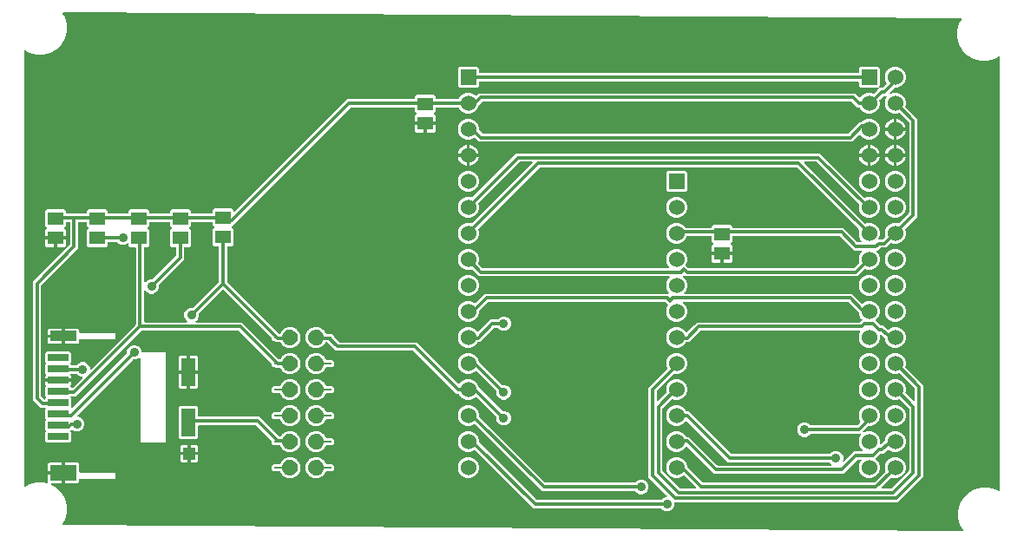
<source format=gbr>
G04 EAGLE Gerber RS-274X export*
G75*
%MOMM*%
%FSLAX34Y34*%
%LPD*%
%INTop Copper*%
%IPPOS*%
%AMOC8*
5,1,8,0,0,1.08239X$1,22.5*%
G01*
%ADD10R,2.000000X0.700000*%
%ADD11R,2.600000X1.000000*%
%ADD12R,2.600000X1.500000*%
%ADD13R,1.400000X2.700000*%
%ADD14R,1.200000X1.200000*%
%ADD15R,1.530000X1.530000*%
%ADD16C,1.530000*%
%ADD17R,1.500000X1.300000*%
%ADD18C,0.756400*%
%ADD19C,0.304800*%
%ADD20C,0.914400*%

G36*
X925340Y308932D02*
X925340Y308932D01*
X925438Y308941D01*
X925461Y308951D01*
X925487Y308955D01*
X925573Y309000D01*
X925663Y309039D01*
X925682Y309057D01*
X925705Y309069D01*
X925773Y309139D01*
X925845Y309205D01*
X925857Y309227D01*
X925875Y309246D01*
X925917Y309334D01*
X925965Y309420D01*
X925969Y309445D01*
X925980Y309468D01*
X925992Y309566D01*
X926010Y309661D01*
X926006Y309687D01*
X926009Y309712D01*
X925989Y309808D01*
X925975Y309905D01*
X925962Y309934D01*
X925958Y309953D01*
X925942Y309982D01*
X925908Y310059D01*
X923042Y315022D01*
X921259Y321676D01*
X921259Y328564D01*
X923042Y335218D01*
X926486Y341183D01*
X931357Y346054D01*
X937322Y349498D01*
X943976Y351281D01*
X950864Y351281D01*
X957518Y349498D01*
X960757Y347627D01*
X960847Y347594D01*
X960933Y347554D01*
X960961Y347550D01*
X960987Y347540D01*
X961083Y347537D01*
X961177Y347526D01*
X961205Y347532D01*
X961233Y347531D01*
X961325Y347559D01*
X961418Y347579D01*
X961442Y347593D01*
X961469Y347601D01*
X961547Y347656D01*
X961629Y347705D01*
X961647Y347726D01*
X961670Y347743D01*
X961727Y347819D01*
X961789Y347892D01*
X961799Y347918D01*
X961816Y347941D01*
X961845Y348031D01*
X961881Y348120D01*
X961885Y348155D01*
X961891Y348175D01*
X961891Y348208D01*
X961899Y348287D01*
X961899Y771317D01*
X961884Y771411D01*
X961875Y771506D01*
X961864Y771531D01*
X961860Y771559D01*
X961815Y771644D01*
X961777Y771731D01*
X961758Y771752D01*
X961744Y771777D01*
X961675Y771842D01*
X961611Y771913D01*
X961587Y771927D01*
X961566Y771946D01*
X961480Y771986D01*
X961396Y772033D01*
X961369Y772038D01*
X961343Y772050D01*
X961248Y772060D01*
X961155Y772078D01*
X961127Y772074D01*
X961099Y772077D01*
X961005Y772057D01*
X960911Y772043D01*
X960879Y772029D01*
X960858Y772025D01*
X960830Y772008D01*
X960757Y771976D01*
X956248Y769372D01*
X949594Y767589D01*
X942706Y767589D01*
X936052Y769372D01*
X930087Y772816D01*
X925216Y777687D01*
X921772Y783652D01*
X919989Y790306D01*
X919989Y797194D01*
X921772Y803848D01*
X924206Y808064D01*
X924239Y808151D01*
X924279Y808235D01*
X924283Y808265D01*
X924293Y808294D01*
X924297Y808387D01*
X924308Y808479D01*
X924301Y808509D01*
X924302Y808540D01*
X924276Y808629D01*
X924257Y808720D01*
X924241Y808746D01*
X924233Y808776D01*
X924179Y808852D01*
X924132Y808932D01*
X924109Y808952D01*
X924091Y808977D01*
X924017Y809032D01*
X923946Y809093D01*
X923918Y809105D01*
X923893Y809123D01*
X923805Y809151D01*
X923719Y809186D01*
X923680Y809191D01*
X923659Y809198D01*
X923626Y809197D01*
X923552Y809206D01*
X48373Y814923D01*
X48277Y814908D01*
X48179Y814899D01*
X48156Y814889D01*
X48130Y814885D01*
X48043Y814840D01*
X47954Y814800D01*
X47935Y814783D01*
X47912Y814771D01*
X47844Y814701D01*
X47772Y814635D01*
X47759Y814613D01*
X47742Y814594D01*
X47700Y814505D01*
X47652Y814420D01*
X47647Y814395D01*
X47636Y814372D01*
X47625Y814274D01*
X47607Y814178D01*
X47611Y814153D01*
X47608Y814127D01*
X47628Y814032D01*
X47642Y813935D01*
X47654Y813905D01*
X47658Y813887D01*
X47675Y813858D01*
X47709Y813781D01*
X49778Y810198D01*
X51561Y803544D01*
X51561Y796656D01*
X49778Y790002D01*
X46334Y784037D01*
X41463Y779166D01*
X35498Y775722D01*
X28844Y773939D01*
X21956Y773939D01*
X15302Y775722D01*
X11303Y778031D01*
X11214Y778065D01*
X11127Y778105D01*
X11099Y778108D01*
X11073Y778118D01*
X10977Y778122D01*
X10883Y778132D01*
X10855Y778126D01*
X10827Y778127D01*
X10735Y778100D01*
X10642Y778080D01*
X10618Y778066D01*
X10591Y778058D01*
X10513Y778003D01*
X10431Y777954D01*
X10413Y777932D01*
X10390Y777916D01*
X10333Y777840D01*
X10271Y777767D01*
X10261Y777741D01*
X10244Y777718D01*
X10215Y777627D01*
X10179Y777539D01*
X10175Y777504D01*
X10169Y777484D01*
X10169Y777451D01*
X10161Y777372D01*
X10161Y352928D01*
X10176Y352834D01*
X10185Y352739D01*
X10196Y352713D01*
X10200Y352685D01*
X10245Y352601D01*
X10283Y352514D01*
X10302Y352493D01*
X10316Y352468D01*
X10385Y352402D01*
X10449Y352332D01*
X10473Y352318D01*
X10494Y352298D01*
X10580Y352258D01*
X10664Y352212D01*
X10691Y352207D01*
X10717Y352195D01*
X10812Y352184D01*
X10905Y352167D01*
X10933Y352171D01*
X10961Y352168D01*
X11055Y352188D01*
X11149Y352201D01*
X11181Y352216D01*
X11202Y352220D01*
X11230Y352237D01*
X11303Y352269D01*
X15302Y354578D01*
X21956Y356361D01*
X28844Y356361D01*
X32261Y355445D01*
X32332Y355438D01*
X32402Y355421D01*
X32454Y355426D01*
X32506Y355421D01*
X32576Y355437D01*
X32647Y355443D01*
X32695Y355464D01*
X32746Y355476D01*
X32807Y355513D01*
X32872Y355542D01*
X32911Y355577D01*
X32955Y355604D01*
X33001Y355659D01*
X33054Y355707D01*
X33080Y355753D01*
X33113Y355793D01*
X33139Y355860D01*
X33174Y355922D01*
X33184Y355973D01*
X33203Y356022D01*
X33206Y356093D01*
X33219Y356164D01*
X33212Y356215D01*
X33214Y356267D01*
X33195Y356336D01*
X33185Y356407D01*
X33156Y356473D01*
X33147Y356504D01*
X33134Y356523D01*
X33117Y356561D01*
X32812Y357089D01*
X32639Y357736D01*
X32639Y364047D01*
X46657Y364047D01*
X46657Y355529D01*
X36691Y355529D01*
X36644Y355522D01*
X36596Y355523D01*
X36523Y355502D01*
X36448Y355490D01*
X36406Y355467D01*
X36360Y355453D01*
X36298Y355410D01*
X36231Y355374D01*
X36198Y355340D01*
X36158Y355312D01*
X36114Y355251D01*
X36061Y355196D01*
X36041Y355153D01*
X36013Y355114D01*
X35990Y355042D01*
X35958Y354973D01*
X35952Y354925D01*
X35938Y354880D01*
X35939Y354804D01*
X35931Y354729D01*
X35941Y354682D01*
X35942Y354634D01*
X35967Y354562D01*
X35983Y354488D01*
X36008Y354447D01*
X36024Y354402D01*
X36070Y354342D01*
X36109Y354277D01*
X36145Y354246D01*
X36175Y354208D01*
X36279Y354132D01*
X36296Y354117D01*
X36302Y354115D01*
X36310Y354109D01*
X41463Y351134D01*
X46334Y346263D01*
X49778Y340298D01*
X51561Y333644D01*
X51561Y326756D01*
X49778Y320102D01*
X47288Y315790D01*
X47255Y315703D01*
X47215Y315619D01*
X47212Y315588D01*
X47201Y315560D01*
X47198Y315467D01*
X47187Y315374D01*
X47193Y315344D01*
X47192Y315314D01*
X47218Y315225D01*
X47237Y315134D01*
X47253Y315107D01*
X47262Y315078D01*
X47315Y315002D01*
X47362Y314922D01*
X47386Y314902D01*
X47403Y314877D01*
X47478Y314822D01*
X47548Y314761D01*
X47577Y314749D01*
X47601Y314731D01*
X47690Y314703D01*
X47776Y314667D01*
X47814Y314663D01*
X47836Y314656D01*
X47868Y314656D01*
X47942Y314648D01*
X925244Y308917D01*
X925340Y308932D01*
G37*
%LPC*%
G36*
X32128Y395029D02*
X32128Y395029D01*
X30639Y396518D01*
X30639Y405622D01*
X31049Y406032D01*
X31060Y406048D01*
X31076Y406060D01*
X31132Y406148D01*
X31192Y406231D01*
X31198Y406250D01*
X31209Y406267D01*
X31234Y406368D01*
X31264Y406467D01*
X31264Y406486D01*
X31269Y406506D01*
X31261Y406609D01*
X31258Y406712D01*
X31251Y406731D01*
X31250Y406751D01*
X31209Y406846D01*
X31174Y406943D01*
X31161Y406959D01*
X31153Y406977D01*
X31049Y407108D01*
X30639Y407518D01*
X30639Y416622D01*
X31049Y417032D01*
X31060Y417048D01*
X31076Y417060D01*
X31132Y417148D01*
X31192Y417231D01*
X31198Y417250D01*
X31209Y417267D01*
X31234Y417368D01*
X31264Y417467D01*
X31264Y417486D01*
X31269Y417506D01*
X31261Y417609D01*
X31258Y417712D01*
X31251Y417731D01*
X31250Y417751D01*
X31209Y417846D01*
X31174Y417943D01*
X31161Y417959D01*
X31153Y417977D01*
X31049Y418108D01*
X30639Y418518D01*
X30639Y427622D01*
X30723Y427706D01*
X30764Y427764D01*
X30814Y427816D01*
X30836Y427863D01*
X30866Y427905D01*
X30887Y427974D01*
X30917Y428039D01*
X30923Y428091D01*
X30939Y428141D01*
X30937Y428212D01*
X30945Y428283D01*
X30933Y428334D01*
X30932Y428386D01*
X30908Y428454D01*
X30892Y428524D01*
X30866Y428569D01*
X30848Y428617D01*
X30803Y428673D01*
X30766Y428735D01*
X30727Y428769D01*
X30694Y428809D01*
X30634Y428848D01*
X30579Y428895D01*
X30531Y428914D01*
X30487Y428942D01*
X30418Y428960D01*
X30351Y428987D01*
X30280Y428995D01*
X30249Y429003D01*
X30225Y429001D01*
X30184Y429005D01*
X26256Y429005D01*
X18287Y436974D01*
X18287Y552102D01*
X54386Y588201D01*
X54439Y588275D01*
X54499Y588344D01*
X54511Y588374D01*
X54530Y588400D01*
X54557Y588487D01*
X54591Y588572D01*
X54595Y588613D01*
X54602Y588636D01*
X54601Y588668D01*
X54609Y588739D01*
X54609Y609854D01*
X54606Y609874D01*
X54608Y609893D01*
X54586Y609995D01*
X54570Y610097D01*
X54560Y610114D01*
X54556Y610134D01*
X54503Y610223D01*
X54454Y610314D01*
X54440Y610328D01*
X54430Y610345D01*
X54351Y610412D01*
X54276Y610484D01*
X54258Y610492D01*
X54243Y610505D01*
X54147Y610544D01*
X54053Y610587D01*
X54033Y610589D01*
X54015Y610597D01*
X53848Y610615D01*
X51442Y610615D01*
X51422Y610612D01*
X51403Y610614D01*
X51301Y610592D01*
X51199Y610576D01*
X51182Y610566D01*
X51162Y610562D01*
X51073Y610509D01*
X50982Y610460D01*
X50968Y610446D01*
X50951Y610436D01*
X50884Y610357D01*
X50812Y610282D01*
X50804Y610264D01*
X50791Y610249D01*
X50752Y610153D01*
X50709Y610059D01*
X50707Y610039D01*
X50699Y610021D01*
X50681Y609854D01*
X50681Y606468D01*
X49176Y604962D01*
X49107Y604867D01*
X49036Y604770D01*
X49034Y604766D01*
X49032Y604763D01*
X48997Y604650D01*
X48961Y604536D01*
X48961Y604532D01*
X48960Y604528D01*
X48963Y604409D01*
X48965Y604290D01*
X48966Y604286D01*
X48966Y604282D01*
X49007Y604170D01*
X49046Y604058D01*
X49049Y604055D01*
X49050Y604051D01*
X49125Y603957D01*
X49198Y603864D01*
X49202Y603861D01*
X49204Y603859D01*
X49216Y603851D01*
X49333Y603765D01*
X49700Y603553D01*
X50173Y603080D01*
X50508Y602501D01*
X50681Y601854D01*
X50681Y596543D01*
X41402Y596543D01*
X41382Y596540D01*
X41363Y596542D01*
X41261Y596520D01*
X41159Y596503D01*
X41142Y596494D01*
X41122Y596490D01*
X41033Y596437D01*
X40942Y596388D01*
X40928Y596374D01*
X40911Y596364D01*
X40844Y596285D01*
X40773Y596210D01*
X40764Y596192D01*
X40751Y596177D01*
X40712Y596081D01*
X40669Y595987D01*
X40667Y595967D01*
X40659Y595949D01*
X40641Y595782D01*
X40641Y595019D01*
X40639Y595019D01*
X40639Y595782D01*
X40636Y595802D01*
X40638Y595821D01*
X40616Y595923D01*
X40599Y596025D01*
X40590Y596042D01*
X40586Y596062D01*
X40533Y596151D01*
X40484Y596242D01*
X40470Y596256D01*
X40460Y596273D01*
X40381Y596340D01*
X40306Y596411D01*
X40288Y596420D01*
X40273Y596433D01*
X40177Y596472D01*
X40083Y596515D01*
X40063Y596517D01*
X40045Y596525D01*
X39878Y596543D01*
X30599Y596543D01*
X30599Y601854D01*
X30772Y602501D01*
X31107Y603080D01*
X31580Y603553D01*
X31947Y603765D01*
X32040Y603841D01*
X32132Y603914D01*
X32134Y603918D01*
X32137Y603921D01*
X32200Y604021D01*
X32265Y604121D01*
X32266Y604125D01*
X32268Y604129D01*
X32296Y604245D01*
X32325Y604360D01*
X32324Y604364D01*
X32325Y604368D01*
X32315Y604487D01*
X32306Y604605D01*
X32304Y604609D01*
X32304Y604613D01*
X32256Y604722D01*
X32209Y604831D01*
X32206Y604835D01*
X32205Y604838D01*
X32195Y604849D01*
X32104Y604962D01*
X30599Y606468D01*
X30599Y621572D01*
X32088Y623061D01*
X49192Y623061D01*
X50681Y621572D01*
X50681Y619506D01*
X50684Y619487D01*
X50682Y619467D01*
X50704Y619365D01*
X50720Y619263D01*
X50730Y619246D01*
X50734Y619226D01*
X50787Y619137D01*
X50836Y619046D01*
X50850Y619032D01*
X50860Y619015D01*
X50939Y618948D01*
X51014Y618876D01*
X51032Y618868D01*
X51047Y618855D01*
X51143Y618816D01*
X51237Y618773D01*
X51257Y618771D01*
X51275Y618763D01*
X51442Y618745D01*
X70478Y618745D01*
X70498Y618748D01*
X70517Y618746D01*
X70619Y618768D01*
X70721Y618784D01*
X70738Y618794D01*
X70758Y618798D01*
X70847Y618851D01*
X70938Y618900D01*
X70952Y618914D01*
X70969Y618924D01*
X71036Y619003D01*
X71108Y619078D01*
X71116Y619096D01*
X71129Y619111D01*
X71168Y619207D01*
X71211Y619301D01*
X71213Y619321D01*
X71221Y619339D01*
X71239Y619506D01*
X71239Y621572D01*
X72728Y623061D01*
X89832Y623061D01*
X91321Y621572D01*
X91321Y619506D01*
X91324Y619487D01*
X91322Y619467D01*
X91344Y619365D01*
X91360Y619263D01*
X91370Y619246D01*
X91374Y619226D01*
X91427Y619137D01*
X91476Y619046D01*
X91490Y619032D01*
X91500Y619015D01*
X91579Y618948D01*
X91654Y618876D01*
X91672Y618868D01*
X91687Y618855D01*
X91783Y618816D01*
X91877Y618773D01*
X91897Y618771D01*
X91915Y618763D01*
X92082Y618745D01*
X111118Y618745D01*
X111138Y618748D01*
X111157Y618746D01*
X111259Y618768D01*
X111361Y618784D01*
X111378Y618794D01*
X111398Y618798D01*
X111487Y618851D01*
X111578Y618900D01*
X111592Y618914D01*
X111609Y618924D01*
X111676Y619003D01*
X111748Y619078D01*
X111756Y619096D01*
X111769Y619111D01*
X111808Y619207D01*
X111851Y619301D01*
X111853Y619321D01*
X111861Y619339D01*
X111879Y619506D01*
X111879Y621572D01*
X113368Y623061D01*
X130472Y623061D01*
X131961Y621572D01*
X131961Y619506D01*
X131964Y619487D01*
X131962Y619467D01*
X131984Y619365D01*
X132000Y619263D01*
X132010Y619246D01*
X132014Y619226D01*
X132067Y619137D01*
X132116Y619046D01*
X132130Y619032D01*
X132140Y619015D01*
X132219Y618948D01*
X132294Y618876D01*
X132312Y618868D01*
X132327Y618855D01*
X132423Y618816D01*
X132517Y618773D01*
X132537Y618771D01*
X132555Y618763D01*
X132722Y618745D01*
X151758Y618745D01*
X151778Y618748D01*
X151797Y618746D01*
X151899Y618768D01*
X152001Y618784D01*
X152018Y618794D01*
X152038Y618798D01*
X152127Y618851D01*
X152218Y618900D01*
X152232Y618914D01*
X152249Y618924D01*
X152316Y619003D01*
X152388Y619078D01*
X152396Y619096D01*
X152409Y619111D01*
X152448Y619207D01*
X152491Y619301D01*
X152493Y619321D01*
X152501Y619339D01*
X152519Y619506D01*
X152519Y621572D01*
X154008Y623061D01*
X171112Y623061D01*
X172601Y621572D01*
X172601Y619506D01*
X172604Y619487D01*
X172602Y619467D01*
X172624Y619365D01*
X172640Y619263D01*
X172650Y619246D01*
X172654Y619226D01*
X172707Y619137D01*
X172756Y619046D01*
X172770Y619032D01*
X172780Y619015D01*
X172859Y618948D01*
X172934Y618876D01*
X172952Y618868D01*
X172967Y618855D01*
X173063Y618816D01*
X173157Y618773D01*
X173177Y618771D01*
X173195Y618763D01*
X173362Y618745D01*
X193160Y618745D01*
X193180Y618748D01*
X193199Y618746D01*
X193301Y618768D01*
X193403Y618784D01*
X193420Y618794D01*
X193440Y618798D01*
X193529Y618851D01*
X193620Y618900D01*
X193634Y618914D01*
X193651Y618924D01*
X193718Y619003D01*
X193790Y619078D01*
X193798Y619096D01*
X193811Y619111D01*
X193850Y619207D01*
X193893Y619301D01*
X193895Y619321D01*
X193903Y619339D01*
X193921Y619506D01*
X193921Y622334D01*
X195410Y623823D01*
X212514Y623823D01*
X214003Y622334D01*
X214003Y621131D01*
X214014Y621060D01*
X214016Y620988D01*
X214034Y620940D01*
X214042Y620888D01*
X214076Y620825D01*
X214101Y620757D01*
X214133Y620717D01*
X214158Y620671D01*
X214210Y620621D01*
X214254Y620565D01*
X214298Y620537D01*
X214336Y620501D01*
X214401Y620471D01*
X214461Y620432D01*
X214512Y620420D01*
X214559Y620398D01*
X214630Y620390D01*
X214700Y620372D01*
X214752Y620376D01*
X214803Y620371D01*
X214874Y620386D01*
X214945Y620392D01*
X214993Y620412D01*
X215044Y620423D01*
X215105Y620460D01*
X215171Y620488D01*
X215227Y620533D01*
X215255Y620549D01*
X215270Y620567D01*
X215302Y620593D01*
X325214Y730505D01*
X390518Y730505D01*
X390538Y730508D01*
X390557Y730506D01*
X390659Y730528D01*
X390761Y730544D01*
X390778Y730554D01*
X390798Y730558D01*
X390887Y730611D01*
X390978Y730660D01*
X390992Y730674D01*
X391009Y730684D01*
X391076Y730763D01*
X391148Y730838D01*
X391156Y730856D01*
X391169Y730871D01*
X391208Y730967D01*
X391251Y731061D01*
X391253Y731081D01*
X391261Y731099D01*
X391279Y731266D01*
X391279Y733332D01*
X392768Y734821D01*
X409872Y734821D01*
X411361Y733332D01*
X411361Y731266D01*
X411364Y731246D01*
X411362Y731227D01*
X411384Y731125D01*
X411400Y731023D01*
X411410Y731006D01*
X411414Y730986D01*
X411467Y730897D01*
X411516Y730806D01*
X411530Y730792D01*
X411540Y730775D01*
X411619Y730708D01*
X411694Y730636D01*
X411712Y730628D01*
X411727Y730615D01*
X411823Y730576D01*
X411917Y730533D01*
X411937Y730531D01*
X411955Y730523D01*
X412122Y730505D01*
X433375Y730505D01*
X433489Y730524D01*
X433606Y730541D01*
X433611Y730543D01*
X433617Y730544D01*
X433720Y730599D01*
X433825Y730652D01*
X433829Y730657D01*
X433835Y730660D01*
X433915Y730744D01*
X433997Y730828D01*
X434001Y730834D01*
X434004Y730838D01*
X434012Y730855D01*
X434078Y730975D01*
X434591Y732213D01*
X437457Y735079D01*
X441203Y736631D01*
X445257Y736631D01*
X449003Y735079D01*
X450325Y733756D01*
X450342Y733745D01*
X450354Y733729D01*
X450441Y733673D01*
X450525Y733613D01*
X450544Y733607D01*
X450561Y733596D01*
X450661Y733571D01*
X450760Y733540D01*
X450780Y733541D01*
X450800Y733536D01*
X450902Y733544D01*
X451006Y733547D01*
X451025Y733554D01*
X451045Y733555D01*
X451140Y733596D01*
X451237Y733631D01*
X451253Y733644D01*
X451271Y733652D01*
X451402Y733756D01*
X453738Y736093D01*
X820326Y736093D01*
X824493Y731926D01*
X824530Y731899D01*
X824561Y731865D01*
X824629Y731828D01*
X824692Y731782D01*
X824736Y731769D01*
X824777Y731747D01*
X824853Y731733D01*
X824927Y731710D01*
X824973Y731711D01*
X825019Y731703D01*
X825096Y731714D01*
X825173Y731716D01*
X825217Y731732D01*
X825262Y731739D01*
X825331Y731774D01*
X825404Y731801D01*
X825440Y731829D01*
X825481Y731850D01*
X825536Y731906D01*
X825596Y731954D01*
X825621Y731993D01*
X825653Y732026D01*
X825719Y732145D01*
X825729Y732161D01*
X825731Y732166D01*
X825734Y732173D01*
X825751Y732213D01*
X828617Y735079D01*
X832363Y736631D01*
X836417Y736631D01*
X838373Y735820D01*
X838487Y735794D01*
X838601Y735765D01*
X838607Y735766D01*
X838613Y735764D01*
X838729Y735775D01*
X838846Y735784D01*
X838851Y735787D01*
X838858Y735787D01*
X838965Y735835D01*
X839072Y735881D01*
X839078Y735885D01*
X839082Y735887D01*
X839096Y735900D01*
X839203Y735985D01*
X842294Y739077D01*
X843567Y740350D01*
X843609Y740408D01*
X843659Y740460D01*
X843681Y740507D01*
X843711Y740549D01*
X843732Y740618D01*
X843762Y740683D01*
X843768Y740735D01*
X843783Y740785D01*
X843781Y740856D01*
X843789Y740927D01*
X843778Y740978D01*
X843777Y741030D01*
X843752Y741098D01*
X843737Y741168D01*
X843710Y741213D01*
X843692Y741261D01*
X843648Y741317D01*
X843611Y741379D01*
X843571Y741413D01*
X843539Y741453D01*
X843478Y741492D01*
X843424Y741539D01*
X843376Y741558D01*
X843332Y741586D01*
X843262Y741604D01*
X843196Y741631D01*
X843125Y741639D01*
X843093Y741647D01*
X843070Y741645D01*
X843029Y741649D01*
X825688Y741649D01*
X824199Y743138D01*
X824199Y746760D01*
X824196Y746780D01*
X824198Y746799D01*
X824176Y746901D01*
X824160Y747003D01*
X824150Y747020D01*
X824146Y747040D01*
X824093Y747129D01*
X824044Y747220D01*
X824030Y747234D01*
X824020Y747251D01*
X823941Y747318D01*
X823866Y747390D01*
X823848Y747398D01*
X823833Y747411D01*
X823737Y747450D01*
X823643Y747493D01*
X823623Y747495D01*
X823605Y747503D01*
X823438Y747521D01*
X454182Y747521D01*
X454162Y747518D01*
X454143Y747520D01*
X454041Y747498D01*
X453939Y747482D01*
X453922Y747472D01*
X453902Y747468D01*
X453813Y747415D01*
X453722Y747366D01*
X453708Y747352D01*
X453691Y747342D01*
X453624Y747263D01*
X453552Y747188D01*
X453544Y747170D01*
X453531Y747155D01*
X453492Y747059D01*
X453449Y746965D01*
X453447Y746945D01*
X453439Y746927D01*
X453421Y746760D01*
X453421Y743138D01*
X451932Y741649D01*
X434528Y741649D01*
X433039Y743138D01*
X433039Y760542D01*
X434528Y762031D01*
X451932Y762031D01*
X453421Y760542D01*
X453421Y756412D01*
X453424Y756392D01*
X453422Y756373D01*
X453444Y756271D01*
X453460Y756169D01*
X453470Y756152D01*
X453474Y756132D01*
X453527Y756043D01*
X453576Y755952D01*
X453590Y755938D01*
X453600Y755921D01*
X453679Y755854D01*
X453754Y755782D01*
X453772Y755774D01*
X453787Y755761D01*
X453883Y755722D01*
X453977Y755679D01*
X453997Y755677D01*
X454015Y755669D01*
X454182Y755651D01*
X823438Y755651D01*
X823458Y755654D01*
X823477Y755652D01*
X823579Y755674D01*
X823681Y755690D01*
X823698Y755700D01*
X823718Y755704D01*
X823807Y755757D01*
X823898Y755806D01*
X823912Y755820D01*
X823929Y755830D01*
X823996Y755909D01*
X824068Y755984D01*
X824076Y756002D01*
X824089Y756017D01*
X824128Y756113D01*
X824171Y756207D01*
X824173Y756227D01*
X824181Y756245D01*
X824199Y756412D01*
X824199Y760542D01*
X825688Y762031D01*
X843092Y762031D01*
X844581Y760542D01*
X844581Y743138D01*
X844423Y742980D01*
X844382Y742922D01*
X844332Y742870D01*
X844310Y742823D01*
X844280Y742781D01*
X844259Y742712D01*
X844229Y742647D01*
X844223Y742595D01*
X844207Y742545D01*
X844209Y742474D01*
X844201Y742403D01*
X844213Y742352D01*
X844214Y742300D01*
X844238Y742232D01*
X844254Y742162D01*
X844280Y742117D01*
X844298Y742069D01*
X844343Y742013D01*
X844380Y741951D01*
X844419Y741917D01*
X844452Y741877D01*
X844512Y741838D01*
X844567Y741791D01*
X844615Y741772D01*
X844659Y741744D01*
X844728Y741726D01*
X844795Y741699D01*
X844866Y741691D01*
X844897Y741683D01*
X844921Y741685D01*
X844962Y741681D01*
X847377Y741681D01*
X847467Y741695D01*
X847558Y741703D01*
X847588Y741715D01*
X847620Y741720D01*
X847700Y741763D01*
X847784Y741799D01*
X847816Y741825D01*
X847837Y741836D01*
X847859Y741859D01*
X847915Y741904D01*
X851077Y745065D01*
X851088Y745081D01*
X851104Y745094D01*
X851160Y745181D01*
X851220Y745265D01*
X851226Y745284D01*
X851237Y745301D01*
X851262Y745401D01*
X851292Y745500D01*
X851292Y745520D01*
X851297Y745539D01*
X851289Y745642D01*
X851286Y745746D01*
X851279Y745764D01*
X851278Y745784D01*
X851237Y745879D01*
X851202Y745977D01*
X851189Y745992D01*
X851181Y746011D01*
X851167Y746029D01*
X849599Y749813D01*
X849599Y753867D01*
X851151Y757613D01*
X854017Y760479D01*
X857763Y762031D01*
X861817Y762031D01*
X865563Y760479D01*
X868429Y757613D01*
X869981Y753867D01*
X869981Y749813D01*
X868429Y746067D01*
X865563Y743201D01*
X861817Y741649D01*
X859473Y741649D01*
X859383Y741635D01*
X859292Y741627D01*
X859262Y741615D01*
X859230Y741610D01*
X859150Y741567D01*
X859066Y741531D01*
X859034Y741505D01*
X859013Y741494D01*
X858991Y741471D01*
X858935Y741426D01*
X854283Y736774D01*
X854226Y736695D01*
X854164Y736620D01*
X854154Y736596D01*
X854139Y736575D01*
X854111Y736482D01*
X854076Y736391D01*
X854075Y736365D01*
X854067Y736340D01*
X854069Y736242D01*
X854065Y736145D01*
X854073Y736120D01*
X854073Y736094D01*
X854107Y736002D01*
X854134Y735909D01*
X854149Y735887D01*
X854158Y735863D01*
X854219Y735786D01*
X854274Y735707D01*
X854295Y735691D01*
X854311Y735671D01*
X854394Y735618D01*
X854471Y735560D01*
X854496Y735552D01*
X854518Y735538D01*
X854613Y735514D01*
X854705Y735484D01*
X854732Y735484D01*
X854757Y735478D01*
X854854Y735485D01*
X854951Y735486D01*
X854983Y735495D01*
X855002Y735497D01*
X855032Y735510D01*
X855112Y735533D01*
X857763Y736631D01*
X861817Y736631D01*
X865563Y735079D01*
X868429Y732213D01*
X869981Y728467D01*
X869981Y724413D01*
X869691Y723714D01*
X869665Y723601D01*
X869636Y723487D01*
X869636Y723480D01*
X869635Y723474D01*
X869646Y723358D01*
X869655Y723242D01*
X869657Y723236D01*
X869658Y723230D01*
X869706Y723122D01*
X869751Y723015D01*
X869756Y723009D01*
X869758Y723005D01*
X869771Y722991D01*
X869856Y722884D01*
X881381Y711360D01*
X881381Y615790D01*
X878777Y613186D01*
X869484Y603894D01*
X869416Y603798D01*
X869346Y603705D01*
X869344Y603699D01*
X869341Y603694D01*
X869306Y603582D01*
X869270Y603471D01*
X869270Y603465D01*
X869268Y603459D01*
X869271Y603342D01*
X869272Y603225D01*
X869275Y603218D01*
X869275Y603213D01*
X869281Y603196D01*
X869319Y603064D01*
X869981Y601467D01*
X869981Y597413D01*
X868429Y593667D01*
X865563Y590801D01*
X861817Y589249D01*
X857763Y589249D01*
X856166Y589911D01*
X856052Y589938D01*
X855939Y589966D01*
X855932Y589966D01*
X855926Y589967D01*
X855810Y589956D01*
X855693Y589947D01*
X855688Y589945D01*
X855681Y589944D01*
X855574Y589896D01*
X855467Y589851D01*
X855461Y589846D01*
X855457Y589844D01*
X855443Y589831D01*
X855336Y589746D01*
X851060Y585469D01*
X845787Y585469D01*
X845697Y585455D01*
X845606Y585447D01*
X845576Y585435D01*
X845544Y585430D01*
X845464Y585387D01*
X845380Y585351D01*
X845348Y585325D01*
X845327Y585314D01*
X845305Y585291D01*
X845249Y585246D01*
X842678Y582675D01*
X842004Y582675D01*
X841934Y582664D01*
X841862Y582662D01*
X841813Y582644D01*
X841762Y582636D01*
X841698Y582602D01*
X841631Y582577D01*
X841590Y582545D01*
X841544Y582520D01*
X841495Y582468D01*
X841439Y582424D01*
X841411Y582380D01*
X841375Y582342D01*
X841345Y582277D01*
X841306Y582217D01*
X841293Y582166D01*
X841271Y582119D01*
X841263Y582048D01*
X841246Y581978D01*
X841250Y581926D01*
X841244Y581875D01*
X841259Y581804D01*
X841265Y581733D01*
X841285Y581685D01*
X841296Y581634D01*
X841333Y581573D01*
X841361Y581507D01*
X841406Y581451D01*
X841423Y581423D01*
X841440Y581408D01*
X841466Y581376D01*
X843029Y579813D01*
X844581Y576067D01*
X844581Y572013D01*
X843029Y568267D01*
X840163Y565401D01*
X836417Y563849D01*
X832363Y563849D01*
X830766Y564511D01*
X830652Y564538D01*
X830539Y564566D01*
X830532Y564566D01*
X830526Y564567D01*
X830410Y564556D01*
X830293Y564547D01*
X830288Y564545D01*
X830281Y564544D01*
X830174Y564496D01*
X830067Y564451D01*
X830061Y564446D01*
X830057Y564444D01*
X830043Y564431D01*
X829936Y564346D01*
X823120Y557529D01*
X654906Y557529D01*
X654334Y558101D01*
X654318Y558113D01*
X654306Y558128D01*
X654219Y558184D01*
X654135Y558245D01*
X654116Y558251D01*
X654099Y558261D01*
X653998Y558287D01*
X653899Y558317D01*
X653880Y558317D01*
X653860Y558322D01*
X653757Y558314D01*
X653654Y558311D01*
X653635Y558304D01*
X653615Y558302D01*
X653520Y558262D01*
X653423Y558226D01*
X653407Y558214D01*
X653389Y558206D01*
X653258Y558101D01*
X652857Y557701D01*
X652846Y557685D01*
X652830Y557672D01*
X652774Y557585D01*
X652714Y557501D01*
X652708Y557482D01*
X652697Y557465D01*
X652672Y557365D01*
X652641Y557266D01*
X652642Y557246D01*
X652637Y557227D01*
X652645Y557124D01*
X652648Y557020D01*
X652655Y557002D01*
X652656Y556982D01*
X652697Y556887D01*
X652732Y556789D01*
X652745Y556774D01*
X652753Y556755D01*
X652857Y556624D01*
X655069Y554413D01*
X656621Y550667D01*
X656621Y546613D01*
X655069Y542867D01*
X654014Y541812D01*
X653972Y541754D01*
X653923Y541702D01*
X653901Y541655D01*
X653871Y541613D01*
X653849Y541544D01*
X653819Y541479D01*
X653814Y541427D01*
X653798Y541377D01*
X653800Y541306D01*
X653792Y541235D01*
X653803Y541184D01*
X653805Y541132D01*
X653829Y541064D01*
X653844Y540994D01*
X653871Y540949D01*
X653889Y540901D01*
X653934Y540845D01*
X653971Y540783D01*
X654010Y540749D01*
X654043Y540709D01*
X654103Y540670D01*
X654158Y540623D01*
X654206Y540604D01*
X654250Y540576D01*
X654319Y540558D01*
X654386Y540531D01*
X654457Y540523D01*
X654488Y540515D01*
X654511Y540517D01*
X654552Y540513D01*
X817532Y540513D01*
X820136Y537909D01*
X826853Y531191D01*
X826869Y531180D01*
X826882Y531164D01*
X826969Y531108D01*
X827053Y531048D01*
X827072Y531042D01*
X827089Y531031D01*
X827189Y531006D01*
X827288Y530975D01*
X827308Y530976D01*
X827327Y530971D01*
X827430Y530979D01*
X827534Y530982D01*
X827552Y530989D01*
X827572Y530990D01*
X827667Y531031D01*
X827765Y531066D01*
X827780Y531079D01*
X827799Y531087D01*
X827930Y531191D01*
X828617Y531879D01*
X832363Y533431D01*
X836417Y533431D01*
X840163Y531879D01*
X843029Y529013D01*
X844581Y525267D01*
X844581Y521213D01*
X843029Y517467D01*
X840944Y515383D01*
X840933Y515366D01*
X840917Y515354D01*
X840861Y515267D01*
X840801Y515183D01*
X840795Y515164D01*
X840784Y515147D01*
X840759Y515047D01*
X840728Y514948D01*
X840729Y514928D01*
X840724Y514908D01*
X840732Y514806D01*
X840735Y514702D01*
X840742Y514683D01*
X840743Y514663D01*
X840784Y514568D01*
X840819Y514471D01*
X840832Y514455D01*
X840840Y514437D01*
X840944Y514306D01*
X845249Y510002D01*
X845323Y509949D01*
X845392Y509889D01*
X845422Y509877D01*
X845448Y509858D01*
X845536Y509831D01*
X845620Y509797D01*
X845661Y509793D01*
X845684Y509786D01*
X845716Y509787D01*
X845787Y509779D01*
X848266Y509779D01*
X852253Y505791D01*
X852269Y505780D01*
X852282Y505764D01*
X852369Y505708D01*
X852453Y505648D01*
X852472Y505642D01*
X852489Y505631D01*
X852589Y505606D01*
X852688Y505575D01*
X852708Y505576D01*
X852727Y505571D01*
X852830Y505579D01*
X852934Y505582D01*
X852952Y505589D01*
X852972Y505590D01*
X853067Y505631D01*
X853165Y505666D01*
X853180Y505679D01*
X853199Y505687D01*
X853330Y505791D01*
X854017Y506479D01*
X857763Y508031D01*
X861817Y508031D01*
X865563Y506479D01*
X868429Y503613D01*
X869981Y499867D01*
X869981Y495813D01*
X868429Y492067D01*
X865563Y489201D01*
X861817Y487649D01*
X857763Y487649D01*
X854017Y489201D01*
X851151Y492067D01*
X849599Y495813D01*
X849599Y496633D01*
X849585Y496723D01*
X849577Y496814D01*
X849565Y496844D01*
X849560Y496876D01*
X849517Y496956D01*
X849481Y497040D01*
X849455Y497073D01*
X849444Y497093D01*
X849421Y497115D01*
X849376Y497171D01*
X847882Y498665D01*
X845802Y500746D01*
X845723Y500802D01*
X845648Y500864D01*
X845624Y500874D01*
X845602Y500889D01*
X845509Y500918D01*
X845418Y500953D01*
X845392Y500954D01*
X845367Y500961D01*
X845270Y500959D01*
X845173Y500963D01*
X845147Y500956D01*
X845121Y500955D01*
X845030Y500922D01*
X844936Y500895D01*
X844915Y500880D01*
X844890Y500871D01*
X844814Y500810D01*
X844734Y500754D01*
X844719Y500733D01*
X844698Y500717D01*
X844646Y500635D01*
X844588Y500557D01*
X844579Y500532D01*
X844565Y500510D01*
X844541Y500416D01*
X844511Y500323D01*
X844512Y500297D01*
X844505Y500272D01*
X844513Y500175D01*
X844514Y500077D01*
X844523Y500046D01*
X844524Y500026D01*
X844537Y499996D01*
X844560Y499916D01*
X844581Y499867D01*
X844581Y495813D01*
X843029Y492067D01*
X840163Y489201D01*
X836417Y487649D01*
X832363Y487649D01*
X828617Y489201D01*
X825751Y492067D01*
X824199Y495813D01*
X824199Y499867D01*
X825659Y503391D01*
X825669Y503435D01*
X825689Y503477D01*
X825697Y503554D01*
X825715Y503630D01*
X825711Y503676D01*
X825716Y503721D01*
X825699Y503798D01*
X825692Y503875D01*
X825673Y503917D01*
X825663Y503962D01*
X825624Y504029D01*
X825592Y504100D01*
X825561Y504134D01*
X825537Y504173D01*
X825478Y504224D01*
X825425Y504281D01*
X825385Y504303D01*
X825350Y504333D01*
X825278Y504362D01*
X825210Y504399D01*
X825165Y504408D01*
X825122Y504425D01*
X824986Y504440D01*
X824968Y504443D01*
X824963Y504442D01*
X824956Y504443D01*
X669765Y504443D01*
X669675Y504429D01*
X669584Y504421D01*
X669554Y504409D01*
X669522Y504404D01*
X669442Y504361D01*
X669358Y504325D01*
X669326Y504299D01*
X669305Y504288D01*
X669283Y504265D01*
X669227Y504220D01*
X658274Y493267D01*
X656075Y493267D01*
X655960Y493248D01*
X655844Y493231D01*
X655838Y493229D01*
X655832Y493228D01*
X655730Y493173D01*
X655625Y493120D01*
X655620Y493115D01*
X655615Y493112D01*
X655535Y493028D01*
X655452Y492944D01*
X655449Y492938D01*
X655445Y492934D01*
X655438Y492917D01*
X655372Y492797D01*
X655069Y492067D01*
X652203Y489201D01*
X648457Y487649D01*
X644403Y487649D01*
X640657Y489201D01*
X637791Y492067D01*
X636239Y495813D01*
X636239Y499867D01*
X637791Y503613D01*
X640657Y506479D01*
X644403Y508031D01*
X648457Y508031D01*
X652203Y506479D01*
X655069Y503613D01*
X655235Y503214D01*
X655259Y503174D01*
X655275Y503131D01*
X655323Y503071D01*
X655364Y503004D01*
X655400Y502975D01*
X655428Y502939D01*
X655494Y502897D01*
X655554Y502848D01*
X655596Y502831D01*
X655635Y502806D01*
X655711Y502787D01*
X655783Y502759D01*
X655829Y502758D01*
X655874Y502746D01*
X655951Y502752D01*
X656029Y502749D01*
X656073Y502762D01*
X656119Y502765D01*
X656190Y502796D01*
X656265Y502818D01*
X656303Y502844D01*
X656345Y502862D01*
X656452Y502947D01*
X656467Y502958D01*
X656470Y502962D01*
X656476Y502967D01*
X663478Y509969D01*
X666082Y512573D01*
X825025Y512573D01*
X825115Y512587D01*
X825206Y512595D01*
X825236Y512607D01*
X825268Y512612D01*
X825348Y512655D01*
X825432Y512691D01*
X825465Y512717D01*
X825485Y512728D01*
X825507Y512751D01*
X825563Y512796D01*
X827455Y514687D01*
X827466Y514703D01*
X827482Y514716D01*
X827511Y514761D01*
X827536Y514787D01*
X827553Y514824D01*
X827598Y514887D01*
X827604Y514906D01*
X827615Y514923D01*
X827634Y514998D01*
X827640Y515010D01*
X827642Y515028D01*
X827671Y515122D01*
X827670Y515142D01*
X827675Y515161D01*
X827667Y515264D01*
X827664Y515368D01*
X827657Y515386D01*
X827656Y515406D01*
X827615Y515501D01*
X827580Y515599D01*
X827567Y515614D01*
X827559Y515633D01*
X827455Y515764D01*
X825751Y517467D01*
X824199Y521213D01*
X824199Y522033D01*
X824185Y522123D01*
X824177Y522214D01*
X824165Y522244D01*
X824160Y522276D01*
X824117Y522356D01*
X824081Y522440D01*
X824055Y522472D01*
X824044Y522493D01*
X824021Y522515D01*
X823976Y522571D01*
X814387Y532160D01*
X814313Y532213D01*
X814244Y532273D01*
X814214Y532285D01*
X814188Y532304D01*
X814101Y532331D01*
X814016Y532365D01*
X813975Y532369D01*
X813952Y532376D01*
X813920Y532375D01*
X813849Y532383D01*
X653536Y532383D01*
X653466Y532372D01*
X653394Y532370D01*
X653345Y532352D01*
X653294Y532344D01*
X653230Y532310D01*
X653163Y532285D01*
X653122Y532253D01*
X653076Y532228D01*
X653027Y532176D01*
X652971Y532132D01*
X652943Y532088D01*
X652907Y532050D01*
X652877Y531985D01*
X652838Y531925D01*
X652825Y531874D01*
X652803Y531827D01*
X652795Y531756D01*
X652778Y531686D01*
X652782Y531634D01*
X652776Y531583D01*
X652791Y531512D01*
X652797Y531441D01*
X652817Y531393D01*
X652828Y531342D01*
X652865Y531281D01*
X652893Y531215D01*
X652938Y531159D01*
X652955Y531131D01*
X652972Y531116D01*
X652998Y531084D01*
X655069Y529013D01*
X656621Y525267D01*
X656621Y521213D01*
X655069Y517467D01*
X652203Y514601D01*
X648457Y513049D01*
X644403Y513049D01*
X640657Y514601D01*
X637791Y517467D01*
X636239Y521213D01*
X636239Y525267D01*
X637819Y529081D01*
X637860Y529138D01*
X637866Y529157D01*
X637877Y529174D01*
X637902Y529274D01*
X637932Y529373D01*
X637932Y529393D01*
X637937Y529413D01*
X637929Y529515D01*
X637926Y529619D01*
X637919Y529638D01*
X637918Y529658D01*
X637877Y529753D01*
X637842Y529850D01*
X637829Y529866D01*
X637821Y529884D01*
X637717Y530015D01*
X635571Y532160D01*
X635497Y532213D01*
X635428Y532273D01*
X635398Y532285D01*
X635372Y532304D01*
X635284Y532331D01*
X635200Y532365D01*
X635159Y532369D01*
X635136Y532376D01*
X635104Y532375D01*
X635033Y532383D01*
X463009Y532383D01*
X462919Y532369D01*
X462828Y532361D01*
X462798Y532349D01*
X462766Y532344D01*
X462686Y532301D01*
X462602Y532265D01*
X462570Y532239D01*
X462549Y532228D01*
X462527Y532205D01*
X462471Y532160D01*
X454122Y523811D01*
X453644Y523333D01*
X453597Y523268D01*
X453585Y523256D01*
X453583Y523250D01*
X453531Y523190D01*
X453519Y523160D01*
X453500Y523134D01*
X453473Y523047D01*
X453439Y522962D01*
X453435Y522921D01*
X453428Y522899D01*
X453429Y522866D01*
X453421Y522795D01*
X453421Y521213D01*
X451869Y517467D01*
X449003Y514601D01*
X445257Y513049D01*
X441203Y513049D01*
X437457Y514601D01*
X434591Y517467D01*
X433039Y521213D01*
X433039Y525267D01*
X434591Y529013D01*
X437457Y531879D01*
X441203Y533431D01*
X445257Y533431D01*
X449003Y531879D01*
X449309Y531572D01*
X449326Y531561D01*
X449338Y531545D01*
X449425Y531489D01*
X449509Y531429D01*
X449528Y531423D01*
X449545Y531412D01*
X449645Y531387D01*
X449744Y531356D01*
X449764Y531357D01*
X449784Y531352D01*
X449887Y531360D01*
X449990Y531363D01*
X450009Y531370D01*
X450029Y531371D01*
X450124Y531412D01*
X450221Y531447D01*
X450237Y531460D01*
X450255Y531468D01*
X450386Y531572D01*
X459326Y540513D01*
X638308Y540513D01*
X638378Y540524D01*
X638450Y540526D01*
X638499Y540544D01*
X638550Y540552D01*
X638614Y540586D01*
X638681Y540611D01*
X638722Y540643D01*
X638768Y540668D01*
X638817Y540720D01*
X638873Y540764D01*
X638901Y540808D01*
X638937Y540846D01*
X638967Y540911D01*
X639006Y540971D01*
X639019Y541022D01*
X639041Y541069D01*
X639049Y541140D01*
X639066Y541210D01*
X639062Y541262D01*
X639068Y541313D01*
X639053Y541384D01*
X639047Y541455D01*
X639027Y541503D01*
X639016Y541554D01*
X638979Y541615D01*
X638951Y541681D01*
X638906Y541737D01*
X638889Y541765D01*
X638872Y541780D01*
X638846Y541812D01*
X637791Y542867D01*
X636239Y546613D01*
X636239Y550667D01*
X637791Y554413D01*
X639608Y556230D01*
X639650Y556288D01*
X639699Y556340D01*
X639721Y556387D01*
X639751Y556429D01*
X639773Y556498D01*
X639803Y556563D01*
X639808Y556615D01*
X639824Y556665D01*
X639822Y556736D01*
X639830Y556807D01*
X639819Y556858D01*
X639817Y556910D01*
X639793Y556978D01*
X639778Y557048D01*
X639751Y557093D01*
X639733Y557141D01*
X639688Y557197D01*
X639651Y557259D01*
X639612Y557293D01*
X639579Y557333D01*
X639519Y557372D01*
X639464Y557419D01*
X639416Y557438D01*
X639372Y557466D01*
X639303Y557484D01*
X639236Y557511D01*
X639165Y557519D01*
X639134Y557527D01*
X639111Y557525D01*
X639070Y557529D01*
X453738Y557529D01*
X451134Y560133D01*
X447145Y564123D01*
X447050Y564191D01*
X446956Y564261D01*
X446950Y564263D01*
X446945Y564266D01*
X446834Y564301D01*
X446722Y564337D01*
X446716Y564337D01*
X446710Y564339D01*
X446593Y564336D01*
X446476Y564334D01*
X446469Y564332D01*
X446464Y564332D01*
X446447Y564326D01*
X446315Y564288D01*
X445257Y563849D01*
X441203Y563849D01*
X437457Y565401D01*
X434591Y568267D01*
X433039Y572013D01*
X433039Y576067D01*
X434591Y579813D01*
X437457Y582679D01*
X441203Y584231D01*
X445257Y584231D01*
X449003Y582679D01*
X451869Y579813D01*
X453421Y576067D01*
X453421Y572013D01*
X452834Y570595D01*
X452807Y570482D01*
X452778Y570368D01*
X452779Y570362D01*
X452777Y570356D01*
X452788Y570239D01*
X452797Y570123D01*
X452800Y570117D01*
X452800Y570111D01*
X452848Y570004D01*
X452894Y569897D01*
X452898Y569891D01*
X452900Y569886D01*
X452913Y569873D01*
X452999Y569766D01*
X456883Y565882D01*
X456957Y565829D01*
X457026Y565769D01*
X457056Y565757D01*
X457082Y565738D01*
X457170Y565711D01*
X457254Y565677D01*
X457295Y565673D01*
X457318Y565666D01*
X457350Y565667D01*
X457421Y565659D01*
X638562Y565659D01*
X638632Y565670D01*
X638704Y565672D01*
X638753Y565690D01*
X638804Y565698D01*
X638868Y565732D01*
X638935Y565757D01*
X638976Y565789D01*
X639022Y565814D01*
X639071Y565866D01*
X639127Y565910D01*
X639155Y565954D01*
X639191Y565992D01*
X639221Y566057D01*
X639260Y566117D01*
X639273Y566168D01*
X639295Y566215D01*
X639303Y566286D01*
X639320Y566356D01*
X639316Y566408D01*
X639322Y566459D01*
X639307Y566530D01*
X639301Y566601D01*
X639281Y566649D01*
X639270Y566700D01*
X639233Y566761D01*
X639205Y566827D01*
X639160Y566883D01*
X639143Y566911D01*
X639126Y566926D01*
X639100Y566958D01*
X637791Y568267D01*
X636239Y572013D01*
X636239Y576067D01*
X637791Y579813D01*
X640657Y582679D01*
X644403Y584231D01*
X648457Y584231D01*
X652203Y582679D01*
X655069Y579813D01*
X656621Y576067D01*
X656621Y572013D01*
X655438Y569159D01*
X655412Y569045D01*
X655383Y568931D01*
X655384Y568925D01*
X655382Y568919D01*
X655393Y568802D01*
X655402Y568686D01*
X655405Y568681D01*
X655405Y568674D01*
X655453Y568567D01*
X655499Y568460D01*
X655503Y568454D01*
X655505Y568449D01*
X655518Y568436D01*
X655603Y568329D01*
X658051Y565882D01*
X658125Y565829D01*
X658194Y565769D01*
X658224Y565757D01*
X658250Y565738D01*
X658337Y565711D01*
X658422Y565677D01*
X658463Y565673D01*
X658485Y565666D01*
X658518Y565667D01*
X658589Y565659D01*
X819437Y565659D01*
X819527Y565673D01*
X819618Y565681D01*
X819648Y565693D01*
X819680Y565698D01*
X819760Y565741D01*
X819844Y565777D01*
X819876Y565803D01*
X819897Y565814D01*
X819919Y565837D01*
X819975Y565882D01*
X824398Y570305D01*
X824466Y570399D01*
X824536Y570493D01*
X824538Y570499D01*
X824542Y570504D01*
X824576Y570615D01*
X824612Y570727D01*
X824612Y570733D01*
X824614Y570739D01*
X824611Y570856D01*
X824610Y570973D01*
X824608Y570980D01*
X824608Y570985D01*
X824601Y571003D01*
X824563Y571134D01*
X824199Y572013D01*
X824199Y576067D01*
X825751Y579813D01*
X827314Y581376D01*
X827356Y581434D01*
X827405Y581486D01*
X827427Y581533D01*
X827457Y581575D01*
X827479Y581644D01*
X827509Y581709D01*
X827514Y581761D01*
X827530Y581811D01*
X827528Y581882D01*
X827536Y581953D01*
X827525Y582004D01*
X827523Y582056D01*
X827499Y582124D01*
X827484Y582194D01*
X827457Y582239D01*
X827439Y582287D01*
X827394Y582343D01*
X827357Y582405D01*
X827318Y582439D01*
X827285Y582479D01*
X827225Y582518D01*
X827170Y582565D01*
X827122Y582584D01*
X827078Y582612D01*
X827009Y582630D01*
X826942Y582657D01*
X826871Y582665D01*
X826840Y582673D01*
X826817Y582671D01*
X826776Y582675D01*
X819752Y582675D01*
X806005Y596422D01*
X805931Y596475D01*
X805862Y596535D01*
X805832Y596547D01*
X805806Y596566D01*
X805719Y596593D01*
X805634Y596627D01*
X805593Y596631D01*
X805570Y596638D01*
X805538Y596637D01*
X805467Y596645D01*
X701682Y596645D01*
X701662Y596642D01*
X701643Y596644D01*
X701541Y596622D01*
X701439Y596606D01*
X701422Y596596D01*
X701402Y596592D01*
X701313Y596539D01*
X701222Y596490D01*
X701208Y596476D01*
X701191Y596466D01*
X701124Y596387D01*
X701052Y596312D01*
X701044Y596294D01*
X701031Y596279D01*
X700992Y596183D01*
X700949Y596089D01*
X700947Y596069D01*
X700939Y596051D01*
X700921Y595884D01*
X700921Y591228D01*
X699416Y589722D01*
X699347Y589627D01*
X699276Y589530D01*
X699274Y589526D01*
X699272Y589523D01*
X699237Y589410D01*
X699201Y589296D01*
X699201Y589292D01*
X699200Y589288D01*
X699203Y589169D01*
X699205Y589050D01*
X699206Y589046D01*
X699206Y589042D01*
X699247Y588930D01*
X699286Y588818D01*
X699289Y588815D01*
X699290Y588811D01*
X699365Y588717D01*
X699438Y588624D01*
X699442Y588621D01*
X699444Y588619D01*
X699456Y588611D01*
X699573Y588525D01*
X699940Y588313D01*
X700413Y587840D01*
X700748Y587261D01*
X700921Y586614D01*
X700921Y581303D01*
X691642Y581303D01*
X691622Y581300D01*
X691603Y581302D01*
X691501Y581280D01*
X691399Y581263D01*
X691382Y581254D01*
X691362Y581250D01*
X691273Y581197D01*
X691182Y581148D01*
X691168Y581134D01*
X691151Y581124D01*
X691084Y581045D01*
X691013Y580970D01*
X691004Y580952D01*
X690991Y580937D01*
X690952Y580841D01*
X690909Y580747D01*
X690907Y580727D01*
X690899Y580709D01*
X690881Y580542D01*
X690881Y579779D01*
X690879Y579779D01*
X690879Y580542D01*
X690876Y580562D01*
X690878Y580581D01*
X690856Y580683D01*
X690839Y580785D01*
X690830Y580802D01*
X690826Y580822D01*
X690773Y580911D01*
X690724Y581002D01*
X690710Y581016D01*
X690700Y581033D01*
X690621Y581100D01*
X690546Y581171D01*
X690528Y581180D01*
X690513Y581193D01*
X690417Y581232D01*
X690323Y581275D01*
X690303Y581277D01*
X690285Y581285D01*
X690118Y581303D01*
X680839Y581303D01*
X680839Y586614D01*
X681012Y587261D01*
X681347Y587840D01*
X681820Y588313D01*
X682187Y588525D01*
X682280Y588601D01*
X682372Y588674D01*
X682374Y588678D01*
X682377Y588681D01*
X682440Y588781D01*
X682505Y588881D01*
X682506Y588885D01*
X682508Y588889D01*
X682536Y589005D01*
X682565Y589120D01*
X682564Y589124D01*
X682565Y589128D01*
X682555Y589247D01*
X682546Y589365D01*
X682544Y589369D01*
X682544Y589373D01*
X682496Y589482D01*
X682449Y589591D01*
X682446Y589595D01*
X682445Y589598D01*
X682435Y589609D01*
X682344Y589722D01*
X680839Y591228D01*
X680839Y595884D01*
X680836Y595904D01*
X680838Y595923D01*
X680816Y596025D01*
X680800Y596127D01*
X680790Y596144D01*
X680786Y596164D01*
X680733Y596253D01*
X680684Y596344D01*
X680670Y596358D01*
X680660Y596375D01*
X680581Y596442D01*
X680506Y596514D01*
X680488Y596522D01*
X680473Y596535D01*
X680377Y596574D01*
X680283Y596617D01*
X680263Y596619D01*
X680245Y596627D01*
X680078Y596645D01*
X656811Y596645D01*
X656697Y596626D01*
X656580Y596609D01*
X656575Y596607D01*
X656569Y596606D01*
X656466Y596551D01*
X656361Y596498D01*
X656357Y596493D01*
X656351Y596490D01*
X656271Y596406D01*
X656189Y596322D01*
X656185Y596316D01*
X656182Y596312D01*
X656174Y596295D01*
X656108Y596175D01*
X655069Y593667D01*
X652203Y590801D01*
X648457Y589249D01*
X644403Y589249D01*
X640657Y590801D01*
X637791Y593667D01*
X636239Y597413D01*
X636239Y601467D01*
X637791Y605213D01*
X640657Y608079D01*
X644403Y609631D01*
X648457Y609631D01*
X652203Y608079D01*
X655087Y605195D01*
X655118Y605145D01*
X655178Y605045D01*
X655182Y605041D01*
X655186Y605036D01*
X655276Y604961D01*
X655364Y604885D01*
X655370Y604883D01*
X655375Y604879D01*
X655483Y604837D01*
X655593Y604793D01*
X655600Y604792D01*
X655605Y604791D01*
X655623Y604790D01*
X655759Y604775D01*
X680078Y604775D01*
X680098Y604778D01*
X680117Y604776D01*
X680219Y604798D01*
X680321Y604814D01*
X680338Y604824D01*
X680358Y604828D01*
X680447Y604881D01*
X680538Y604930D01*
X680552Y604944D01*
X680569Y604954D01*
X680636Y605033D01*
X680708Y605108D01*
X680716Y605126D01*
X680729Y605141D01*
X680768Y605237D01*
X680811Y605331D01*
X680813Y605351D01*
X680821Y605369D01*
X680839Y605536D01*
X680839Y606332D01*
X682328Y607821D01*
X699432Y607821D01*
X700921Y606332D01*
X700921Y605536D01*
X700924Y605516D01*
X700922Y605497D01*
X700944Y605395D01*
X700960Y605293D01*
X700970Y605276D01*
X700974Y605256D01*
X701027Y605167D01*
X701076Y605076D01*
X701090Y605062D01*
X701100Y605045D01*
X701179Y604978D01*
X701254Y604906D01*
X701272Y604898D01*
X701287Y604885D01*
X701383Y604846D01*
X701477Y604803D01*
X701497Y604801D01*
X701515Y604793D01*
X701682Y604775D01*
X809150Y604775D01*
X822897Y591028D01*
X822971Y590975D01*
X823040Y590915D01*
X823070Y590903D01*
X823096Y590884D01*
X823183Y590857D01*
X823268Y590823D01*
X823309Y590819D01*
X823332Y590812D01*
X823364Y590813D01*
X823435Y590805D01*
X826776Y590805D01*
X826846Y590816D01*
X826918Y590818D01*
X826967Y590836D01*
X827018Y590844D01*
X827082Y590878D01*
X827149Y590903D01*
X827190Y590935D01*
X827236Y590960D01*
X827285Y591012D01*
X827341Y591056D01*
X827369Y591100D01*
X827405Y591138D01*
X827435Y591203D01*
X827474Y591263D01*
X827487Y591314D01*
X827509Y591361D01*
X827517Y591432D01*
X827534Y591502D01*
X827530Y591554D01*
X827536Y591605D01*
X827521Y591676D01*
X827515Y591747D01*
X827495Y591795D01*
X827484Y591846D01*
X827447Y591907D01*
X827419Y591973D01*
X827374Y592029D01*
X827357Y592057D01*
X827340Y592072D01*
X827314Y592104D01*
X825751Y593667D01*
X824199Y597413D01*
X824199Y601467D01*
X824563Y602346D01*
X824590Y602459D01*
X824618Y602573D01*
X824618Y602579D01*
X824619Y602585D01*
X824608Y602702D01*
X824599Y602818D01*
X824597Y602824D01*
X824596Y602830D01*
X824548Y602938D01*
X824503Y603044D01*
X824498Y603050D01*
X824496Y603055D01*
X824484Y603069D01*
X824398Y603175D01*
X764095Y663478D01*
X764021Y663531D01*
X763952Y663591D01*
X763922Y663603D01*
X763896Y663622D01*
X763809Y663649D01*
X763724Y663683D01*
X763683Y663687D01*
X763660Y663694D01*
X763628Y663693D01*
X763557Y663701D01*
X513301Y663701D01*
X513211Y663687D01*
X513120Y663679D01*
X513090Y663667D01*
X513058Y663662D01*
X512978Y663619D01*
X512894Y663583D01*
X512862Y663557D01*
X512841Y663546D01*
X512819Y663523D01*
X512763Y663478D01*
X452999Y603714D01*
X452931Y603620D01*
X452861Y603526D01*
X452859Y603519D01*
X452855Y603514D01*
X452821Y603404D01*
X452784Y603292D01*
X452785Y603285D01*
X452783Y603279D01*
X452786Y603163D01*
X452787Y603046D01*
X452789Y603038D01*
X452789Y603034D01*
X452795Y603016D01*
X452834Y602885D01*
X453421Y601467D01*
X453421Y597413D01*
X451869Y593667D01*
X449003Y590801D01*
X445257Y589249D01*
X441203Y589249D01*
X437457Y590801D01*
X434591Y593667D01*
X433039Y597413D01*
X433039Y601467D01*
X434591Y605213D01*
X437457Y608079D01*
X441203Y609631D01*
X445257Y609631D01*
X446315Y609192D01*
X446429Y609166D01*
X446542Y609137D01*
X446549Y609138D01*
X446555Y609136D01*
X446671Y609147D01*
X446788Y609156D01*
X446793Y609159D01*
X446800Y609159D01*
X446907Y609207D01*
X447014Y609253D01*
X447020Y609257D01*
X447024Y609259D01*
X447038Y609272D01*
X447145Y609357D01*
X505777Y667990D01*
X505819Y668048D01*
X505869Y668100D01*
X505891Y668147D01*
X505921Y668189D01*
X505942Y668258D01*
X505972Y668323D01*
X505978Y668375D01*
X505993Y668425D01*
X505991Y668496D01*
X505999Y668567D01*
X505988Y668618D01*
X505987Y668670D01*
X505962Y668738D01*
X505947Y668808D01*
X505920Y668852D01*
X505902Y668901D01*
X505858Y668957D01*
X505821Y669019D01*
X505781Y669053D01*
X505749Y669093D01*
X505688Y669132D01*
X505634Y669179D01*
X505586Y669198D01*
X505542Y669226D01*
X505472Y669244D01*
X505406Y669271D01*
X505334Y669279D01*
X505303Y669287D01*
X505280Y669285D01*
X505239Y669289D01*
X493743Y669289D01*
X493653Y669275D01*
X493562Y669267D01*
X493532Y669255D01*
X493500Y669250D01*
X493420Y669207D01*
X493336Y669171D01*
X493304Y669145D01*
X493283Y669134D01*
X493261Y669111D01*
X493205Y669066D01*
X453073Y628935D01*
X453005Y628841D01*
X452935Y628746D01*
X452933Y628740D01*
X452929Y628735D01*
X452895Y628624D01*
X452859Y628512D01*
X452859Y628506D01*
X452857Y628500D01*
X452860Y628383D01*
X452861Y628266D01*
X452863Y628259D01*
X452863Y628254D01*
X452870Y628236D01*
X452908Y628105D01*
X453421Y626867D01*
X453421Y622813D01*
X451869Y619067D01*
X449003Y616201D01*
X445257Y614649D01*
X441203Y614649D01*
X437457Y616201D01*
X434591Y619067D01*
X433039Y622813D01*
X433039Y626867D01*
X434591Y630613D01*
X437457Y633479D01*
X441203Y635031D01*
X445257Y635031D01*
X446495Y634518D01*
X446609Y634491D01*
X446722Y634463D01*
X446728Y634463D01*
X446734Y634462D01*
X446851Y634473D01*
X446967Y634482D01*
X446973Y634484D01*
X446979Y634485D01*
X447087Y634533D01*
X447194Y634578D01*
X447199Y634583D01*
X447204Y634585D01*
X447218Y634598D01*
X447325Y634683D01*
X490060Y677419D01*
X786798Y677419D01*
X829757Y634460D01*
X829851Y634392D01*
X829945Y634322D01*
X829951Y634320D01*
X829956Y634316D01*
X830067Y634282D01*
X830179Y634246D01*
X830185Y634246D01*
X830191Y634244D01*
X830308Y634247D01*
X830425Y634248D01*
X830432Y634250D01*
X830437Y634250D01*
X830455Y634257D01*
X830586Y634295D01*
X832363Y635031D01*
X836417Y635031D01*
X840163Y633479D01*
X843029Y630613D01*
X844581Y626867D01*
X844581Y622813D01*
X843029Y619067D01*
X840163Y616201D01*
X836417Y614649D01*
X832363Y614649D01*
X828617Y616201D01*
X825751Y619067D01*
X824199Y622813D01*
X824199Y626867D01*
X824489Y627566D01*
X824515Y627680D01*
X824544Y627793D01*
X824544Y627800D01*
X824545Y627806D01*
X824534Y627922D01*
X824525Y628038D01*
X824523Y628044D01*
X824522Y628051D01*
X824474Y628158D01*
X824429Y628265D01*
X824424Y628271D01*
X824422Y628275D01*
X824409Y628289D01*
X824347Y628366D01*
X824344Y628371D01*
X824341Y628374D01*
X824324Y628396D01*
X783653Y669066D01*
X783579Y669119D01*
X783510Y669179D01*
X783480Y669191D01*
X783454Y669210D01*
X783367Y669237D01*
X783282Y669271D01*
X783241Y669275D01*
X783218Y669282D01*
X783186Y669281D01*
X783115Y669289D01*
X771619Y669289D01*
X771548Y669278D01*
X771476Y669276D01*
X771427Y669258D01*
X771376Y669250D01*
X771313Y669216D01*
X771245Y669191D01*
X771205Y669159D01*
X771159Y669134D01*
X771109Y669083D01*
X771053Y669038D01*
X771025Y668994D01*
X770989Y668956D01*
X770959Y668891D01*
X770920Y668831D01*
X770908Y668780D01*
X770886Y668733D01*
X770878Y668662D01*
X770860Y668592D01*
X770864Y668540D01*
X770859Y668489D01*
X770874Y668418D01*
X770880Y668347D01*
X770900Y668299D01*
X770911Y668248D01*
X770948Y668187D01*
X770976Y668121D01*
X771021Y668065D01*
X771037Y668037D01*
X771055Y668022D01*
X771081Y667990D01*
X829936Y609134D01*
X830031Y609066D01*
X830125Y608996D01*
X830131Y608994D01*
X830136Y608991D01*
X830247Y608956D01*
X830359Y608920D01*
X830365Y608920D01*
X830371Y608918D01*
X830488Y608921D01*
X830605Y608922D01*
X830612Y608925D01*
X830617Y608925D01*
X830634Y608931D01*
X830766Y608969D01*
X832363Y609631D01*
X836417Y609631D01*
X840163Y608079D01*
X843029Y605213D01*
X844581Y601467D01*
X844581Y597413D01*
X843437Y594651D01*
X843428Y594612D01*
X843418Y594590D01*
X843417Y594587D01*
X843407Y594565D01*
X843398Y594488D01*
X843381Y594412D01*
X843385Y594366D01*
X843380Y594321D01*
X843396Y594244D01*
X843404Y594167D01*
X843422Y594125D01*
X843432Y594080D01*
X843472Y594013D01*
X843504Y593942D01*
X843535Y593908D01*
X843558Y593869D01*
X843617Y593818D01*
X843670Y593761D01*
X843710Y593739D01*
X843745Y593709D01*
X843817Y593680D01*
X843886Y593643D01*
X843931Y593634D01*
X843973Y593617D01*
X844109Y593602D01*
X844128Y593599D01*
X844133Y593600D01*
X844140Y593599D01*
X847377Y593599D01*
X847467Y593613D01*
X847558Y593621D01*
X847588Y593633D01*
X847620Y593638D01*
X847700Y593681D01*
X847784Y593717D01*
X847817Y593743D01*
X847837Y593754D01*
X847859Y593777D01*
X847861Y593778D01*
X847863Y593779D01*
X847865Y593781D01*
X847915Y593822D01*
X849798Y595705D01*
X849866Y595799D01*
X849936Y595893D01*
X849938Y595899D01*
X849942Y595904D01*
X849976Y596015D01*
X850012Y596127D01*
X850012Y596133D01*
X850014Y596139D01*
X850011Y596256D01*
X850010Y596373D01*
X850008Y596380D01*
X850008Y596385D01*
X850001Y596403D01*
X849963Y596534D01*
X849599Y597413D01*
X849599Y601467D01*
X851151Y605213D01*
X854017Y608079D01*
X857763Y609631D01*
X861817Y609631D01*
X862696Y609267D01*
X862809Y609240D01*
X862923Y609212D01*
X862929Y609212D01*
X862935Y609211D01*
X863052Y609222D01*
X863168Y609231D01*
X863174Y609233D01*
X863180Y609234D01*
X863288Y609282D01*
X863394Y609327D01*
X863400Y609332D01*
X863405Y609334D01*
X863419Y609346D01*
X863525Y609432D01*
X873028Y618935D01*
X873081Y619009D01*
X873141Y619078D01*
X873153Y619108D01*
X873172Y619134D01*
X873199Y619221D01*
X873233Y619306D01*
X873237Y619347D01*
X873244Y619370D01*
X873243Y619402D01*
X873251Y619473D01*
X873251Y707677D01*
X873237Y707767D01*
X873229Y707858D01*
X873217Y707888D01*
X873212Y707920D01*
X873169Y708000D01*
X873133Y708084D01*
X873107Y708116D01*
X873096Y708137D01*
X873073Y708159D01*
X873028Y708215D01*
X864423Y716820D01*
X864329Y716888D01*
X864235Y716958D01*
X864229Y716960D01*
X864224Y716964D01*
X864113Y716998D01*
X864001Y717034D01*
X863995Y717034D01*
X863989Y717036D01*
X863872Y717033D01*
X863755Y717032D01*
X863748Y717030D01*
X863743Y717030D01*
X863725Y717023D01*
X863594Y716985D01*
X861817Y716249D01*
X857763Y716249D01*
X854017Y717801D01*
X851151Y720667D01*
X849599Y724413D01*
X849599Y728467D01*
X851151Y732213D01*
X851190Y732252D01*
X851232Y732310D01*
X851281Y732362D01*
X851303Y732409D01*
X851333Y732451D01*
X851355Y732520D01*
X851385Y732585D01*
X851390Y732637D01*
X851406Y732686D01*
X851404Y732758D01*
X851412Y732829D01*
X851401Y732880D01*
X851399Y732932D01*
X851375Y733000D01*
X851360Y733070D01*
X851333Y733115D01*
X851315Y733163D01*
X851270Y733219D01*
X851233Y733281D01*
X851194Y733315D01*
X851161Y733355D01*
X851101Y733394D01*
X851046Y733441D01*
X850998Y733460D01*
X850954Y733488D01*
X850885Y733506D01*
X850818Y733533D01*
X850747Y733541D01*
X850716Y733549D01*
X850693Y733547D01*
X850652Y733551D01*
X848581Y733551D01*
X848491Y733537D01*
X848400Y733529D01*
X848370Y733517D01*
X848338Y733512D01*
X848258Y733469D01*
X848174Y733433D01*
X848141Y733407D01*
X848121Y733396D01*
X848099Y733373D01*
X848043Y733328D01*
X844531Y729816D01*
X844462Y729721D01*
X844393Y729627D01*
X844391Y729622D01*
X844387Y729616D01*
X844353Y729505D01*
X844316Y729394D01*
X844316Y729387D01*
X844315Y729381D01*
X844318Y729265D01*
X844319Y729148D01*
X844321Y729140D01*
X844321Y729135D01*
X844327Y729118D01*
X844366Y728987D01*
X844581Y728467D01*
X844581Y724413D01*
X843029Y720667D01*
X840163Y717801D01*
X836417Y716249D01*
X832363Y716249D01*
X828617Y717801D01*
X825751Y720667D01*
X825238Y721905D01*
X825176Y722005D01*
X825116Y722105D01*
X825112Y722109D01*
X825108Y722114D01*
X825019Y722189D01*
X824930Y722265D01*
X824924Y722267D01*
X824919Y722271D01*
X824811Y722313D01*
X824701Y722357D01*
X824694Y722358D01*
X824689Y722359D01*
X824671Y722360D01*
X824535Y722375D01*
X822546Y722375D01*
X817181Y727740D01*
X817107Y727793D01*
X817038Y727853D01*
X817008Y727865D01*
X816982Y727884D01*
X816895Y727911D01*
X816810Y727945D01*
X816769Y727949D01*
X816746Y727956D01*
X816714Y727955D01*
X816643Y727963D01*
X457421Y727963D01*
X457331Y727949D01*
X457240Y727941D01*
X457210Y727929D01*
X457178Y727924D01*
X457098Y727881D01*
X457014Y727845D01*
X456982Y727819D01*
X456961Y727808D01*
X456939Y727785D01*
X456883Y727740D01*
X454122Y724979D01*
X453433Y724290D01*
X453394Y724237D01*
X453348Y724190D01*
X453308Y724117D01*
X453289Y724091D01*
X453283Y724072D01*
X453268Y724043D01*
X451869Y720667D01*
X449003Y717801D01*
X445257Y716249D01*
X441203Y716249D01*
X437457Y717801D01*
X434591Y720667D01*
X434078Y721905D01*
X434016Y722005D01*
X433956Y722105D01*
X433952Y722109D01*
X433948Y722114D01*
X433858Y722189D01*
X433770Y722265D01*
X433764Y722267D01*
X433759Y722271D01*
X433650Y722313D01*
X433541Y722357D01*
X433534Y722358D01*
X433529Y722359D01*
X433511Y722360D01*
X433375Y722375D01*
X412122Y722375D01*
X412102Y722372D01*
X412083Y722374D01*
X411981Y722352D01*
X411879Y722336D01*
X411862Y722326D01*
X411842Y722322D01*
X411753Y722269D01*
X411662Y722220D01*
X411648Y722206D01*
X411631Y722196D01*
X411564Y722117D01*
X411492Y722042D01*
X411484Y722024D01*
X411471Y722009D01*
X411432Y721913D01*
X411389Y721819D01*
X411387Y721799D01*
X411379Y721781D01*
X411361Y721614D01*
X411361Y718228D01*
X409856Y716722D01*
X409814Y716664D01*
X409766Y716614D01*
X409746Y716571D01*
X409716Y716530D01*
X409714Y716526D01*
X409712Y716523D01*
X409690Y716450D01*
X409662Y716390D01*
X409657Y716347D01*
X409641Y716296D01*
X409641Y716292D01*
X409640Y716288D01*
X409642Y716207D01*
X409635Y716146D01*
X409644Y716106D01*
X409645Y716050D01*
X409646Y716046D01*
X409646Y716042D01*
X409675Y715963D01*
X409687Y715906D01*
X409707Y715872D01*
X409726Y715818D01*
X409729Y715815D01*
X409730Y715811D01*
X409784Y715744D01*
X409813Y715695D01*
X409843Y715670D01*
X409878Y715624D01*
X409882Y715621D01*
X409884Y715619D01*
X409896Y715611D01*
X410013Y715525D01*
X410380Y715313D01*
X410853Y714840D01*
X411188Y714261D01*
X411361Y713614D01*
X411361Y708303D01*
X402082Y708303D01*
X402062Y708300D01*
X402043Y708302D01*
X401941Y708280D01*
X401839Y708263D01*
X401822Y708254D01*
X401802Y708250D01*
X401713Y708197D01*
X401622Y708148D01*
X401608Y708134D01*
X401591Y708124D01*
X401524Y708045D01*
X401453Y707970D01*
X401444Y707952D01*
X401431Y707937D01*
X401392Y707841D01*
X401349Y707747D01*
X401347Y707727D01*
X401339Y707709D01*
X401321Y707542D01*
X401321Y706779D01*
X401319Y706779D01*
X401319Y707542D01*
X401316Y707562D01*
X401318Y707581D01*
X401296Y707683D01*
X401279Y707785D01*
X401270Y707802D01*
X401266Y707822D01*
X401213Y707911D01*
X401164Y708002D01*
X401150Y708016D01*
X401140Y708033D01*
X401061Y708100D01*
X400986Y708171D01*
X400968Y708180D01*
X400953Y708193D01*
X400857Y708232D01*
X400763Y708275D01*
X400743Y708277D01*
X400725Y708285D01*
X400558Y708303D01*
X391279Y708303D01*
X391279Y713614D01*
X391452Y714261D01*
X391787Y714840D01*
X392260Y715313D01*
X392627Y715525D01*
X392671Y715561D01*
X392705Y715579D01*
X392745Y715621D01*
X392812Y715674D01*
X392814Y715678D01*
X392817Y715681D01*
X392848Y715730D01*
X392874Y715757D01*
X392899Y715810D01*
X392945Y715881D01*
X392946Y715885D01*
X392948Y715889D01*
X392961Y715945D01*
X392978Y715980D01*
X392984Y716040D01*
X393005Y716120D01*
X393004Y716124D01*
X393005Y716128D01*
X393000Y716184D01*
X393005Y716225D01*
X392992Y716286D01*
X392986Y716365D01*
X392984Y716369D01*
X392984Y716373D01*
X392962Y716422D01*
X392953Y716465D01*
X392919Y716522D01*
X392889Y716591D01*
X392886Y716595D01*
X392885Y716598D01*
X392875Y716609D01*
X392842Y716650D01*
X392827Y716676D01*
X392810Y716691D01*
X392784Y716722D01*
X391279Y718228D01*
X391279Y721614D01*
X391276Y721634D01*
X391278Y721653D01*
X391256Y721755D01*
X391240Y721857D01*
X391230Y721874D01*
X391226Y721894D01*
X391173Y721983D01*
X391124Y722074D01*
X391110Y722088D01*
X391100Y722105D01*
X391021Y722172D01*
X390946Y722244D01*
X390928Y722252D01*
X390913Y722265D01*
X390817Y722304D01*
X390723Y722347D01*
X390703Y722349D01*
X390685Y722357D01*
X390518Y722375D01*
X328897Y722375D01*
X328807Y722361D01*
X328716Y722353D01*
X328686Y722341D01*
X328654Y722336D01*
X328574Y722293D01*
X328490Y722257D01*
X328458Y722231D01*
X328437Y722220D01*
X328415Y722197D01*
X328359Y722152D01*
X214226Y608019D01*
X214173Y607945D01*
X214113Y607876D01*
X214101Y607846D01*
X214082Y607820D01*
X214055Y607733D01*
X214021Y607648D01*
X214017Y607607D01*
X214010Y607584D01*
X214011Y607552D01*
X214003Y607481D01*
X214003Y607230D01*
X212593Y605820D01*
X212582Y605804D01*
X212566Y605792D01*
X212510Y605704D01*
X212450Y605621D01*
X212444Y605602D01*
X212433Y605585D01*
X212408Y605484D01*
X212378Y605385D01*
X212378Y605366D01*
X212373Y605346D01*
X212381Y605243D01*
X212384Y605140D01*
X212391Y605121D01*
X212392Y605101D01*
X212433Y605006D01*
X212468Y604909D01*
X212481Y604893D01*
X212489Y604875D01*
X212593Y604744D01*
X214003Y603334D01*
X214003Y588230D01*
X212514Y586741D01*
X208788Y586741D01*
X208768Y586738D01*
X208749Y586740D01*
X208647Y586718D01*
X208545Y586702D01*
X208528Y586692D01*
X208508Y586688D01*
X208419Y586635D01*
X208328Y586586D01*
X208314Y586572D01*
X208297Y586562D01*
X208230Y586483D01*
X208158Y586408D01*
X208150Y586390D01*
X208137Y586375D01*
X208098Y586279D01*
X208055Y586185D01*
X208053Y586165D01*
X208045Y586147D01*
X208027Y585980D01*
X208027Y552417D01*
X208041Y552327D01*
X208049Y552236D01*
X208061Y552206D01*
X208066Y552174D01*
X208109Y552094D01*
X208145Y552010D01*
X208171Y551978D01*
X208182Y551957D01*
X208205Y551935D01*
X208250Y551879D01*
X258509Y501620D01*
X258583Y501567D01*
X258652Y501507D01*
X258682Y501495D01*
X258708Y501476D01*
X258795Y501449D01*
X258880Y501415D01*
X258914Y501411D01*
X258923Y501408D01*
X258929Y501408D01*
X258944Y501404D01*
X258976Y501405D01*
X259047Y501397D01*
X259056Y501397D01*
X259112Y501406D01*
X259169Y501405D01*
X259184Y501410D01*
X259189Y501410D01*
X259228Y501424D01*
X259232Y501426D01*
X259298Y501436D01*
X259349Y501463D01*
X259403Y501480D01*
X259457Y501520D01*
X259516Y501552D01*
X259555Y501593D01*
X259601Y501627D01*
X259664Y501707D01*
X259685Y501730D01*
X259691Y501742D01*
X259704Y501759D01*
X260030Y502289D01*
X260041Y502315D01*
X260093Y502415D01*
X260420Y503268D01*
X260451Y503300D01*
X260514Y503414D01*
X260526Y503432D01*
X260527Y503438D01*
X260532Y503447D01*
X260601Y503613D01*
X261174Y504186D01*
X261177Y504190D01*
X261181Y504193D01*
X261284Y504325D01*
X261565Y504782D01*
X262276Y505320D01*
X262296Y505341D01*
X262380Y505415D01*
X262980Y506076D01*
X263036Y506104D01*
X263068Y506127D01*
X263104Y506142D01*
X263235Y506247D01*
X263467Y506479D01*
X264128Y506753D01*
X264139Y506760D01*
X264152Y506763D01*
X264296Y506849D01*
X264610Y507087D01*
X265468Y507331D01*
X265494Y507343D01*
X265600Y507382D01*
X266398Y507780D01*
X266554Y507795D01*
X266583Y507802D01*
X266614Y507803D01*
X266775Y507849D01*
X267213Y508031D01*
X267821Y508031D01*
X267843Y508034D01*
X267864Y508032D01*
X268030Y508060D01*
X268318Y508142D01*
X269182Y508051D01*
X269206Y508052D01*
X269332Y508050D01*
X270124Y508123D01*
X270125Y508123D01*
X270135Y508117D01*
X270245Y508094D01*
X270354Y508068D01*
X270365Y508069D01*
X270376Y508066D01*
X270487Y508079D01*
X270552Y508085D01*
X270605Y508068D01*
X270640Y508063D01*
X270673Y508049D01*
X270840Y508031D01*
X271267Y508031D01*
X271808Y507807D01*
X271833Y507801D01*
X271856Y507789D01*
X272020Y507753D01*
X272196Y507734D01*
X272216Y507714D01*
X272231Y507707D01*
X272243Y507696D01*
X272342Y507654D01*
X272438Y507608D01*
X272455Y507606D01*
X272470Y507600D01*
X272576Y507591D01*
X272668Y507580D01*
X273321Y507203D01*
X273334Y507198D01*
X273467Y507138D01*
X274196Y506901D01*
X274222Y506866D01*
X274272Y506831D01*
X274316Y506788D01*
X274396Y506744D01*
X274423Y506725D01*
X274439Y506720D01*
X274463Y506707D01*
X274485Y506698D01*
X274568Y506678D01*
X274624Y506659D01*
X274737Y506597D01*
X274752Y506587D01*
X274757Y506586D01*
X274763Y506583D01*
X275013Y506479D01*
X275540Y505952D01*
X275553Y505942D01*
X275563Y505930D01*
X275698Y505831D01*
X275964Y505677D01*
X275975Y505650D01*
X275986Y505637D01*
X275993Y505623D01*
X276066Y505544D01*
X276135Y505463D01*
X276149Y505454D01*
X276160Y505442D01*
X276254Y505391D01*
X276333Y505344D01*
X276777Y504733D01*
X276787Y504723D01*
X276883Y504615D01*
X277491Y504067D01*
X277496Y504060D01*
X277524Y503994D01*
X277569Y503938D01*
X277585Y503910D01*
X277603Y503895D01*
X277629Y503863D01*
X277744Y503748D01*
X277767Y503732D01*
X277777Y503716D01*
X277787Y503708D01*
X277799Y503693D01*
X277879Y503613D01*
X278227Y502773D01*
X278230Y502768D01*
X278232Y502762D01*
X278315Y502616D01*
X278571Y502264D01*
X278570Y502235D01*
X278574Y502220D01*
X278574Y502203D01*
X278609Y502101D01*
X278639Y501999D01*
X278649Y501986D01*
X278654Y501971D01*
X278719Y501885D01*
X278772Y501810D01*
X278911Y501154D01*
X278922Y501127D01*
X278953Y501021D01*
X279208Y500404D01*
X279213Y500397D01*
X279216Y500385D01*
X279356Y500073D01*
X279358Y500056D01*
X279370Y500030D01*
X279386Y499976D01*
X279431Y499867D01*
X279431Y498791D01*
X279433Y498777D01*
X279447Y498633D01*
X279563Y498087D01*
X279551Y498061D01*
X279549Y498044D01*
X279542Y498029D01*
X279532Y497923D01*
X279518Y497817D01*
X279521Y497801D01*
X279520Y497784D01*
X279545Y497681D01*
X279563Y497590D01*
X279447Y497047D01*
X279447Y497033D01*
X279431Y496889D01*
X279431Y495813D01*
X279386Y495704D01*
X279376Y495661D01*
X279360Y495628D01*
X279358Y495614D01*
X279216Y495295D01*
X279214Y495287D01*
X279208Y495276D01*
X278953Y494659D01*
X278946Y494630D01*
X278911Y494526D01*
X278771Y493866D01*
X278749Y493848D01*
X278740Y493834D01*
X278728Y493823D01*
X278676Y493729D01*
X278620Y493638D01*
X278617Y493622D01*
X278609Y493608D01*
X278589Y493503D01*
X278568Y493413D01*
X278315Y493064D01*
X278312Y493058D01*
X278308Y493054D01*
X278227Y492907D01*
X277879Y492067D01*
X277799Y491987D01*
X277781Y491961D01*
X277744Y491932D01*
X277629Y491817D01*
X277587Y491759D01*
X277538Y491707D01*
X277516Y491660D01*
X277485Y491617D01*
X277481Y491603D01*
X276883Y491065D01*
X276874Y491054D01*
X276777Y490947D01*
X276331Y490333D01*
X276303Y490325D01*
X276290Y490316D01*
X276274Y490311D01*
X276188Y490246D01*
X276100Y490186D01*
X276090Y490173D01*
X276077Y490163D01*
X276016Y490075D01*
X275961Y490001D01*
X275698Y489849D01*
X275686Y489839D01*
X275671Y489833D01*
X275540Y489728D01*
X275013Y489201D01*
X274763Y489097D01*
X274724Y489073D01*
X274681Y489058D01*
X274638Y489027D01*
X274598Y489015D01*
X274572Y489012D01*
X274544Y488999D01*
X274485Y488982D01*
X274463Y488973D01*
X274411Y488941D01*
X274354Y488917D01*
X274307Y488876D01*
X274254Y488843D01*
X274215Y488796D01*
X274195Y488778D01*
X273467Y488542D01*
X273454Y488535D01*
X273321Y488477D01*
X272665Y488098D01*
X272636Y488102D01*
X272620Y488099D01*
X272604Y488101D01*
X272499Y488077D01*
X272394Y488058D01*
X272380Y488050D01*
X272364Y488046D01*
X272272Y487990D01*
X272192Y487945D01*
X272020Y487927D01*
X271995Y487920D01*
X271969Y487920D01*
X271808Y487873D01*
X271267Y487649D01*
X270840Y487649D01*
X270805Y487643D01*
X270769Y487646D01*
X270605Y487612D01*
X270559Y487597D01*
X270543Y487603D01*
X270532Y487603D01*
X270521Y487606D01*
X270410Y487605D01*
X270297Y487606D01*
X270286Y487603D01*
X270275Y487602D01*
X270169Y487565D01*
X270140Y487556D01*
X269332Y487630D01*
X269308Y487628D01*
X269182Y487629D01*
X268318Y487538D01*
X268030Y487620D01*
X268008Y487623D01*
X267988Y487631D01*
X267821Y487649D01*
X267213Y487649D01*
X266775Y487831D01*
X266745Y487838D01*
X266718Y487852D01*
X266554Y487885D01*
X266398Y487900D01*
X265600Y488298D01*
X265572Y488306D01*
X265468Y488349D01*
X264610Y488593D01*
X264296Y488831D01*
X264284Y488837D01*
X264275Y488846D01*
X264128Y488927D01*
X263467Y489201D01*
X263235Y489433D01*
X263203Y489456D01*
X263177Y489485D01*
X263036Y489576D01*
X262980Y489604D01*
X262380Y490265D01*
X262358Y490282D01*
X262276Y490360D01*
X261565Y490898D01*
X261284Y491355D01*
X261281Y491359D01*
X261279Y491363D01*
X261174Y491494D01*
X260601Y492067D01*
X260532Y492233D01*
X260507Y492274D01*
X260491Y492318D01*
X260428Y492405D01*
X260427Y492406D01*
X260417Y492420D01*
X260279Y492779D01*
X260277Y492782D01*
X260276Y492786D01*
X260217Y492886D01*
X260155Y492991D01*
X260152Y492994D01*
X260150Y492997D01*
X260060Y493074D01*
X259970Y493153D01*
X259966Y493154D01*
X259963Y493157D01*
X259851Y493202D01*
X259743Y493247D01*
X259739Y493247D01*
X259735Y493249D01*
X259568Y493267D01*
X255364Y493267D01*
X254255Y494376D01*
X254181Y494429D01*
X254112Y494489D01*
X254082Y494501D01*
X254056Y494520D01*
X253969Y494547D01*
X253884Y494581D01*
X253843Y494585D01*
X253821Y494592D01*
X253788Y494591D01*
X253717Y494599D01*
X252867Y494599D01*
X251349Y496117D01*
X251349Y496967D01*
X251347Y496978D01*
X251348Y496985D01*
X251341Y497020D01*
X251335Y497057D01*
X251327Y497148D01*
X251315Y497178D01*
X251310Y497210D01*
X251267Y497290D01*
X251231Y497374D01*
X251205Y497406D01*
X251194Y497427D01*
X251171Y497449D01*
X251126Y497505D01*
X204500Y544131D01*
X204484Y544143D01*
X204472Y544159D01*
X204384Y544215D01*
X204301Y544275D01*
X204282Y544281D01*
X204265Y544292D01*
X204164Y544317D01*
X204065Y544347D01*
X204046Y544347D01*
X204026Y544352D01*
X203923Y544344D01*
X203820Y544341D01*
X203801Y544334D01*
X203781Y544332D01*
X203686Y544292D01*
X203589Y544256D01*
X203573Y544244D01*
X203555Y544236D01*
X203424Y544131D01*
X180564Y521271D01*
X180511Y521197D01*
X180451Y521128D01*
X180439Y521098D01*
X180420Y521072D01*
X180393Y520985D01*
X180359Y520900D01*
X180355Y520859D01*
X180348Y520837D01*
X180349Y520804D01*
X180341Y520733D01*
X180341Y518269D01*
X179258Y515655D01*
X177475Y513872D01*
X177433Y513814D01*
X177384Y513762D01*
X177362Y513715D01*
X177332Y513673D01*
X177311Y513604D01*
X177280Y513539D01*
X177275Y513487D01*
X177259Y513437D01*
X177261Y513366D01*
X177253Y513295D01*
X177264Y513244D01*
X177266Y513192D01*
X177290Y513124D01*
X177305Y513054D01*
X177332Y513009D01*
X177350Y512961D01*
X177395Y512905D01*
X177432Y512843D01*
X177471Y512809D01*
X177504Y512769D01*
X177564Y512730D01*
X177619Y512683D01*
X177667Y512664D01*
X177711Y512636D01*
X177780Y512618D01*
X177847Y512591D01*
X177918Y512583D01*
X177949Y512575D01*
X177973Y512577D01*
X178013Y512573D01*
X222410Y512573D01*
X258509Y476474D01*
X258583Y476421D01*
X258652Y476361D01*
X258682Y476349D01*
X258708Y476330D01*
X258795Y476303D01*
X258880Y476269D01*
X258921Y476265D01*
X258944Y476258D01*
X258976Y476259D01*
X259047Y476251D01*
X259212Y476251D01*
X259268Y476260D01*
X259325Y476259D01*
X259389Y476280D01*
X259455Y476290D01*
X259505Y476317D01*
X259559Y476334D01*
X259613Y476374D01*
X259672Y476406D01*
X259711Y476447D01*
X259757Y476481D01*
X259820Y476561D01*
X259842Y476584D01*
X259847Y476596D01*
X259860Y476613D01*
X260030Y476889D01*
X260041Y476915D01*
X260093Y477015D01*
X260420Y477868D01*
X260451Y477900D01*
X260514Y478014D01*
X260526Y478032D01*
X260527Y478038D01*
X260532Y478047D01*
X260601Y478213D01*
X261174Y478786D01*
X261177Y478790D01*
X261181Y478793D01*
X261284Y478925D01*
X261565Y479382D01*
X261842Y479591D01*
X261842Y479592D01*
X262276Y479920D01*
X262296Y479941D01*
X262380Y480015D01*
X262980Y480676D01*
X263036Y480704D01*
X263068Y480727D01*
X263104Y480742D01*
X263235Y480847D01*
X263467Y481079D01*
X264128Y481353D01*
X264139Y481360D01*
X264152Y481363D01*
X264296Y481449D01*
X264610Y481687D01*
X265468Y481931D01*
X265494Y481943D01*
X265600Y481982D01*
X266398Y482380D01*
X266554Y482395D01*
X266583Y482402D01*
X266614Y482403D01*
X266775Y482449D01*
X267213Y482631D01*
X267821Y482631D01*
X267843Y482634D01*
X267864Y482632D01*
X268030Y482660D01*
X268318Y482742D01*
X269182Y482651D01*
X269206Y482652D01*
X269332Y482650D01*
X270124Y482723D01*
X270125Y482723D01*
X270135Y482717D01*
X270245Y482694D01*
X270354Y482668D01*
X270365Y482669D01*
X270376Y482666D01*
X270487Y482679D01*
X270552Y482685D01*
X270605Y482668D01*
X270640Y482663D01*
X270673Y482649D01*
X270840Y482631D01*
X271267Y482631D01*
X271808Y482407D01*
X271833Y482401D01*
X271856Y482389D01*
X272020Y482353D01*
X272196Y482334D01*
X272216Y482314D01*
X272231Y482307D01*
X272243Y482296D01*
X272342Y482254D01*
X272438Y482208D01*
X272455Y482206D01*
X272470Y482200D01*
X272576Y482191D01*
X272668Y482180D01*
X273321Y481803D01*
X273334Y481798D01*
X273467Y481738D01*
X274196Y481501D01*
X274222Y481466D01*
X274272Y481431D01*
X274316Y481388D01*
X274396Y481344D01*
X274423Y481325D01*
X274439Y481320D01*
X274463Y481307D01*
X274485Y481298D01*
X274568Y481278D01*
X274624Y481259D01*
X274737Y481197D01*
X274752Y481187D01*
X274757Y481186D01*
X274763Y481183D01*
X275013Y481079D01*
X275540Y480552D01*
X275553Y480542D01*
X275563Y480530D01*
X275698Y480431D01*
X275964Y480277D01*
X275975Y480250D01*
X275986Y480237D01*
X275993Y480223D01*
X276066Y480144D01*
X276135Y480063D01*
X276149Y480054D01*
X276160Y480042D01*
X276254Y479991D01*
X276333Y479944D01*
X276777Y479333D01*
X276787Y479323D01*
X276883Y479215D01*
X277491Y478667D01*
X277496Y478660D01*
X277524Y478594D01*
X277569Y478538D01*
X277585Y478510D01*
X277603Y478495D01*
X277629Y478463D01*
X277744Y478348D01*
X277767Y478332D01*
X277777Y478316D01*
X277787Y478308D01*
X277799Y478293D01*
X277879Y478213D01*
X278227Y477373D01*
X278230Y477368D01*
X278232Y477362D01*
X278315Y477216D01*
X278571Y476864D01*
X278570Y476835D01*
X278574Y476820D01*
X278574Y476803D01*
X278609Y476701D01*
X278639Y476599D01*
X278649Y476586D01*
X278654Y476571D01*
X278719Y476485D01*
X278772Y476410D01*
X278911Y475754D01*
X278922Y475727D01*
X278953Y475621D01*
X279208Y475004D01*
X279213Y474997D01*
X279216Y474985D01*
X279356Y474673D01*
X279358Y474656D01*
X279370Y474630D01*
X279381Y474592D01*
X279381Y474589D01*
X279382Y474589D01*
X279386Y474576D01*
X279431Y474467D01*
X279431Y473391D01*
X279433Y473377D01*
X279447Y473233D01*
X279563Y472687D01*
X279551Y472661D01*
X279549Y472644D01*
X279542Y472629D01*
X279532Y472523D01*
X279518Y472417D01*
X279521Y472401D01*
X279520Y472384D01*
X279545Y472281D01*
X279563Y472190D01*
X279447Y471647D01*
X279447Y471633D01*
X279431Y471489D01*
X279431Y470413D01*
X279386Y470304D01*
X279371Y470242D01*
X279216Y469895D01*
X279214Y469887D01*
X279208Y469876D01*
X278953Y469259D01*
X278946Y469230D01*
X278911Y469126D01*
X278771Y468466D01*
X278749Y468448D01*
X278740Y468434D01*
X278728Y468423D01*
X278676Y468329D01*
X278620Y468238D01*
X278617Y468222D01*
X278609Y468208D01*
X278589Y468103D01*
X278568Y468013D01*
X278315Y467664D01*
X278312Y467658D01*
X278308Y467654D01*
X278227Y467507D01*
X277879Y466667D01*
X277799Y466587D01*
X277781Y466561D01*
X277744Y466532D01*
X277629Y466417D01*
X277587Y466359D01*
X277538Y466307D01*
X277516Y466260D01*
X277485Y466217D01*
X277481Y466203D01*
X276883Y465665D01*
X276874Y465654D01*
X276777Y465547D01*
X276331Y464933D01*
X276303Y464925D01*
X276290Y464916D01*
X276274Y464911D01*
X276188Y464846D01*
X276100Y464786D01*
X276090Y464773D01*
X276077Y464763D01*
X276016Y464675D01*
X275961Y464601D01*
X275698Y464449D01*
X275686Y464439D01*
X275671Y464433D01*
X275540Y464328D01*
X275013Y463801D01*
X274763Y463697D01*
X274724Y463673D01*
X274681Y463658D01*
X274638Y463627D01*
X274598Y463615D01*
X274572Y463612D01*
X274544Y463599D01*
X274485Y463582D01*
X274463Y463573D01*
X274411Y463541D01*
X274354Y463517D01*
X274307Y463476D01*
X274254Y463443D01*
X274215Y463396D01*
X274195Y463378D01*
X273467Y463142D01*
X273454Y463135D01*
X273321Y463077D01*
X272665Y462698D01*
X272636Y462702D01*
X272620Y462699D01*
X272604Y462701D01*
X272499Y462677D01*
X272394Y462658D01*
X272380Y462650D01*
X272364Y462646D01*
X272272Y462590D01*
X272192Y462545D01*
X272020Y462527D01*
X271995Y462520D01*
X271969Y462520D01*
X271808Y462473D01*
X271267Y462249D01*
X270840Y462249D01*
X270805Y462243D01*
X270769Y462246D01*
X270605Y462212D01*
X270559Y462197D01*
X270543Y462203D01*
X270532Y462203D01*
X270521Y462206D01*
X270410Y462205D01*
X270297Y462206D01*
X270286Y462203D01*
X270275Y462202D01*
X270169Y462165D01*
X270140Y462156D01*
X269332Y462230D01*
X269308Y462228D01*
X269182Y462229D01*
X268318Y462138D01*
X268030Y462220D01*
X268008Y462223D01*
X267988Y462231D01*
X267821Y462249D01*
X267213Y462249D01*
X266775Y462431D01*
X266745Y462438D01*
X266718Y462452D01*
X266554Y462485D01*
X266398Y462500D01*
X265600Y462898D01*
X265572Y462906D01*
X265468Y462949D01*
X264610Y463193D01*
X264296Y463431D01*
X264284Y463437D01*
X264275Y463446D01*
X264128Y463527D01*
X263467Y463801D01*
X263235Y464033D01*
X263203Y464056D01*
X263177Y464085D01*
X263036Y464176D01*
X262980Y464204D01*
X262380Y464865D01*
X262358Y464882D01*
X262276Y464960D01*
X261565Y465498D01*
X261284Y465955D01*
X261281Y465959D01*
X261279Y465963D01*
X261174Y466094D01*
X260601Y466667D01*
X260532Y466833D01*
X260507Y466874D01*
X260491Y466918D01*
X260428Y467005D01*
X260427Y467006D01*
X260417Y467020D01*
X260182Y467633D01*
X260180Y467636D01*
X260179Y467640D01*
X260117Y467743D01*
X260058Y467845D01*
X260055Y467848D01*
X260053Y467851D01*
X259961Y467929D01*
X259872Y468007D01*
X259869Y468008D01*
X259866Y468011D01*
X259754Y468056D01*
X259645Y468101D01*
X259641Y468101D01*
X259638Y468103D01*
X259471Y468121D01*
X255364Y468121D01*
X254509Y468976D01*
X254435Y469029D01*
X254366Y469089D01*
X254336Y469101D01*
X254310Y469120D01*
X254223Y469147D01*
X254138Y469181D01*
X254097Y469185D01*
X254074Y469192D01*
X254042Y469191D01*
X253971Y469199D01*
X252867Y469199D01*
X251349Y470717D01*
X251349Y471821D01*
X251344Y471854D01*
X251345Y471864D01*
X251334Y471913D01*
X251327Y472002D01*
X251315Y472032D01*
X251310Y472064D01*
X251296Y472089D01*
X251293Y472104D01*
X251262Y472155D01*
X251231Y472228D01*
X251205Y472260D01*
X251194Y472281D01*
X251177Y472298D01*
X251167Y472315D01*
X251151Y472329D01*
X251126Y472359D01*
X219265Y504220D01*
X219191Y504273D01*
X219122Y504333D01*
X219092Y504345D01*
X219066Y504364D01*
X218979Y504391D01*
X218894Y504425D01*
X218853Y504429D01*
X218830Y504436D01*
X218798Y504435D01*
X218727Y504443D01*
X124935Y504443D01*
X124845Y504429D01*
X124754Y504421D01*
X124724Y504409D01*
X124692Y504404D01*
X124612Y504361D01*
X124528Y504325D01*
X124496Y504299D01*
X124475Y504288D01*
X124453Y504265D01*
X124397Y504220D01*
X60358Y440181D01*
X56000Y440181D01*
X55929Y440170D01*
X55857Y440168D01*
X55808Y440150D01*
X55757Y440142D01*
X55694Y440108D01*
X55626Y440083D01*
X55586Y440051D01*
X55540Y440026D01*
X55490Y439974D01*
X55434Y439930D01*
X55406Y439886D01*
X55370Y439848D01*
X55340Y439783D01*
X55301Y439723D01*
X55288Y439672D01*
X55267Y439625D01*
X55259Y439554D01*
X55241Y439484D01*
X55245Y439432D01*
X55239Y439381D01*
X55255Y439310D01*
X55260Y439239D01*
X55281Y439191D01*
X55292Y439140D01*
X55329Y439079D01*
X55357Y439013D01*
X55401Y438957D01*
X55418Y438929D01*
X55436Y438914D01*
X55461Y438882D01*
X55721Y438622D01*
X55721Y429321D01*
X55732Y429250D01*
X55734Y429178D01*
X55752Y429130D01*
X55760Y429078D01*
X55794Y429015D01*
X55819Y428947D01*
X55851Y428907D01*
X55876Y428861D01*
X55928Y428811D01*
X55972Y428755D01*
X56016Y428727D01*
X56054Y428691D01*
X56119Y428661D01*
X56179Y428622D01*
X56230Y428610D01*
X56277Y428588D01*
X56348Y428580D01*
X56418Y428562D01*
X56470Y428566D01*
X56521Y428561D01*
X56592Y428576D01*
X56663Y428582D01*
X56711Y428602D01*
X56762Y428613D01*
X56823Y428650D01*
X56889Y428678D01*
X56945Y428723D01*
X56973Y428739D01*
X56988Y428757D01*
X57020Y428783D01*
X110012Y481775D01*
X110065Y481849D01*
X110125Y481918D01*
X110137Y481948D01*
X110156Y481974D01*
X110183Y482061D01*
X110217Y482146D01*
X110221Y482187D01*
X110228Y482210D01*
X110227Y482242D01*
X110235Y482313D01*
X110235Y484777D01*
X111318Y487391D01*
X113319Y489392D01*
X115933Y490475D01*
X118763Y490475D01*
X121377Y489392D01*
X123378Y487391D01*
X124461Y484777D01*
X124461Y484361D01*
X124464Y484341D01*
X124462Y484322D01*
X124484Y484220D01*
X124500Y484118D01*
X124510Y484101D01*
X124514Y484081D01*
X124567Y483992D01*
X124616Y483901D01*
X124630Y483887D01*
X124640Y483870D01*
X124719Y483803D01*
X124794Y483732D01*
X124812Y483723D01*
X124827Y483710D01*
X124923Y483672D01*
X125017Y483628D01*
X125037Y483626D01*
X125055Y483618D01*
X125222Y483600D01*
X148180Y483600D01*
X148181Y483600D01*
X148181Y395570D01*
X148180Y395569D01*
X123189Y395569D01*
X123189Y395570D01*
X123189Y477306D01*
X123177Y477377D01*
X123175Y477448D01*
X123157Y477497D01*
X123149Y477549D01*
X123116Y477612D01*
X123091Y477680D01*
X123058Y477720D01*
X123034Y477766D01*
X122982Y477815D01*
X122937Y477872D01*
X122893Y477900D01*
X122856Y477936D01*
X122791Y477966D01*
X122730Y478005D01*
X122680Y478017D01*
X122633Y478039D01*
X122561Y478047D01*
X122492Y478065D01*
X122440Y478061D01*
X122388Y478066D01*
X122318Y478051D01*
X122246Y478045D01*
X122199Y478025D01*
X122148Y478014D01*
X122086Y477977D01*
X122020Y477949D01*
X121964Y477904D01*
X121937Y477888D01*
X121921Y477870D01*
X121889Y477844D01*
X121377Y477332D01*
X118763Y476249D01*
X116299Y476249D01*
X116209Y476235D01*
X116118Y476227D01*
X116088Y476215D01*
X116056Y476210D01*
X115976Y476167D01*
X115892Y476131D01*
X115860Y476105D01*
X115839Y476094D01*
X115817Y476071D01*
X115761Y476026D01*
X61659Y421924D01*
X61617Y421866D01*
X61567Y421814D01*
X61545Y421767D01*
X61515Y421725D01*
X61494Y421656D01*
X61464Y421591D01*
X61458Y421539D01*
X61443Y421489D01*
X61445Y421418D01*
X61437Y421347D01*
X61448Y421296D01*
X61449Y421244D01*
X61474Y421176D01*
X61489Y421106D01*
X61516Y421061D01*
X61534Y421013D01*
X61578Y420957D01*
X61615Y420895D01*
X61655Y420861D01*
X61687Y420821D01*
X61748Y420782D01*
X61802Y420735D01*
X61850Y420716D01*
X61894Y420688D01*
X61964Y420670D01*
X62030Y420643D01*
X62102Y420635D01*
X62133Y420627D01*
X62156Y420629D01*
X62197Y420625D01*
X62883Y420625D01*
X65497Y419542D01*
X67498Y417541D01*
X68581Y414927D01*
X68581Y412097D01*
X67498Y409483D01*
X65497Y407482D01*
X62883Y406399D01*
X60053Y406399D01*
X57439Y407482D01*
X57057Y407864D01*
X57041Y407876D01*
X57028Y407891D01*
X56941Y407947D01*
X56857Y408008D01*
X56838Y408013D01*
X56821Y408024D01*
X56721Y408050D01*
X56622Y408080D01*
X56602Y408079D01*
X56583Y408084D01*
X56480Y408076D01*
X56376Y408074D01*
X56358Y408067D01*
X56338Y408065D01*
X56243Y408025D01*
X56145Y407989D01*
X56130Y407977D01*
X56111Y407969D01*
X55980Y407864D01*
X55944Y407827D01*
X55891Y407753D01*
X55831Y407684D01*
X55819Y407654D01*
X55800Y407628D01*
X55787Y407583D01*
X55311Y407108D01*
X55300Y407092D01*
X55284Y407080D01*
X55228Y406993D01*
X55168Y406909D01*
X55162Y406890D01*
X55151Y406873D01*
X55126Y406772D01*
X55096Y406673D01*
X55096Y406654D01*
X55091Y406634D01*
X55099Y406531D01*
X55102Y406428D01*
X55109Y406409D01*
X55110Y406389D01*
X55151Y406294D01*
X55186Y406197D01*
X55199Y406181D01*
X55207Y406163D01*
X55311Y406032D01*
X55721Y405622D01*
X55721Y396518D01*
X54232Y395029D01*
X32128Y395029D01*
G37*
%LPD*%
%LPC*%
G36*
X635617Y328167D02*
X635617Y328167D01*
X633003Y329250D01*
X631261Y330992D01*
X631187Y331045D01*
X631117Y331105D01*
X631087Y331117D01*
X631061Y331136D01*
X630974Y331163D01*
X630889Y331197D01*
X630848Y331201D01*
X630826Y331208D01*
X630794Y331207D01*
X630722Y331215D01*
X506824Y331215D01*
X504220Y333819D01*
X450259Y387781D01*
X450243Y387792D01*
X450230Y387808D01*
X450143Y387864D01*
X450059Y387924D01*
X450040Y387930D01*
X450023Y387941D01*
X449923Y387966D01*
X449824Y387997D01*
X449804Y387996D01*
X449785Y388001D01*
X449682Y387993D01*
X449578Y387990D01*
X449560Y387983D01*
X449540Y387982D01*
X449445Y387941D01*
X449347Y387906D01*
X449332Y387893D01*
X449313Y387885D01*
X449182Y387781D01*
X449003Y387601D01*
X445257Y386049D01*
X441203Y386049D01*
X437457Y387601D01*
X434591Y390467D01*
X433039Y394213D01*
X433039Y398267D01*
X434591Y402013D01*
X437457Y404879D01*
X441203Y406431D01*
X445257Y406431D01*
X449003Y404879D01*
X451869Y402013D01*
X453421Y398267D01*
X453421Y396431D01*
X453422Y396423D01*
X453422Y396421D01*
X453424Y396410D01*
X453435Y396341D01*
X453443Y396250D01*
X453455Y396220D01*
X453460Y396188D01*
X453503Y396108D01*
X453539Y396024D01*
X453565Y395992D01*
X453576Y395971D01*
X453599Y395949D01*
X453644Y395893D01*
X509969Y339568D01*
X510043Y339515D01*
X510112Y339455D01*
X510142Y339443D01*
X510168Y339424D01*
X510255Y339397D01*
X510340Y339363D01*
X510381Y339359D01*
X510404Y339352D01*
X510436Y339353D01*
X510507Y339345D01*
X630722Y339345D01*
X630813Y339359D01*
X630903Y339367D01*
X630933Y339379D01*
X630965Y339384D01*
X631046Y339427D01*
X631130Y339463D01*
X631162Y339489D01*
X631183Y339500D01*
X631202Y339520D01*
X631205Y339522D01*
X631209Y339527D01*
X631261Y339568D01*
X633003Y341310D01*
X635617Y342393D01*
X636303Y342393D01*
X636374Y342404D01*
X636446Y342406D01*
X636494Y342424D01*
X636546Y342432D01*
X636609Y342466D01*
X636677Y342491D01*
X636717Y342523D01*
X636763Y342548D01*
X636813Y342600D01*
X636869Y342644D01*
X636897Y342688D01*
X636933Y342726D01*
X636963Y342791D01*
X637002Y342851D01*
X637014Y342902D01*
X637036Y342949D01*
X637044Y343020D01*
X637062Y343090D01*
X637058Y343142D01*
X637063Y343193D01*
X637048Y343264D01*
X637042Y343335D01*
X637022Y343383D01*
X637011Y343434D01*
X636974Y343495D01*
X636946Y343561D01*
X636901Y343617D01*
X636885Y343645D01*
X636869Y343658D01*
X636866Y343664D01*
X636860Y343669D01*
X636841Y343692D01*
X618997Y361536D01*
X618997Y448724D01*
X621601Y451328D01*
X637182Y466909D01*
X637250Y467003D01*
X637320Y467097D01*
X637322Y467103D01*
X637326Y467108D01*
X637360Y467219D01*
X637396Y467331D01*
X637396Y467337D01*
X637398Y467343D01*
X637395Y467460D01*
X637394Y467577D01*
X637392Y467584D01*
X637392Y467589D01*
X637385Y467607D01*
X637347Y467738D01*
X636239Y470413D01*
X636239Y474467D01*
X637791Y478213D01*
X640657Y481079D01*
X644403Y482631D01*
X648457Y482631D01*
X652203Y481079D01*
X655069Y478213D01*
X656621Y474467D01*
X656621Y470413D01*
X655069Y466667D01*
X652203Y463801D01*
X648457Y462249D01*
X644335Y462249D01*
X644245Y462235D01*
X644154Y462227D01*
X644124Y462215D01*
X644092Y462210D01*
X644012Y462167D01*
X643928Y462131D01*
X643896Y462105D01*
X643875Y462094D01*
X643853Y462071D01*
X643797Y462026D01*
X627350Y445579D01*
X627297Y445505D01*
X627237Y445436D01*
X627225Y445406D01*
X627206Y445380D01*
X627179Y445293D01*
X627145Y445208D01*
X627141Y445167D01*
X627134Y445144D01*
X627135Y445112D01*
X627127Y445041D01*
X627127Y436339D01*
X627138Y436268D01*
X627140Y436196D01*
X627158Y436147D01*
X627166Y436096D01*
X627200Y436033D01*
X627225Y435965D01*
X627257Y435925D01*
X627282Y435879D01*
X627333Y435829D01*
X627378Y435773D01*
X627422Y435745D01*
X627460Y435709D01*
X627525Y435679D01*
X627585Y435640D01*
X627636Y435628D01*
X627683Y435606D01*
X627754Y435598D01*
X627824Y435580D01*
X627876Y435584D01*
X627927Y435579D01*
X627998Y435594D01*
X628069Y435600D01*
X628117Y435620D01*
X628168Y435631D01*
X628229Y435668D01*
X628295Y435696D01*
X628351Y435741D01*
X628379Y435757D01*
X628394Y435775D01*
X628426Y435801D01*
X636289Y443664D01*
X636357Y443758D01*
X636427Y443853D01*
X636429Y443859D01*
X636433Y443864D01*
X636467Y443975D01*
X636504Y444086D01*
X636504Y444093D01*
X636505Y444099D01*
X636502Y444215D01*
X636501Y444332D01*
X636499Y444340D01*
X636499Y444345D01*
X636493Y444362D01*
X636454Y444493D01*
X636239Y445013D01*
X636239Y449067D01*
X637791Y452813D01*
X640657Y455679D01*
X644403Y457231D01*
X648457Y457231D01*
X652203Y455679D01*
X655069Y452813D01*
X656621Y449067D01*
X656621Y445013D01*
X655069Y441267D01*
X652203Y438401D01*
X648457Y436849D01*
X644403Y436849D01*
X642447Y437660D01*
X642333Y437686D01*
X642219Y437715D01*
X642213Y437714D01*
X642207Y437716D01*
X642091Y437705D01*
X641974Y437696D01*
X641969Y437693D01*
X641962Y437693D01*
X641855Y437645D01*
X641748Y437599D01*
X641742Y437595D01*
X641738Y437593D01*
X641724Y437580D01*
X641617Y437495D01*
X632938Y428815D01*
X632885Y428741D01*
X632825Y428672D01*
X632813Y428642D01*
X632794Y428616D01*
X632767Y428529D01*
X632733Y428444D01*
X632729Y428403D01*
X632722Y428380D01*
X632723Y428348D01*
X632715Y428277D01*
X632715Y368013D01*
X632729Y367923D01*
X632737Y367832D01*
X632749Y367802D01*
X632754Y367770D01*
X632797Y367690D01*
X632833Y367606D01*
X632859Y367574D01*
X632870Y367553D01*
X632893Y367531D01*
X632938Y367475D01*
X649669Y350744D01*
X649743Y350691D01*
X649812Y350631D01*
X649842Y350619D01*
X649868Y350600D01*
X649955Y350573D01*
X650040Y350539D01*
X650081Y350535D01*
X650104Y350528D01*
X650136Y350529D01*
X650207Y350521D01*
X664497Y350521D01*
X664568Y350532D01*
X664640Y350534D01*
X664689Y350552D01*
X664740Y350560D01*
X664803Y350594D01*
X664871Y350619D01*
X664911Y350651D01*
X664957Y350676D01*
X665007Y350727D01*
X665063Y350772D01*
X665091Y350816D01*
X665127Y350854D01*
X665157Y350919D01*
X665196Y350979D01*
X665208Y351030D01*
X665230Y351077D01*
X665238Y351148D01*
X665256Y351218D01*
X665252Y351270D01*
X665257Y351321D01*
X665242Y351392D01*
X665236Y351463D01*
X665216Y351511D01*
X665205Y351562D01*
X665168Y351623D01*
X665140Y351689D01*
X665095Y351745D01*
X665079Y351773D01*
X665061Y351788D01*
X665035Y351820D01*
X653967Y362889D01*
X653951Y362900D01*
X653938Y362916D01*
X653851Y362972D01*
X653767Y363032D01*
X653748Y363038D01*
X653731Y363049D01*
X653631Y363074D01*
X653532Y363105D01*
X653512Y363104D01*
X653493Y363109D01*
X653390Y363101D01*
X653286Y363098D01*
X653268Y363091D01*
X653248Y363090D01*
X653153Y363049D01*
X653055Y363014D01*
X653040Y363001D01*
X653021Y362993D01*
X652890Y362889D01*
X652203Y362201D01*
X648457Y360649D01*
X644403Y360649D01*
X640657Y362201D01*
X637791Y365067D01*
X636239Y368813D01*
X636239Y372867D01*
X637791Y376613D01*
X640657Y379479D01*
X644403Y381031D01*
X648457Y381031D01*
X652203Y379479D01*
X655069Y376613D01*
X656621Y372867D01*
X656621Y372047D01*
X656635Y371957D01*
X656643Y371866D01*
X656655Y371836D01*
X656660Y371804D01*
X656703Y371724D01*
X656739Y371640D01*
X656765Y371608D01*
X656776Y371587D01*
X656799Y371565D01*
X656844Y371509D01*
X672021Y356332D01*
X672095Y356279D01*
X672164Y356219D01*
X672194Y356207D01*
X672220Y356188D01*
X672307Y356161D01*
X672392Y356127D01*
X672433Y356123D01*
X672456Y356116D01*
X672488Y356117D01*
X672559Y356109D01*
X838995Y356109D01*
X839085Y356123D01*
X839176Y356131D01*
X839206Y356143D01*
X839238Y356148D01*
X839318Y356191D01*
X839402Y356227D01*
X839434Y356253D01*
X839455Y356264D01*
X839460Y356269D01*
X839461Y356269D01*
X839478Y356288D01*
X839533Y356332D01*
X849947Y366745D01*
X850015Y366839D01*
X850085Y366934D01*
X850087Y366940D01*
X850091Y366945D01*
X850125Y367056D01*
X850161Y367168D01*
X850161Y367174D01*
X850163Y367180D01*
X850160Y367297D01*
X850159Y367414D01*
X850157Y367421D01*
X850157Y367426D01*
X850150Y367444D01*
X850112Y367575D01*
X849599Y368813D01*
X849599Y372867D01*
X851151Y376613D01*
X854017Y379479D01*
X857763Y381031D01*
X861817Y381031D01*
X865563Y379479D01*
X868429Y376613D01*
X869981Y372867D01*
X869981Y368813D01*
X868429Y365067D01*
X865563Y362201D01*
X861817Y360649D01*
X857763Y360649D01*
X856525Y361162D01*
X856411Y361189D01*
X856298Y361217D01*
X856292Y361217D01*
X856286Y361218D01*
X856169Y361207D01*
X856053Y361198D01*
X856047Y361196D01*
X856041Y361195D01*
X855933Y361147D01*
X855826Y361102D01*
X855821Y361097D01*
X855816Y361095D01*
X855802Y361082D01*
X855695Y360997D01*
X846519Y351820D01*
X846477Y351762D01*
X846427Y351710D01*
X846405Y351663D01*
X846375Y351621D01*
X846354Y351552D01*
X846324Y351487D01*
X846318Y351435D01*
X846303Y351385D01*
X846305Y351314D01*
X846297Y351243D01*
X846308Y351192D01*
X846309Y351140D01*
X846334Y351072D01*
X846349Y351002D01*
X846376Y350957D01*
X846394Y350909D01*
X846438Y350853D01*
X846475Y350791D01*
X846515Y350757D01*
X846547Y350717D01*
X846608Y350678D01*
X846662Y350631D01*
X846710Y350612D01*
X846754Y350584D01*
X846824Y350566D01*
X846890Y350539D01*
X846962Y350531D01*
X846993Y350523D01*
X847016Y350525D01*
X847057Y350521D01*
X855759Y350521D01*
X855849Y350535D01*
X855940Y350543D01*
X855970Y350555D01*
X856002Y350560D01*
X856082Y350603D01*
X856166Y350639D01*
X856198Y350665D01*
X856219Y350676D01*
X856241Y350699D01*
X856297Y350744D01*
X873028Y367475D01*
X873081Y367549D01*
X873141Y367618D01*
X873153Y367648D01*
X873172Y367674D01*
X873199Y367761D01*
X873233Y367846D01*
X873237Y367887D01*
X873244Y367910D01*
X873243Y367942D01*
X873251Y368013D01*
X873251Y428277D01*
X873237Y428367D01*
X873229Y428458D01*
X873217Y428488D01*
X873212Y428520D01*
X873169Y428600D01*
X873133Y428684D01*
X873107Y428716D01*
X873096Y428737D01*
X873073Y428759D01*
X873028Y428815D01*
X864423Y437420D01*
X864329Y437488D01*
X864235Y437558D01*
X864229Y437560D01*
X864224Y437564D01*
X864113Y437598D01*
X864001Y437634D01*
X863995Y437634D01*
X863989Y437636D01*
X863872Y437633D01*
X863755Y437632D01*
X863748Y437630D01*
X863743Y437630D01*
X863725Y437623D01*
X863594Y437585D01*
X861817Y436849D01*
X857763Y436849D01*
X854017Y438401D01*
X851151Y441267D01*
X849599Y445013D01*
X849599Y449067D01*
X851151Y452813D01*
X854017Y455679D01*
X857763Y457231D01*
X861817Y457231D01*
X865563Y455679D01*
X868429Y452813D01*
X869981Y449067D01*
X869981Y445013D01*
X869691Y444314D01*
X869665Y444200D01*
X869636Y444087D01*
X869636Y444080D01*
X869635Y444074D01*
X869646Y443958D01*
X869655Y443842D01*
X869657Y443836D01*
X869658Y443829D01*
X869706Y443722D01*
X869751Y443615D01*
X869756Y443609D01*
X869758Y443605D01*
X869771Y443591D01*
X869856Y443484D01*
X877540Y435801D01*
X877598Y435759D01*
X877650Y435709D01*
X877697Y435687D01*
X877739Y435657D01*
X877808Y435636D01*
X877873Y435606D01*
X877925Y435600D01*
X877975Y435585D01*
X878046Y435587D01*
X878117Y435579D01*
X878168Y435590D01*
X878220Y435591D01*
X878288Y435616D01*
X878358Y435631D01*
X878403Y435658D01*
X878451Y435676D01*
X878507Y435720D01*
X878569Y435757D01*
X878603Y435797D01*
X878643Y435829D01*
X878682Y435890D01*
X878729Y435944D01*
X878748Y435992D01*
X878776Y436036D01*
X878794Y436106D01*
X878821Y436172D01*
X878829Y436244D01*
X878837Y436275D01*
X878835Y436298D01*
X878839Y436339D01*
X878839Y447835D01*
X878825Y447925D01*
X878817Y448016D01*
X878805Y448046D01*
X878800Y448078D01*
X878757Y448158D01*
X878721Y448242D01*
X878695Y448274D01*
X878684Y448295D01*
X878661Y448317D01*
X878616Y448373D01*
X864244Y462746D01*
X864149Y462814D01*
X864055Y462884D01*
X864049Y462886D01*
X864044Y462889D01*
X863933Y462924D01*
X863821Y462960D01*
X863815Y462960D01*
X863809Y462962D01*
X863692Y462959D01*
X863575Y462958D01*
X863568Y462955D01*
X863563Y462955D01*
X863546Y462949D01*
X863414Y462911D01*
X861817Y462249D01*
X857763Y462249D01*
X854017Y463801D01*
X851151Y466667D01*
X849599Y470413D01*
X849599Y474467D01*
X851151Y478213D01*
X854017Y481079D01*
X857763Y482631D01*
X861817Y482631D01*
X865563Y481079D01*
X868429Y478213D01*
X869981Y474467D01*
X869981Y470413D01*
X869617Y469534D01*
X869590Y469421D01*
X869562Y469307D01*
X869562Y469301D01*
X869561Y469295D01*
X869572Y469178D01*
X869581Y469062D01*
X869583Y469056D01*
X869584Y469050D01*
X869632Y468942D01*
X869677Y468836D01*
X869682Y468830D01*
X869684Y468825D01*
X869696Y468811D01*
X869782Y468705D01*
X886969Y451518D01*
X886969Y361536D01*
X862236Y336803D01*
X644906Y336803D01*
X644886Y336800D01*
X644867Y336802D01*
X644765Y336780D01*
X644663Y336764D01*
X644646Y336754D01*
X644626Y336750D01*
X644537Y336697D01*
X644446Y336648D01*
X644432Y336634D01*
X644415Y336624D01*
X644348Y336545D01*
X644276Y336470D01*
X644268Y336452D01*
X644255Y336437D01*
X644216Y336341D01*
X644173Y336247D01*
X644171Y336227D01*
X644163Y336209D01*
X644145Y336042D01*
X644145Y333865D01*
X643062Y331251D01*
X641061Y329250D01*
X638447Y328167D01*
X635617Y328167D01*
G37*
%LPD*%
G36*
X29968Y437208D02*
X29968Y437208D01*
X30020Y437209D01*
X30088Y437234D01*
X30158Y437249D01*
X30203Y437276D01*
X30251Y437294D01*
X30307Y437338D01*
X30369Y437375D01*
X30403Y437415D01*
X30443Y437447D01*
X30482Y437508D01*
X30529Y437562D01*
X30548Y437610D01*
X30576Y437654D01*
X30594Y437724D01*
X30621Y437790D01*
X30629Y437862D01*
X30637Y437893D01*
X30635Y437916D01*
X30639Y437957D01*
X30639Y438622D01*
X31049Y439032D01*
X31060Y439048D01*
X31076Y439060D01*
X31132Y439148D01*
X31192Y439231D01*
X31198Y439250D01*
X31209Y439267D01*
X31234Y439367D01*
X31264Y439467D01*
X31264Y439486D01*
X31269Y439506D01*
X31261Y439609D01*
X31258Y439712D01*
X31251Y439731D01*
X31250Y439751D01*
X31209Y439846D01*
X31174Y439943D01*
X31161Y439959D01*
X31153Y439977D01*
X31049Y440108D01*
X30639Y440518D01*
X30639Y449622D01*
X31056Y450039D01*
X31082Y450075D01*
X31114Y450104D01*
X31153Y450174D01*
X31199Y450239D01*
X31212Y450281D01*
X31234Y450319D01*
X31248Y450397D01*
X31272Y450474D01*
X31271Y450518D01*
X31279Y450561D01*
X31268Y450640D01*
X31265Y450720D01*
X31250Y450761D01*
X31244Y450804D01*
X31186Y450937D01*
X31181Y450951D01*
X31179Y450953D01*
X31177Y450958D01*
X30812Y451589D01*
X30639Y452236D01*
X30639Y454547D01*
X42418Y454547D01*
X42438Y454550D01*
X42457Y454548D01*
X42559Y454570D01*
X42661Y454587D01*
X42678Y454596D01*
X42698Y454600D01*
X42787Y454653D01*
X42878Y454702D01*
X42892Y454716D01*
X42909Y454726D01*
X42976Y454805D01*
X43047Y454880D01*
X43056Y454898D01*
X43069Y454913D01*
X43108Y455009D01*
X43151Y455103D01*
X43153Y455123D01*
X43161Y455141D01*
X43179Y455308D01*
X43179Y456832D01*
X43176Y456852D01*
X43178Y456871D01*
X43156Y456973D01*
X43139Y457075D01*
X43130Y457092D01*
X43126Y457112D01*
X43073Y457201D01*
X43024Y457292D01*
X43010Y457306D01*
X43000Y457323D01*
X42921Y457390D01*
X42846Y457461D01*
X42828Y457470D01*
X42813Y457483D01*
X42717Y457522D01*
X42623Y457565D01*
X42603Y457567D01*
X42585Y457575D01*
X42418Y457593D01*
X30639Y457593D01*
X30639Y459904D01*
X30812Y460551D01*
X31177Y461182D01*
X31192Y461223D01*
X31216Y461260D01*
X31236Y461337D01*
X31264Y461412D01*
X31266Y461456D01*
X31276Y461498D01*
X31270Y461578D01*
X31273Y461658D01*
X31260Y461700D01*
X31257Y461744D01*
X31226Y461817D01*
X31203Y461894D01*
X31178Y461930D01*
X31161Y461970D01*
X31070Y462084D01*
X31062Y462095D01*
X31059Y462097D01*
X31056Y462101D01*
X30639Y462518D01*
X30639Y471622D01*
X31049Y472032D01*
X31060Y472048D01*
X31076Y472060D01*
X31132Y472148D01*
X31192Y472231D01*
X31198Y472250D01*
X31209Y472267D01*
X31234Y472368D01*
X31264Y472467D01*
X31264Y472486D01*
X31269Y472506D01*
X31261Y472609D01*
X31258Y472712D01*
X31251Y472731D01*
X31250Y472751D01*
X31209Y472846D01*
X31204Y472862D01*
X31203Y472865D01*
X31201Y472868D01*
X31174Y472943D01*
X31161Y472959D01*
X31153Y472977D01*
X31084Y473064D01*
X31077Y473076D01*
X31069Y473083D01*
X31049Y473108D01*
X30639Y473518D01*
X30639Y482622D01*
X32128Y484111D01*
X54232Y484111D01*
X55721Y482622D01*
X55721Y473518D01*
X55311Y473108D01*
X55300Y473092D01*
X55284Y473080D01*
X55254Y473033D01*
X55236Y473014D01*
X55222Y472983D01*
X55168Y472909D01*
X55162Y472890D01*
X55151Y472873D01*
X55126Y472772D01*
X55096Y472673D01*
X55096Y472654D01*
X55091Y472634D01*
X55099Y472531D01*
X55102Y472428D01*
X55109Y472409D01*
X55110Y472389D01*
X55151Y472294D01*
X55186Y472197D01*
X55199Y472181D01*
X55207Y472163D01*
X55311Y472032D01*
X55721Y471622D01*
X55721Y471424D01*
X55724Y471404D01*
X55722Y471385D01*
X55744Y471283D01*
X55760Y471181D01*
X55770Y471164D01*
X55774Y471144D01*
X55827Y471055D01*
X55876Y470964D01*
X55890Y470950D01*
X55900Y470933D01*
X55979Y470866D01*
X56054Y470794D01*
X56072Y470786D01*
X56087Y470773D01*
X56183Y470734D01*
X56277Y470691D01*
X56297Y470689D01*
X56315Y470681D01*
X56482Y470663D01*
X60746Y470663D01*
X60837Y470677D01*
X60927Y470685D01*
X60957Y470697D01*
X60989Y470702D01*
X61070Y470745D01*
X61154Y470781D01*
X61186Y470807D01*
X61207Y470818D01*
X61229Y470841D01*
X61285Y470886D01*
X63027Y472628D01*
X65641Y473711D01*
X68471Y473711D01*
X71085Y472628D01*
X73086Y470627D01*
X74169Y468013D01*
X74169Y467327D01*
X74180Y467256D01*
X74182Y467184D01*
X74200Y467136D01*
X74208Y467084D01*
X74242Y467021D01*
X74267Y466953D01*
X74299Y466913D01*
X74324Y466867D01*
X74376Y466817D01*
X74420Y466761D01*
X74464Y466733D01*
X74502Y466697D01*
X74567Y466667D01*
X74627Y466628D01*
X74678Y466616D01*
X74725Y466594D01*
X74796Y466586D01*
X74866Y466568D01*
X74918Y466572D01*
X74969Y466567D01*
X75040Y466582D01*
X75111Y466588D01*
X75159Y466608D01*
X75210Y466619D01*
X75271Y466656D01*
X75337Y466684D01*
X75393Y466729D01*
X75421Y466745D01*
X75436Y466763D01*
X75468Y466789D01*
X118648Y509969D01*
X118701Y510043D01*
X118761Y510112D01*
X118773Y510142D01*
X118792Y510168D01*
X118819Y510255D01*
X118853Y510340D01*
X118857Y510381D01*
X118864Y510404D01*
X118863Y510436D01*
X118871Y510507D01*
X118871Y585218D01*
X118868Y585238D01*
X118870Y585257D01*
X118848Y585359D01*
X118832Y585461D01*
X118822Y585478D01*
X118818Y585498D01*
X118765Y585587D01*
X118716Y585678D01*
X118702Y585692D01*
X118692Y585709D01*
X118613Y585776D01*
X118538Y585848D01*
X118520Y585856D01*
X118505Y585869D01*
X118409Y585908D01*
X118315Y585951D01*
X118295Y585953D01*
X118277Y585961D01*
X118110Y585979D01*
X113368Y585979D01*
X111879Y587468D01*
X111879Y588933D01*
X111868Y589003D01*
X111866Y589075D01*
X111848Y589124D01*
X111840Y589175D01*
X111806Y589239D01*
X111781Y589306D01*
X111749Y589347D01*
X111724Y589393D01*
X111672Y589442D01*
X111628Y589498D01*
X111584Y589526D01*
X111546Y589562D01*
X111481Y589592D01*
X111421Y589631D01*
X111370Y589644D01*
X111323Y589666D01*
X111252Y589674D01*
X111182Y589691D01*
X111130Y589687D01*
X111079Y589693D01*
X111008Y589678D01*
X110937Y589672D01*
X110889Y589652D01*
X110838Y589641D01*
X110777Y589604D01*
X110711Y589576D01*
X110655Y589531D01*
X110627Y589514D01*
X110612Y589497D01*
X110580Y589471D01*
X110201Y589092D01*
X107587Y588009D01*
X104757Y588009D01*
X102143Y589092D01*
X100401Y590834D01*
X100327Y590887D01*
X100257Y590947D01*
X100227Y590959D01*
X100201Y590978D01*
X100114Y591005D01*
X100029Y591039D01*
X99988Y591043D01*
X99966Y591050D01*
X99934Y591049D01*
X99862Y591057D01*
X92082Y591057D01*
X92062Y591054D01*
X92043Y591056D01*
X91941Y591034D01*
X91839Y591018D01*
X91822Y591008D01*
X91802Y591004D01*
X91713Y590951D01*
X91622Y590902D01*
X91608Y590888D01*
X91591Y590878D01*
X91524Y590799D01*
X91452Y590724D01*
X91444Y590706D01*
X91431Y590691D01*
X91392Y590595D01*
X91349Y590501D01*
X91347Y590481D01*
X91339Y590463D01*
X91321Y590296D01*
X91321Y587468D01*
X89832Y585979D01*
X72728Y585979D01*
X71239Y587468D01*
X71239Y602572D01*
X72649Y603982D01*
X72660Y603998D01*
X72676Y604010D01*
X72732Y604098D01*
X72792Y604181D01*
X72798Y604200D01*
X72809Y604217D01*
X72834Y604318D01*
X72864Y604417D01*
X72864Y604436D01*
X72869Y604456D01*
X72861Y604559D01*
X72858Y604662D01*
X72851Y604681D01*
X72850Y604701D01*
X72809Y604796D01*
X72774Y604893D01*
X72761Y604909D01*
X72753Y604927D01*
X72649Y605058D01*
X71239Y606468D01*
X71239Y609854D01*
X71236Y609874D01*
X71238Y609893D01*
X71216Y609995D01*
X71200Y610097D01*
X71190Y610114D01*
X71186Y610134D01*
X71133Y610223D01*
X71084Y610314D01*
X71070Y610328D01*
X71060Y610345D01*
X70981Y610412D01*
X70906Y610484D01*
X70888Y610492D01*
X70873Y610505D01*
X70777Y610544D01*
X70683Y610587D01*
X70663Y610589D01*
X70645Y610597D01*
X70478Y610615D01*
X63500Y610615D01*
X63480Y610612D01*
X63461Y610614D01*
X63359Y610592D01*
X63257Y610576D01*
X63240Y610566D01*
X63220Y610562D01*
X63131Y610509D01*
X63040Y610460D01*
X63026Y610446D01*
X63009Y610436D01*
X62942Y610357D01*
X62870Y610282D01*
X62862Y610264D01*
X62849Y610249D01*
X62810Y610153D01*
X62767Y610059D01*
X62765Y610039D01*
X62757Y610021D01*
X62739Y609854D01*
X62739Y585056D01*
X26640Y548957D01*
X26587Y548883D01*
X26527Y548814D01*
X26515Y548784D01*
X26496Y548758D01*
X26469Y548671D01*
X26435Y548586D01*
X26431Y548545D01*
X26424Y548522D01*
X26425Y548490D01*
X26417Y548419D01*
X26417Y440657D01*
X26431Y440567D01*
X26439Y440476D01*
X26451Y440446D01*
X26456Y440414D01*
X26499Y440334D01*
X26535Y440250D01*
X26561Y440217D01*
X26572Y440197D01*
X26595Y440175D01*
X26640Y440119D01*
X29340Y437419D01*
X29398Y437377D01*
X29450Y437327D01*
X29497Y437305D01*
X29539Y437275D01*
X29608Y437254D01*
X29673Y437224D01*
X29725Y437218D01*
X29775Y437203D01*
X29846Y437205D01*
X29917Y437197D01*
X29968Y437208D01*
G37*
%LPC*%
G36*
X832363Y360649D02*
X832363Y360649D01*
X828617Y362201D01*
X825751Y365067D01*
X824199Y368813D01*
X824199Y372867D01*
X825751Y376613D01*
X826552Y377414D01*
X826594Y377472D01*
X826643Y377524D01*
X826665Y377571D01*
X826695Y377613D01*
X826717Y377682D01*
X826747Y377747D01*
X826752Y377799D01*
X826768Y377849D01*
X826766Y377920D01*
X826774Y377991D01*
X826763Y378042D01*
X826761Y378094D01*
X826737Y378162D01*
X826722Y378232D01*
X826695Y378277D01*
X826677Y378325D01*
X826632Y378381D01*
X826595Y378443D01*
X826556Y378477D01*
X826523Y378517D01*
X826463Y378556D01*
X826408Y378603D01*
X826360Y378622D01*
X826316Y378650D01*
X826247Y378668D01*
X826180Y378695D01*
X826109Y378703D01*
X826078Y378711D01*
X826055Y378709D01*
X826014Y378713D01*
X823435Y378713D01*
X823345Y378699D01*
X823254Y378691D01*
X823224Y378679D01*
X823192Y378674D01*
X823112Y378631D01*
X823028Y378595D01*
X822996Y378569D01*
X822975Y378558D01*
X822953Y378535D01*
X822897Y378490D01*
X809150Y364743D01*
X682846Y364743D01*
X680242Y367347D01*
X656476Y391113D01*
X656439Y391140D01*
X656408Y391174D01*
X656339Y391212D01*
X656276Y391257D01*
X656233Y391270D01*
X656192Y391293D01*
X656116Y391306D01*
X656041Y391329D01*
X655995Y391328D01*
X655950Y391336D01*
X655873Y391325D01*
X655795Y391323D01*
X655752Y391307D01*
X655707Y391301D01*
X655638Y391265D01*
X655564Y391239D01*
X655529Y391210D01*
X655488Y391189D01*
X655433Y391133D01*
X655372Y391085D01*
X655348Y391046D01*
X655315Y391013D01*
X655249Y390894D01*
X655239Y390878D01*
X655238Y390873D01*
X655235Y390866D01*
X655069Y390467D01*
X652203Y387601D01*
X648457Y386049D01*
X644403Y386049D01*
X640657Y387601D01*
X637791Y390467D01*
X636239Y394213D01*
X636239Y398267D01*
X637791Y402013D01*
X640657Y404879D01*
X644403Y406431D01*
X648457Y406431D01*
X652203Y404879D01*
X655069Y402013D01*
X655372Y401283D01*
X655433Y401183D01*
X655493Y401083D01*
X655498Y401079D01*
X655501Y401074D01*
X655591Y400999D01*
X655680Y400923D01*
X655686Y400921D01*
X655691Y400917D01*
X655799Y400875D01*
X655908Y400831D01*
X655916Y400830D01*
X655920Y400829D01*
X655939Y400828D01*
X656075Y400813D01*
X658274Y400813D01*
X685991Y373096D01*
X686065Y373043D01*
X686134Y372983D01*
X686164Y372971D01*
X686190Y372952D01*
X686277Y372925D01*
X686362Y372891D01*
X686403Y372887D01*
X686426Y372880D01*
X686458Y372881D01*
X686529Y372873D01*
X797093Y372873D01*
X797163Y372884D01*
X797235Y372886D01*
X797284Y372904D01*
X797335Y372912D01*
X797399Y372946D01*
X797466Y372971D01*
X797507Y373003D01*
X797553Y373028D01*
X797602Y373080D01*
X797658Y373124D01*
X797686Y373168D01*
X797722Y373206D01*
X797752Y373271D01*
X797791Y373331D01*
X797804Y373382D01*
X797826Y373429D01*
X797834Y373500D01*
X797851Y373570D01*
X797847Y373622D01*
X797853Y373673D01*
X797838Y373744D01*
X797832Y373815D01*
X797812Y373863D01*
X797801Y373914D01*
X797764Y373975D01*
X797736Y374041D01*
X797691Y374097D01*
X797674Y374125D01*
X797657Y374140D01*
X797631Y374172D01*
X796107Y375696D01*
X796033Y375749D01*
X795963Y375809D01*
X795933Y375821D01*
X795907Y375840D01*
X795820Y375867D01*
X795735Y375901D01*
X795694Y375905D01*
X795672Y375912D01*
X795640Y375911D01*
X795568Y375919D01*
X696816Y375919D01*
X694212Y378523D01*
X656402Y416334D01*
X656365Y416361D01*
X656333Y416394D01*
X656265Y416432D01*
X656202Y416477D01*
X656158Y416491D01*
X656118Y416513D01*
X656041Y416527D01*
X655967Y416550D01*
X655921Y416549D01*
X655876Y416557D01*
X655799Y416545D01*
X655721Y416543D01*
X655678Y416528D01*
X655633Y416521D01*
X655563Y416486D01*
X655490Y416459D01*
X655454Y416430D01*
X655413Y416409D01*
X655359Y416354D01*
X655298Y416305D01*
X655273Y416267D01*
X655241Y416234D01*
X655175Y416114D01*
X655165Y416098D01*
X655164Y416093D01*
X655160Y416087D01*
X655069Y415867D01*
X652203Y413001D01*
X648457Y411449D01*
X644403Y411449D01*
X640657Y413001D01*
X637791Y415867D01*
X636239Y419613D01*
X636239Y423667D01*
X637791Y427413D01*
X640657Y430279D01*
X644403Y431831D01*
X648457Y431831D01*
X652203Y430279D01*
X655069Y427413D01*
X655477Y426429D01*
X655538Y426329D01*
X655598Y426229D01*
X655603Y426225D01*
X655606Y426220D01*
X655696Y426145D01*
X655785Y426069D01*
X655791Y426067D01*
X655796Y426063D01*
X655904Y426021D01*
X656013Y425977D01*
X656021Y425976D01*
X656026Y425975D01*
X656044Y425974D01*
X656180Y425959D01*
X658274Y425959D01*
X699961Y384272D01*
X700035Y384219D01*
X700104Y384159D01*
X700134Y384147D01*
X700160Y384128D01*
X700247Y384101D01*
X700332Y384067D01*
X700373Y384063D01*
X700395Y384056D01*
X700428Y384057D01*
X700499Y384049D01*
X795568Y384049D01*
X795659Y384063D01*
X795749Y384071D01*
X795779Y384083D01*
X795811Y384088D01*
X795892Y384131D01*
X795976Y384167D01*
X796008Y384193D01*
X796029Y384204D01*
X796051Y384227D01*
X796107Y384272D01*
X797849Y386014D01*
X800463Y387097D01*
X803293Y387097D01*
X805907Y386014D01*
X807908Y384013D01*
X808991Y381399D01*
X808991Y378569D01*
X808696Y377857D01*
X808674Y377763D01*
X808645Y377670D01*
X808646Y377643D01*
X808640Y377618D01*
X808649Y377521D01*
X808651Y377424D01*
X808660Y377399D01*
X808663Y377373D01*
X808702Y377284D01*
X808736Y377193D01*
X808752Y377172D01*
X808763Y377148D01*
X808829Y377077D01*
X808890Y377001D01*
X808912Y376987D01*
X808929Y376967D01*
X809015Y376920D01*
X809096Y376868D01*
X809122Y376861D01*
X809145Y376849D01*
X809241Y376831D01*
X809335Y376808D01*
X809361Y376810D01*
X809387Y376805D01*
X809483Y376819D01*
X809580Y376827D01*
X809604Y376837D01*
X809630Y376841D01*
X809717Y376885D01*
X809807Y376923D01*
X809832Y376943D01*
X809849Y376952D01*
X809873Y376976D01*
X809938Y377028D01*
X817148Y384239D01*
X819752Y386843D01*
X827538Y386843D01*
X827608Y386854D01*
X827680Y386856D01*
X827729Y386874D01*
X827780Y386882D01*
X827844Y386916D01*
X827911Y386941D01*
X827952Y386973D01*
X827998Y386998D01*
X828047Y387050D01*
X828103Y387094D01*
X828131Y387138D01*
X828167Y387176D01*
X828197Y387241D01*
X828236Y387301D01*
X828249Y387352D01*
X828271Y387399D01*
X828279Y387470D01*
X828296Y387540D01*
X828292Y387592D01*
X828298Y387643D01*
X828283Y387714D01*
X828277Y387785D01*
X828257Y387833D01*
X828246Y387884D01*
X828209Y387945D01*
X828181Y388011D01*
X828136Y388067D01*
X828119Y388095D01*
X828102Y388110D01*
X828076Y388142D01*
X825751Y390467D01*
X824199Y394213D01*
X824199Y398267D01*
X825751Y402013D01*
X826298Y402560D01*
X826340Y402618D01*
X826389Y402670D01*
X826411Y402717D01*
X826441Y402759D01*
X826463Y402828D01*
X826493Y402893D01*
X826498Y402945D01*
X826514Y402995D01*
X826512Y403066D01*
X826520Y403137D01*
X826509Y403188D01*
X826507Y403240D01*
X826483Y403308D01*
X826468Y403378D01*
X826441Y403423D01*
X826423Y403471D01*
X826378Y403527D01*
X826341Y403589D01*
X826302Y403623D01*
X826269Y403663D01*
X826209Y403702D01*
X826154Y403749D01*
X826106Y403768D01*
X826062Y403796D01*
X825993Y403814D01*
X825926Y403841D01*
X825855Y403849D01*
X825824Y403857D01*
X825801Y403855D01*
X825760Y403859D01*
X777453Y403859D01*
X777363Y403845D01*
X777272Y403837D01*
X777243Y403825D01*
X777211Y403820D01*
X777130Y403777D01*
X777046Y403741D01*
X777014Y403715D01*
X776993Y403704D01*
X776971Y403681D01*
X776915Y403636D01*
X775173Y401894D01*
X772559Y400811D01*
X769729Y400811D01*
X767115Y401894D01*
X765114Y403895D01*
X764031Y406509D01*
X764031Y409339D01*
X765114Y411953D01*
X767115Y413954D01*
X769729Y415037D01*
X772559Y415037D01*
X775173Y413954D01*
X776915Y412212D01*
X776989Y412159D01*
X777059Y412099D01*
X777089Y412087D01*
X777115Y412068D01*
X777202Y412041D01*
X777287Y412007D01*
X777328Y412003D01*
X777350Y411996D01*
X777382Y411997D01*
X777453Y411989D01*
X822231Y411989D01*
X822321Y412003D01*
X822412Y412011D01*
X822442Y412023D01*
X822474Y412028D01*
X822554Y412071D01*
X822638Y412107D01*
X822670Y412133D01*
X822691Y412144D01*
X822713Y412167D01*
X822769Y412212D01*
X825589Y415031D01*
X825656Y415124D01*
X825726Y415220D01*
X825728Y415226D01*
X825732Y415231D01*
X825766Y415341D01*
X825803Y415453D01*
X825803Y415460D01*
X825804Y415466D01*
X825801Y415583D01*
X825800Y415699D01*
X825798Y415707D01*
X825798Y415712D01*
X825792Y415729D01*
X825754Y415861D01*
X824199Y419613D01*
X824199Y423667D01*
X825751Y427413D01*
X828617Y430279D01*
X832363Y431831D01*
X836417Y431831D01*
X840163Y430279D01*
X843029Y427413D01*
X844581Y423667D01*
X844581Y419613D01*
X843029Y415867D01*
X840163Y413001D01*
X836417Y411449D01*
X833819Y411449D01*
X833729Y411435D01*
X833638Y411427D01*
X833608Y411415D01*
X833576Y411410D01*
X833496Y411367D01*
X833412Y411331D01*
X833380Y411305D01*
X833359Y411294D01*
X833337Y411271D01*
X833281Y411226D01*
X828518Y406463D01*
X828449Y406395D01*
X828392Y406316D01*
X828330Y406241D01*
X828321Y406216D01*
X828306Y406195D01*
X828277Y406102D01*
X828242Y406011D01*
X828241Y405985D01*
X828233Y405960D01*
X828236Y405863D01*
X828232Y405765D01*
X828239Y405740D01*
X828240Y405714D01*
X828273Y405623D01*
X828300Y405529D01*
X828315Y405508D01*
X828324Y405483D01*
X828385Y405407D01*
X828441Y405327D01*
X828461Y405312D01*
X828478Y405291D01*
X828560Y405238D01*
X828638Y405180D01*
X828663Y405172D01*
X828685Y405158D01*
X828779Y405134D01*
X828872Y405104D01*
X828898Y405104D01*
X828923Y405098D01*
X829020Y405106D01*
X829118Y405106D01*
X829149Y405116D01*
X829168Y405117D01*
X829199Y405130D01*
X829279Y405153D01*
X832363Y406431D01*
X836417Y406431D01*
X840163Y404879D01*
X843029Y402013D01*
X844581Y398267D01*
X844581Y394213D01*
X844560Y394164D01*
X844538Y394069D01*
X844510Y393976D01*
X844510Y393950D01*
X844504Y393925D01*
X844513Y393828D01*
X844516Y393730D01*
X844525Y393706D01*
X844527Y393680D01*
X844567Y393591D01*
X844600Y393499D01*
X844617Y393479D01*
X844627Y393455D01*
X844693Y393383D01*
X844754Y393307D01*
X844776Y393293D01*
X844794Y393274D01*
X844879Y393227D01*
X844961Y393174D01*
X844986Y393168D01*
X845009Y393155D01*
X845105Y393138D01*
X845200Y393114D01*
X845226Y393116D01*
X845251Y393112D01*
X845348Y393126D01*
X845445Y393133D01*
X845469Y393144D01*
X845495Y393147D01*
X845581Y393191D01*
X845671Y393230D01*
X845697Y393250D01*
X845714Y393259D01*
X845737Y393282D01*
X845802Y393334D01*
X847882Y395415D01*
X849376Y396909D01*
X849429Y396983D01*
X849489Y397052D01*
X849501Y397082D01*
X849520Y397108D01*
X849547Y397195D01*
X849581Y397280D01*
X849585Y397321D01*
X849592Y397344D01*
X849591Y397376D01*
X849599Y397447D01*
X849599Y398267D01*
X851151Y402013D01*
X854017Y404879D01*
X857763Y406431D01*
X861817Y406431D01*
X865563Y404879D01*
X868429Y402013D01*
X869981Y398267D01*
X869981Y394213D01*
X868429Y390467D01*
X865563Y387601D01*
X861817Y386049D01*
X857763Y386049D01*
X854017Y387601D01*
X853330Y388289D01*
X853313Y388300D01*
X853301Y388316D01*
X853214Y388372D01*
X853130Y388432D01*
X853111Y388438D01*
X853094Y388449D01*
X852994Y388474D01*
X852895Y388505D01*
X852875Y388504D01*
X852855Y388509D01*
X852753Y388501D01*
X852649Y388498D01*
X852630Y388491D01*
X852610Y388490D01*
X852515Y388449D01*
X852418Y388414D01*
X852402Y388401D01*
X852384Y388393D01*
X852253Y388289D01*
X848266Y384301D01*
X845787Y384301D01*
X845697Y384287D01*
X845606Y384279D01*
X845576Y384267D01*
X845544Y384262D01*
X845464Y384219D01*
X845380Y384183D01*
X845348Y384157D01*
X845327Y384146D01*
X845308Y384127D01*
X845306Y384126D01*
X845300Y384119D01*
X845249Y384078D01*
X840944Y379774D01*
X840933Y379758D01*
X840917Y379745D01*
X840861Y379658D01*
X840801Y379574D01*
X840795Y379555D01*
X840784Y379538D01*
X840759Y379438D01*
X840728Y379339D01*
X840729Y379319D01*
X840724Y379300D01*
X840732Y379197D01*
X840735Y379093D01*
X840742Y379075D01*
X840743Y379055D01*
X840784Y378960D01*
X840819Y378862D01*
X840832Y378847D01*
X840840Y378828D01*
X840944Y378697D01*
X843029Y376613D01*
X844581Y372867D01*
X844581Y368813D01*
X843029Y365067D01*
X840163Y362201D01*
X836417Y360649D01*
X832363Y360649D01*
G37*
%LPD*%
G36*
X168513Y512584D02*
X168513Y512584D01*
X168585Y512586D01*
X168634Y512604D01*
X168685Y512612D01*
X168749Y512646D01*
X168816Y512671D01*
X168857Y512703D01*
X168903Y512728D01*
X168952Y512780D01*
X169008Y512824D01*
X169036Y512868D01*
X169072Y512906D01*
X169102Y512971D01*
X169141Y513031D01*
X169154Y513082D01*
X169176Y513129D01*
X169184Y513200D01*
X169201Y513270D01*
X169197Y513322D01*
X169203Y513373D01*
X169188Y513444D01*
X169182Y513515D01*
X169162Y513563D01*
X169151Y513614D01*
X169114Y513675D01*
X169086Y513741D01*
X169041Y513797D01*
X169024Y513825D01*
X169007Y513840D01*
X168981Y513872D01*
X167198Y515655D01*
X166115Y518269D01*
X166115Y521099D01*
X167198Y523713D01*
X169199Y525714D01*
X171813Y526797D01*
X174277Y526797D01*
X174367Y526811D01*
X174458Y526819D01*
X174488Y526831D01*
X174520Y526836D01*
X174600Y526879D01*
X174684Y526915D01*
X174716Y526941D01*
X174737Y526952D01*
X174759Y526975D01*
X174815Y527020D01*
X199674Y551879D01*
X199727Y551953D01*
X199787Y552022D01*
X199799Y552052D01*
X199818Y552078D01*
X199845Y552165D01*
X199879Y552250D01*
X199883Y552291D01*
X199890Y552314D01*
X199889Y552346D01*
X199897Y552417D01*
X199897Y585980D01*
X199894Y586000D01*
X199896Y586019D01*
X199874Y586121D01*
X199858Y586223D01*
X199848Y586240D01*
X199844Y586260D01*
X199791Y586349D01*
X199742Y586440D01*
X199728Y586454D01*
X199718Y586471D01*
X199639Y586538D01*
X199564Y586610D01*
X199546Y586618D01*
X199531Y586631D01*
X199435Y586670D01*
X199341Y586713D01*
X199321Y586715D01*
X199303Y586723D01*
X199136Y586741D01*
X195410Y586741D01*
X193921Y588230D01*
X193921Y603334D01*
X195331Y604744D01*
X195342Y604760D01*
X195358Y604772D01*
X195414Y604860D01*
X195474Y604943D01*
X195480Y604962D01*
X195491Y604979D01*
X195516Y605080D01*
X195546Y605179D01*
X195546Y605198D01*
X195551Y605218D01*
X195543Y605321D01*
X195540Y605424D01*
X195533Y605443D01*
X195532Y605463D01*
X195491Y605558D01*
X195456Y605655D01*
X195443Y605671D01*
X195435Y605689D01*
X195331Y605820D01*
X193921Y607230D01*
X193921Y609854D01*
X193918Y609874D01*
X193920Y609893D01*
X193898Y609995D01*
X193882Y610097D01*
X193872Y610114D01*
X193868Y610134D01*
X193815Y610223D01*
X193766Y610314D01*
X193752Y610328D01*
X193742Y610345D01*
X193663Y610412D01*
X193588Y610484D01*
X193570Y610492D01*
X193555Y610505D01*
X193459Y610544D01*
X193365Y610587D01*
X193345Y610589D01*
X193327Y610597D01*
X193160Y610615D01*
X173362Y610615D01*
X173342Y610612D01*
X173323Y610614D01*
X173221Y610592D01*
X173119Y610576D01*
X173102Y610566D01*
X173082Y610562D01*
X172993Y610509D01*
X172902Y610460D01*
X172888Y610446D01*
X172871Y610436D01*
X172804Y610357D01*
X172732Y610282D01*
X172724Y610264D01*
X172711Y610249D01*
X172672Y610153D01*
X172629Y610059D01*
X172627Y610039D01*
X172619Y610021D01*
X172601Y609854D01*
X172601Y606468D01*
X171191Y605058D01*
X171180Y605042D01*
X171164Y605030D01*
X171108Y604942D01*
X171048Y604859D01*
X171042Y604840D01*
X171031Y604823D01*
X171006Y604722D01*
X170976Y604623D01*
X170976Y604604D01*
X170971Y604584D01*
X170979Y604481D01*
X170982Y604378D01*
X170989Y604359D01*
X170990Y604339D01*
X171031Y604244D01*
X171066Y604147D01*
X171079Y604131D01*
X171087Y604113D01*
X171191Y603982D01*
X172601Y602572D01*
X172601Y587468D01*
X171112Y585979D01*
X166878Y585979D01*
X166858Y585976D01*
X166839Y585978D01*
X166737Y585956D01*
X166635Y585940D01*
X166618Y585930D01*
X166598Y585926D01*
X166509Y585873D01*
X166418Y585824D01*
X166404Y585810D01*
X166387Y585800D01*
X166320Y585721D01*
X166248Y585646D01*
X166240Y585628D01*
X166227Y585613D01*
X166188Y585517D01*
X166145Y585423D01*
X166143Y585403D01*
X166135Y585385D01*
X166117Y585218D01*
X166117Y573880D01*
X141448Y549211D01*
X141400Y549145D01*
X141394Y549139D01*
X141392Y549134D01*
X141335Y549068D01*
X141323Y549038D01*
X141304Y549012D01*
X141277Y548925D01*
X141243Y548840D01*
X141239Y548799D01*
X141232Y548777D01*
X141233Y548744D01*
X141225Y548673D01*
X141225Y546209D01*
X140142Y543595D01*
X138141Y541594D01*
X135527Y540511D01*
X132697Y540511D01*
X130083Y541594D01*
X128300Y543377D01*
X128242Y543419D01*
X128190Y543468D01*
X128143Y543490D01*
X128101Y543520D01*
X128032Y543541D01*
X127967Y543572D01*
X127915Y543577D01*
X127865Y543593D01*
X127794Y543591D01*
X127723Y543599D01*
X127672Y543588D01*
X127620Y543586D01*
X127552Y543562D01*
X127482Y543547D01*
X127437Y543520D01*
X127389Y543502D01*
X127333Y543457D01*
X127271Y543420D01*
X127237Y543381D01*
X127197Y543348D01*
X127158Y543288D01*
X127111Y543233D01*
X127092Y543185D01*
X127064Y543141D01*
X127046Y543072D01*
X127019Y543005D01*
X127011Y542934D01*
X127003Y542903D01*
X127005Y542879D01*
X127001Y542839D01*
X127001Y513334D01*
X127004Y513314D01*
X127002Y513295D01*
X127024Y513193D01*
X127040Y513091D01*
X127050Y513074D01*
X127054Y513054D01*
X127107Y512965D01*
X127156Y512874D01*
X127170Y512860D01*
X127180Y512843D01*
X127259Y512776D01*
X127334Y512704D01*
X127352Y512696D01*
X127367Y512683D01*
X127463Y512644D01*
X127557Y512601D01*
X127577Y512599D01*
X127595Y512591D01*
X127762Y512573D01*
X168443Y512573D01*
X168513Y512584D01*
G37*
%LPC*%
G36*
X453738Y688847D02*
X453738Y688847D01*
X451134Y691451D01*
X450132Y692454D01*
X450116Y692465D01*
X450103Y692481D01*
X450016Y692537D01*
X449932Y692597D01*
X449913Y692603D01*
X449896Y692614D01*
X449796Y692639D01*
X449697Y692670D01*
X449677Y692669D01*
X449658Y692674D01*
X449555Y692666D01*
X449451Y692663D01*
X449433Y692656D01*
X449413Y692655D01*
X449318Y692614D01*
X449220Y692579D01*
X449205Y692566D01*
X449186Y692558D01*
X449055Y692454D01*
X449003Y692401D01*
X445257Y690849D01*
X441203Y690849D01*
X437457Y692401D01*
X434591Y695267D01*
X433039Y699013D01*
X433039Y703067D01*
X434591Y706813D01*
X437457Y709679D01*
X441203Y711231D01*
X445257Y711231D01*
X449003Y709679D01*
X451869Y706813D01*
X453421Y703067D01*
X453421Y700977D01*
X453435Y700887D01*
X453443Y700796D01*
X453455Y700766D01*
X453460Y700734D01*
X453503Y700654D01*
X453539Y700570D01*
X453565Y700538D01*
X453576Y700517D01*
X453599Y700495D01*
X453610Y700481D01*
X453617Y700470D01*
X453624Y700463D01*
X453644Y700439D01*
X456883Y697200D01*
X456957Y697147D01*
X457026Y697087D01*
X457056Y697075D01*
X457082Y697056D01*
X457169Y697029D01*
X457254Y696995D01*
X457295Y696991D01*
X457318Y696984D01*
X457350Y696985D01*
X457421Y696977D01*
X813849Y696977D01*
X813939Y696991D01*
X814030Y696999D01*
X814060Y697011D01*
X814092Y697016D01*
X814172Y697059D01*
X814256Y697095D01*
X814288Y697121D01*
X814309Y697132D01*
X814331Y697155D01*
X814387Y697200D01*
X825340Y708153D01*
X826776Y708153D01*
X826866Y708167D01*
X826957Y708175D01*
X826986Y708187D01*
X827018Y708192D01*
X827099Y708235D01*
X827183Y708271D01*
X827215Y708297D01*
X827236Y708308D01*
X827258Y708331D01*
X827314Y708376D01*
X828617Y709679D01*
X832363Y711231D01*
X836417Y711231D01*
X840163Y709679D01*
X843029Y706813D01*
X844581Y703067D01*
X844581Y699013D01*
X843029Y695267D01*
X840163Y692401D01*
X836417Y690849D01*
X832363Y690849D01*
X828617Y692401D01*
X825751Y695267D01*
X825660Y695487D01*
X825636Y695526D01*
X825620Y695569D01*
X825571Y695630D01*
X825530Y695696D01*
X825495Y695725D01*
X825466Y695761D01*
X825401Y695803D01*
X825341Y695853D01*
X825298Y695869D01*
X825259Y695894D01*
X825184Y695913D01*
X825111Y695941D01*
X825065Y695943D01*
X825021Y695954D01*
X824943Y695948D01*
X824865Y695951D01*
X824821Y695939D01*
X824776Y695935D01*
X824704Y695905D01*
X824629Y695883D01*
X824591Y695857D01*
X824549Y695839D01*
X824442Y695753D01*
X824427Y695743D01*
X824424Y695739D01*
X824418Y695734D01*
X817532Y688847D01*
X453738Y688847D01*
G37*
%LPD*%
%LPC*%
G36*
X476359Y411987D02*
X476359Y411987D01*
X473745Y413070D01*
X471744Y415071D01*
X470661Y417685D01*
X470661Y420149D01*
X470647Y420239D01*
X470639Y420330D01*
X470627Y420360D01*
X470622Y420392D01*
X470579Y420472D01*
X470543Y420556D01*
X470517Y420588D01*
X470506Y420609D01*
X470483Y420631D01*
X470438Y420687D01*
X451402Y439724D01*
X451386Y439735D01*
X451373Y439751D01*
X451286Y439807D01*
X451202Y439867D01*
X451183Y439873D01*
X451166Y439884D01*
X451066Y439909D01*
X450967Y439939D01*
X450947Y439939D01*
X450928Y439944D01*
X450825Y439936D01*
X450721Y439933D01*
X450703Y439926D01*
X450683Y439925D01*
X450588Y439884D01*
X450490Y439849D01*
X450475Y439836D01*
X450456Y439828D01*
X450325Y439724D01*
X449003Y438401D01*
X445257Y436849D01*
X441203Y436849D01*
X437457Y438401D01*
X434591Y441267D01*
X434078Y442505D01*
X434016Y442605D01*
X433956Y442705D01*
X433952Y442709D01*
X433948Y442714D01*
X433859Y442789D01*
X433770Y442865D01*
X433764Y442867D01*
X433759Y442871D01*
X433651Y442913D01*
X433541Y442957D01*
X433534Y442958D01*
X433529Y442959D01*
X433511Y442960D01*
X433375Y442975D01*
X431386Y442975D01*
X389699Y484662D01*
X389625Y484715D01*
X389556Y484775D01*
X389526Y484787D01*
X389500Y484806D01*
X389413Y484833D01*
X389328Y484867D01*
X389287Y484871D01*
X389264Y484878D01*
X389232Y484877D01*
X389161Y484885D01*
X314038Y484885D01*
X305879Y493044D01*
X305805Y493097D01*
X305736Y493157D01*
X305706Y493169D01*
X305680Y493188D01*
X305593Y493215D01*
X305508Y493249D01*
X305467Y493253D01*
X305444Y493260D01*
X305412Y493259D01*
X305341Y493267D01*
X304325Y493267D01*
X304323Y493267D01*
X304320Y493267D01*
X304199Y493247D01*
X304082Y493228D01*
X304080Y493226D01*
X304078Y493226D01*
X303970Y493168D01*
X303865Y493112D01*
X303863Y493111D01*
X303861Y493110D01*
X303777Y493020D01*
X303696Y492934D01*
X303695Y492932D01*
X303693Y492930D01*
X303615Y492781D01*
X303408Y492248D01*
X303380Y492213D01*
X303379Y492209D01*
X303376Y492205D01*
X303370Y492189D01*
X303335Y492153D01*
X303298Y492086D01*
X302752Y491541D01*
X302752Y491540D01*
X302648Y491410D01*
X302172Y490659D01*
X302138Y490630D01*
X301402Y490109D01*
X301384Y490091D01*
X301290Y490012D01*
X300651Y489339D01*
X300612Y489318D01*
X300590Y489308D01*
X300545Y489278D01*
X300494Y489256D01*
X300438Y489211D01*
X299788Y488942D01*
X299787Y488942D01*
X299786Y488941D01*
X299640Y488860D01*
X298904Y488339D01*
X298862Y488326D01*
X298861Y488325D01*
X297983Y488122D01*
X297960Y488113D01*
X297843Y488075D01*
X297060Y487724D01*
X297039Y487721D01*
X296933Y487713D01*
X296917Y487706D01*
X296900Y487704D01*
X296804Y487658D01*
X296783Y487649D01*
X296022Y487649D01*
X296020Y487649D01*
X296017Y487649D01*
X295851Y487630D01*
X295596Y487571D01*
X295516Y487538D01*
X295390Y487523D01*
X295389Y487523D01*
X295388Y487523D01*
X295178Y487474D01*
X295121Y487510D01*
X295036Y487545D01*
X294956Y487587D01*
X294915Y487596D01*
X294894Y487605D01*
X294862Y487607D01*
X294792Y487622D01*
X294550Y487646D01*
X294524Y487644D01*
X294475Y487649D01*
X293724Y487649D01*
X293623Y487633D01*
X293521Y487622D01*
X293497Y487612D01*
X293481Y487610D01*
X293452Y487594D01*
X293445Y487591D01*
X293362Y487616D01*
X293335Y487620D01*
X293308Y487631D01*
X293142Y487649D01*
X292613Y487649D01*
X292125Y487852D01*
X292097Y487858D01*
X292072Y487871D01*
X291908Y487906D01*
X291675Y487929D01*
X291607Y487958D01*
X291601Y487959D01*
X291596Y487961D01*
X291579Y487962D01*
X290802Y488378D01*
X290779Y488386D01*
X290664Y488435D01*
X289798Y488698D01*
X289738Y488740D01*
X289732Y488741D01*
X289727Y488745D01*
X289711Y488749D01*
X289547Y488884D01*
X289523Y488898D01*
X289503Y488918D01*
X289356Y488998D01*
X288867Y489201D01*
X288494Y489575D01*
X288471Y489591D01*
X288453Y489613D01*
X288314Y489708D01*
X288107Y489818D01*
X288056Y489871D01*
X288051Y489874D01*
X288047Y489878D01*
X288032Y489886D01*
X287473Y490567D01*
X287456Y490582D01*
X287454Y490585D01*
X287446Y490592D01*
X287367Y490673D01*
X286668Y491247D01*
X286629Y491308D01*
X286624Y491312D01*
X286621Y491317D01*
X286607Y491327D01*
X286508Y491514D01*
X286490Y491537D01*
X286479Y491563D01*
X286375Y491694D01*
X286001Y492067D01*
X285798Y492556D01*
X285784Y492580D01*
X285775Y492607D01*
X285684Y492747D01*
X285535Y492928D01*
X285508Y492997D01*
X285504Y493002D01*
X285502Y493007D01*
X285491Y493020D01*
X285235Y493864D01*
X285225Y493885D01*
X285178Y494002D01*
X284752Y494799D01*
X284739Y494872D01*
X284736Y494877D01*
X284735Y494883D01*
X284727Y494897D01*
X284706Y495108D01*
X284699Y495135D01*
X284698Y495164D01*
X284652Y495325D01*
X284449Y495813D01*
X284449Y496342D01*
X284445Y496369D01*
X284447Y496398D01*
X284416Y496562D01*
X284348Y496787D01*
X284350Y496860D01*
X284348Y496866D01*
X284348Y496872D01*
X284343Y496888D01*
X284429Y497765D01*
X284428Y497789D01*
X284429Y497915D01*
X284341Y498815D01*
X284357Y498886D01*
X284356Y498892D01*
X284357Y498898D01*
X284355Y498915D01*
X284416Y499118D01*
X284420Y499145D01*
X284431Y499172D01*
X284449Y499338D01*
X284449Y499867D01*
X284652Y500355D01*
X284658Y500383D01*
X284671Y500408D01*
X284706Y500572D01*
X284729Y500805D01*
X284758Y500872D01*
X284759Y500879D01*
X284761Y500885D01*
X284762Y500901D01*
X285178Y501678D01*
X285186Y501701D01*
X285235Y501816D01*
X285498Y502682D01*
X285540Y502742D01*
X285541Y502748D01*
X285545Y502753D01*
X285549Y502769D01*
X285684Y502933D01*
X285698Y502957D01*
X285718Y502977D01*
X285798Y503124D01*
X286001Y503613D01*
X286374Y503986D01*
X286391Y504009D01*
X286413Y504027D01*
X286482Y504128D01*
X286484Y504130D01*
X286485Y504132D01*
X286508Y504166D01*
X286618Y504372D01*
X286671Y504423D01*
X286674Y504429D01*
X286678Y504433D01*
X286686Y504448D01*
X287367Y505007D01*
X287383Y505025D01*
X287473Y505113D01*
X288047Y505812D01*
X288108Y505851D01*
X288112Y505856D01*
X288117Y505860D01*
X288127Y505873D01*
X288314Y505972D01*
X288337Y505990D01*
X288363Y506001D01*
X288494Y506106D01*
X288867Y506479D01*
X289356Y506682D01*
X289380Y506696D01*
X289407Y506705D01*
X289547Y506796D01*
X289728Y506945D01*
X289797Y506972D01*
X289802Y506976D01*
X289807Y506978D01*
X289820Y506989D01*
X290664Y507245D01*
X290685Y507255D01*
X290802Y507302D01*
X291599Y507728D01*
X291671Y507741D01*
X291677Y507744D01*
X291683Y507745D01*
X291697Y507753D01*
X291908Y507774D01*
X291935Y507781D01*
X291964Y507782D01*
X292125Y507828D01*
X292613Y508031D01*
X293142Y508031D01*
X293169Y508035D01*
X293198Y508033D01*
X293362Y508064D01*
X293452Y508091D01*
X293462Y508088D01*
X293557Y508049D01*
X293583Y508046D01*
X293598Y508041D01*
X293630Y508041D01*
X293724Y508031D01*
X294475Y508031D01*
X294501Y508035D01*
X294550Y508034D01*
X294792Y508058D01*
X294880Y508082D01*
X294969Y508098D01*
X295007Y508115D01*
X295029Y508122D01*
X295056Y508139D01*
X295121Y508170D01*
X295178Y508206D01*
X295388Y508157D01*
X295428Y508154D01*
X295467Y508143D01*
X295491Y508143D01*
X295498Y508139D01*
X295529Y508133D01*
X295596Y508109D01*
X295851Y508050D01*
X295853Y508050D01*
X295855Y508049D01*
X296022Y508031D01*
X296767Y508031D01*
X296776Y508024D01*
X296876Y507993D01*
X296977Y507958D01*
X296994Y507957D01*
X297011Y507952D01*
X297066Y507954D01*
X297843Y507605D01*
X297867Y507598D01*
X297983Y507558D01*
X298887Y507349D01*
X298925Y507326D01*
X298926Y507326D01*
X299640Y506820D01*
X299641Y506819D01*
X299642Y506819D01*
X299788Y506738D01*
X300432Y506471D01*
X300446Y506457D01*
X300539Y506402D01*
X300563Y506385D01*
X300574Y506381D01*
X300590Y506372D01*
X300636Y506352D01*
X300669Y506322D01*
X301290Y505668D01*
X301310Y505653D01*
X301402Y505571D01*
X302159Y505035D01*
X302186Y504999D01*
X302648Y504270D01*
X302752Y504139D01*
X303295Y503597D01*
X303304Y503574D01*
X303367Y503491D01*
X303384Y503465D01*
X303393Y503457D01*
X303396Y503453D01*
X303418Y503408D01*
X303744Y502567D01*
X303757Y502546D01*
X303811Y502435D01*
X304245Y501750D01*
X304279Y501712D01*
X304306Y501667D01*
X304360Y501620D01*
X304408Y501567D01*
X304453Y501541D01*
X304493Y501507D01*
X304559Y501480D01*
X304622Y501445D01*
X304672Y501435D01*
X304721Y501415D01*
X304836Y501402D01*
X304863Y501397D01*
X304873Y501398D01*
X304888Y501397D01*
X309024Y501397D01*
X309117Y501304D01*
X309191Y501251D01*
X309260Y501191D01*
X309290Y501179D01*
X309316Y501160D01*
X309403Y501133D01*
X309488Y501099D01*
X309529Y501095D01*
X309552Y501088D01*
X309584Y501089D01*
X309655Y501081D01*
X311013Y501081D01*
X312531Y499563D01*
X312531Y498205D01*
X312545Y498115D01*
X312553Y498024D01*
X312565Y497994D01*
X312570Y497962D01*
X312613Y497882D01*
X312649Y497798D01*
X312675Y497766D01*
X312686Y497745D01*
X312709Y497723D01*
X312754Y497667D01*
X317183Y493238D01*
X317257Y493185D01*
X317326Y493125D01*
X317356Y493113D01*
X317382Y493094D01*
X317469Y493067D01*
X317554Y493033D01*
X317595Y493029D01*
X317618Y493022D01*
X317650Y493023D01*
X317721Y493015D01*
X392844Y493015D01*
X433333Y452526D01*
X433370Y452499D01*
X433401Y452465D01*
X433469Y452428D01*
X433532Y452382D01*
X433576Y452369D01*
X433617Y452347D01*
X433693Y452333D01*
X433767Y452310D01*
X433813Y452311D01*
X433859Y452303D01*
X433936Y452314D01*
X434013Y452316D01*
X434057Y452332D01*
X434102Y452339D01*
X434171Y452374D01*
X434244Y452401D01*
X434280Y452429D01*
X434321Y452450D01*
X434376Y452506D01*
X434436Y452554D01*
X434461Y452593D01*
X434493Y452626D01*
X434559Y452745D01*
X434569Y452761D01*
X434571Y452766D01*
X434574Y452773D01*
X434591Y452813D01*
X437457Y455679D01*
X441203Y457231D01*
X445257Y457231D01*
X449003Y455679D01*
X451869Y452813D01*
X453268Y449437D01*
X453302Y449381D01*
X453328Y449321D01*
X453380Y449256D01*
X453397Y449228D01*
X453412Y449215D01*
X453433Y449190D01*
X476187Y426436D01*
X476261Y426383D01*
X476330Y426323D01*
X476360Y426311D01*
X476386Y426292D01*
X476473Y426265D01*
X476558Y426231D01*
X476599Y426227D01*
X476622Y426220D01*
X476654Y426221D01*
X476725Y426213D01*
X479189Y426213D01*
X481803Y425130D01*
X483804Y423129D01*
X484887Y420515D01*
X484887Y417685D01*
X483804Y415071D01*
X481803Y413070D01*
X479189Y411987D01*
X476359Y411987D01*
G37*
%LPD*%
%LPC*%
G36*
X610471Y344931D02*
X610471Y344931D01*
X607857Y346014D01*
X606115Y347756D01*
X606041Y347809D01*
X605971Y347869D01*
X605941Y347881D01*
X605915Y347900D01*
X605828Y347927D01*
X605743Y347961D01*
X605702Y347965D01*
X605680Y347972D01*
X605648Y347971D01*
X605577Y347979D01*
X515206Y347979D01*
X512602Y350583D01*
X450132Y413054D01*
X450116Y413065D01*
X450103Y413081D01*
X450016Y413137D01*
X449932Y413197D01*
X449913Y413203D01*
X449896Y413214D01*
X449796Y413239D01*
X449697Y413270D01*
X449677Y413269D01*
X449658Y413274D01*
X449555Y413266D01*
X449451Y413263D01*
X449433Y413256D01*
X449413Y413255D01*
X449318Y413214D01*
X449220Y413179D01*
X449205Y413166D01*
X449186Y413158D01*
X449055Y413054D01*
X449003Y413001D01*
X445257Y411449D01*
X441203Y411449D01*
X437457Y413001D01*
X434591Y415867D01*
X433039Y419613D01*
X433039Y423667D01*
X434591Y427413D01*
X437457Y430279D01*
X441203Y431831D01*
X445257Y431831D01*
X449003Y430279D01*
X451869Y427413D01*
X453421Y423667D01*
X453421Y421577D01*
X453424Y421559D01*
X453422Y421542D01*
X453436Y421475D01*
X453443Y421396D01*
X453455Y421366D01*
X453460Y421334D01*
X453472Y421313D01*
X453474Y421302D01*
X453504Y421252D01*
X453539Y421170D01*
X453565Y421138D01*
X453576Y421117D01*
X453597Y421097D01*
X453600Y421091D01*
X453606Y421086D01*
X453644Y421039D01*
X518351Y356332D01*
X518425Y356279D01*
X518494Y356219D01*
X518524Y356207D01*
X518550Y356188D01*
X518637Y356161D01*
X518722Y356127D01*
X518763Y356123D01*
X518786Y356116D01*
X518818Y356117D01*
X518889Y356109D01*
X605577Y356109D01*
X605667Y356123D01*
X605758Y356131D01*
X605787Y356143D01*
X605819Y356148D01*
X605900Y356191D01*
X605984Y356227D01*
X606016Y356253D01*
X606037Y356264D01*
X606042Y356269D01*
X606060Y356288D01*
X606115Y356332D01*
X607857Y358074D01*
X610471Y359157D01*
X613301Y359157D01*
X615915Y358074D01*
X617916Y356073D01*
X618999Y353459D01*
X618999Y350629D01*
X617916Y348015D01*
X615915Y346014D01*
X613301Y344931D01*
X610471Y344931D01*
G37*
%LPD*%
%LPC*%
G36*
X268030Y386020D02*
X268030Y386020D01*
X268008Y386023D01*
X267988Y386031D01*
X267821Y386049D01*
X267213Y386049D01*
X266775Y386231D01*
X266745Y386238D01*
X266718Y386252D01*
X266554Y386285D01*
X266398Y386300D01*
X265600Y386698D01*
X265572Y386706D01*
X265468Y386749D01*
X264610Y386993D01*
X264296Y387231D01*
X264284Y387237D01*
X264275Y387246D01*
X264128Y387327D01*
X263467Y387601D01*
X263235Y387833D01*
X263203Y387856D01*
X263177Y387885D01*
X263036Y387976D01*
X262980Y388004D01*
X262380Y388665D01*
X262358Y388682D01*
X262276Y388760D01*
X261565Y389298D01*
X261284Y389755D01*
X261281Y389759D01*
X261279Y389763D01*
X261174Y389894D01*
X260601Y390467D01*
X260532Y390634D01*
X260507Y390674D01*
X260491Y390718D01*
X260428Y390805D01*
X260427Y390806D01*
X260417Y390820D01*
X260093Y391665D01*
X260078Y391690D01*
X260030Y391791D01*
X259704Y392321D01*
X259668Y392362D01*
X259655Y392384D01*
X259654Y392385D01*
X259637Y392413D01*
X259587Y392456D01*
X259543Y392507D01*
X259494Y392536D01*
X259451Y392573D01*
X259388Y392598D01*
X259331Y392632D01*
X259275Y392644D01*
X259222Y392665D01*
X259121Y392676D01*
X259090Y392682D01*
X259077Y392681D01*
X259056Y392683D01*
X255364Y392683D01*
X255271Y392776D01*
X255197Y392829D01*
X255128Y392889D01*
X255098Y392901D01*
X255072Y392920D01*
X254985Y392947D01*
X254900Y392981D01*
X254859Y392985D01*
X254836Y392992D01*
X254804Y392991D01*
X254733Y392999D01*
X252867Y392999D01*
X251349Y394517D01*
X251349Y396383D01*
X251335Y396473D01*
X251327Y396564D01*
X251315Y396594D01*
X251310Y396626D01*
X251267Y396706D01*
X251231Y396790D01*
X251205Y396822D01*
X251194Y396843D01*
X251171Y396865D01*
X251126Y396921D01*
X236029Y412018D01*
X235955Y412071D01*
X235886Y412131D01*
X235856Y412143D01*
X235830Y412162D01*
X235743Y412189D01*
X235658Y412223D01*
X235617Y412227D01*
X235594Y412234D01*
X235562Y412233D01*
X235491Y412241D01*
X180482Y412241D01*
X180462Y412238D01*
X180443Y412240D01*
X180341Y412218D01*
X180239Y412202D01*
X180222Y412192D01*
X180202Y412188D01*
X180113Y412135D01*
X180022Y412086D01*
X180008Y412072D01*
X179991Y412062D01*
X179924Y411983D01*
X179852Y411908D01*
X179844Y411890D01*
X179831Y411875D01*
X179792Y411779D01*
X179749Y411685D01*
X179747Y411665D01*
X179739Y411647D01*
X179721Y411480D01*
X179721Y400518D01*
X178232Y399029D01*
X162128Y399029D01*
X160639Y400518D01*
X160639Y429622D01*
X162128Y431111D01*
X178232Y431111D01*
X179721Y429622D01*
X179721Y421132D01*
X179724Y421112D01*
X179722Y421093D01*
X179744Y420991D01*
X179760Y420889D01*
X179770Y420872D01*
X179774Y420852D01*
X179827Y420763D01*
X179876Y420672D01*
X179890Y420658D01*
X179900Y420641D01*
X179979Y420574D01*
X180054Y420502D01*
X180072Y420494D01*
X180087Y420481D01*
X180183Y420442D01*
X180277Y420399D01*
X180297Y420397D01*
X180315Y420389D01*
X180482Y420371D01*
X239174Y420371D01*
X258509Y401036D01*
X258583Y400983D01*
X258652Y400923D01*
X258682Y400911D01*
X258708Y400892D01*
X258795Y400865D01*
X258880Y400831D01*
X258921Y400827D01*
X258944Y400820D01*
X258976Y400821D01*
X259047Y400813D01*
X259568Y400813D01*
X259572Y400813D01*
X259576Y400813D01*
X259694Y400833D01*
X259811Y400852D01*
X259815Y400854D01*
X259818Y400855D01*
X259924Y400912D01*
X260029Y400968D01*
X260031Y400970D01*
X260035Y400972D01*
X260116Y401060D01*
X260198Y401146D01*
X260200Y401149D01*
X260202Y401152D01*
X260279Y401301D01*
X260420Y401668D01*
X260451Y401700D01*
X260514Y401815D01*
X260526Y401832D01*
X260527Y401838D01*
X260532Y401846D01*
X260601Y402013D01*
X261174Y402586D01*
X261177Y402590D01*
X261181Y402593D01*
X261284Y402725D01*
X261565Y403182D01*
X261941Y403466D01*
X261941Y403467D01*
X262276Y403720D01*
X262296Y403741D01*
X262380Y403815D01*
X262980Y404476D01*
X263036Y404504D01*
X263068Y404527D01*
X263104Y404542D01*
X263235Y404647D01*
X263467Y404879D01*
X264128Y405153D01*
X264139Y405160D01*
X264152Y405163D01*
X264296Y405249D01*
X264610Y405487D01*
X265468Y405731D01*
X265494Y405743D01*
X265600Y405782D01*
X266398Y406180D01*
X266554Y406195D01*
X266583Y406202D01*
X266614Y406203D01*
X266775Y406249D01*
X267213Y406431D01*
X267821Y406431D01*
X267843Y406434D01*
X267864Y406432D01*
X268030Y406460D01*
X268318Y406542D01*
X269182Y406451D01*
X269206Y406452D01*
X269332Y406450D01*
X270124Y406523D01*
X270125Y406523D01*
X270135Y406517D01*
X270245Y406494D01*
X270354Y406468D01*
X270365Y406469D01*
X270376Y406466D01*
X270487Y406479D01*
X270552Y406485D01*
X270605Y406468D01*
X270640Y406463D01*
X270673Y406449D01*
X270840Y406431D01*
X271267Y406431D01*
X271808Y406207D01*
X271833Y406201D01*
X271856Y406189D01*
X272020Y406153D01*
X272196Y406134D01*
X272216Y406114D01*
X272231Y406107D01*
X272243Y406096D01*
X272342Y406054D01*
X272438Y406008D01*
X272455Y406006D01*
X272470Y406000D01*
X272576Y405991D01*
X272668Y405980D01*
X273321Y405603D01*
X273334Y405598D01*
X273467Y405538D01*
X274196Y405301D01*
X274222Y405266D01*
X274272Y405231D01*
X274316Y405188D01*
X274396Y405144D01*
X274423Y405125D01*
X274439Y405120D01*
X274463Y405107D01*
X274485Y405098D01*
X274568Y405078D01*
X274624Y405059D01*
X274737Y404997D01*
X274752Y404987D01*
X274757Y404986D01*
X274763Y404983D01*
X275013Y404879D01*
X275540Y404352D01*
X275553Y404342D01*
X275563Y404330D01*
X275698Y404231D01*
X275964Y404077D01*
X275975Y404050D01*
X275986Y404037D01*
X275992Y404023D01*
X276065Y403944D01*
X276135Y403863D01*
X276149Y403854D01*
X276160Y403842D01*
X276254Y403791D01*
X276333Y403744D01*
X276777Y403133D01*
X276787Y403123D01*
X276883Y403015D01*
X277492Y402467D01*
X277496Y402460D01*
X277524Y402394D01*
X277569Y402338D01*
X277586Y402310D01*
X277603Y402295D01*
X277629Y402263D01*
X277744Y402148D01*
X277766Y402132D01*
X277777Y402116D01*
X277787Y402108D01*
X277799Y402093D01*
X277879Y402013D01*
X278227Y401173D01*
X278230Y401168D01*
X278232Y401162D01*
X278315Y401016D01*
X278571Y400664D01*
X278570Y400635D01*
X278574Y400620D01*
X278574Y400603D01*
X278609Y400501D01*
X278639Y400399D01*
X278649Y400386D01*
X278654Y400371D01*
X278719Y400285D01*
X278772Y400210D01*
X278911Y399554D01*
X278922Y399527D01*
X278953Y399421D01*
X279209Y398803D01*
X279213Y398797D01*
X279217Y398785D01*
X279356Y398473D01*
X279358Y398456D01*
X279370Y398430D01*
X279386Y398376D01*
X279431Y398267D01*
X279431Y397191D01*
X279432Y397184D01*
X279432Y397182D01*
X279433Y397176D01*
X279447Y397033D01*
X279563Y396487D01*
X279551Y396460D01*
X279549Y396445D01*
X279542Y396430D01*
X279532Y396322D01*
X279518Y396217D01*
X279521Y396201D01*
X279520Y396185D01*
X279545Y396080D01*
X279563Y395990D01*
X279447Y395447D01*
X279447Y395433D01*
X279431Y395289D01*
X279431Y394213D01*
X279386Y394104D01*
X279371Y394042D01*
X279217Y393695D01*
X279215Y393687D01*
X279209Y393677D01*
X278953Y393059D01*
X278946Y393030D01*
X278911Y392926D01*
X278771Y392266D01*
X278749Y392248D01*
X278740Y392234D01*
X278728Y392223D01*
X278676Y392129D01*
X278620Y392038D01*
X278617Y392022D01*
X278609Y392008D01*
X278589Y391903D01*
X278568Y391813D01*
X278315Y391464D01*
X278312Y391459D01*
X278308Y391454D01*
X278227Y391307D01*
X277879Y390467D01*
X277799Y390387D01*
X277781Y390361D01*
X277744Y390332D01*
X277629Y390217D01*
X277587Y390159D01*
X277538Y390107D01*
X277516Y390060D01*
X277485Y390017D01*
X277481Y390003D01*
X276883Y389465D01*
X276874Y389454D01*
X276777Y389347D01*
X276331Y388733D01*
X276303Y388725D01*
X276290Y388716D01*
X276274Y388711D01*
X276188Y388646D01*
X276100Y388586D01*
X276090Y388573D01*
X276077Y388563D01*
X276016Y388475D01*
X275961Y388401D01*
X275698Y388249D01*
X275686Y388239D01*
X275671Y388233D01*
X275540Y388128D01*
X275013Y387601D01*
X274763Y387497D01*
X274724Y387473D01*
X274681Y387458D01*
X274638Y387427D01*
X274598Y387415D01*
X274572Y387412D01*
X274544Y387399D01*
X274485Y387382D01*
X274463Y387373D01*
X274411Y387341D01*
X274354Y387317D01*
X274307Y387276D01*
X274254Y387243D01*
X274215Y387196D01*
X274195Y387178D01*
X273467Y386942D01*
X273454Y386935D01*
X273321Y386877D01*
X272665Y386498D01*
X272636Y386502D01*
X272620Y386499D01*
X272604Y386501D01*
X272499Y386477D01*
X272394Y386458D01*
X272380Y386450D01*
X272364Y386446D01*
X272272Y386390D01*
X272192Y386345D01*
X272020Y386327D01*
X271995Y386320D01*
X271969Y386320D01*
X271808Y386273D01*
X271267Y386049D01*
X270840Y386049D01*
X270805Y386043D01*
X270769Y386046D01*
X270605Y386012D01*
X270559Y385997D01*
X270543Y386003D01*
X270532Y386003D01*
X270521Y386006D01*
X270410Y386005D01*
X270297Y386006D01*
X270286Y386003D01*
X270275Y386002D01*
X270169Y385965D01*
X270140Y385956D01*
X269332Y386030D01*
X269308Y386028D01*
X269182Y386029D01*
X268318Y385938D01*
X268030Y386020D01*
G37*
%LPD*%
G36*
X127872Y551664D02*
X127872Y551664D01*
X127943Y551670D01*
X127991Y551690D01*
X128042Y551701D01*
X128103Y551738D01*
X128169Y551766D01*
X128225Y551811D01*
X128253Y551828D01*
X128268Y551845D01*
X128300Y551871D01*
X130083Y553654D01*
X132697Y554737D01*
X135161Y554737D01*
X135251Y554751D01*
X135342Y554759D01*
X135372Y554771D01*
X135404Y554776D01*
X135484Y554819D01*
X135568Y554855D01*
X135600Y554881D01*
X135621Y554892D01*
X135643Y554915D01*
X135699Y554960D01*
X157764Y577025D01*
X157817Y577099D01*
X157877Y577168D01*
X157889Y577198D01*
X157908Y577224D01*
X157935Y577311D01*
X157969Y577396D01*
X157973Y577437D01*
X157980Y577460D01*
X157979Y577492D01*
X157987Y577563D01*
X157987Y585218D01*
X157984Y585238D01*
X157986Y585257D01*
X157964Y585359D01*
X157948Y585461D01*
X157938Y585478D01*
X157934Y585498D01*
X157881Y585587D01*
X157832Y585678D01*
X157818Y585692D01*
X157808Y585709D01*
X157729Y585776D01*
X157654Y585848D01*
X157636Y585856D01*
X157621Y585869D01*
X157525Y585908D01*
X157431Y585951D01*
X157411Y585953D01*
X157393Y585961D01*
X157226Y585979D01*
X154008Y585979D01*
X152519Y587468D01*
X152519Y602572D01*
X153929Y603982D01*
X153940Y603998D01*
X153956Y604010D01*
X154012Y604098D01*
X154072Y604181D01*
X154078Y604200D01*
X154089Y604217D01*
X154114Y604318D01*
X154144Y604417D01*
X154144Y604436D01*
X154149Y604456D01*
X154141Y604559D01*
X154138Y604662D01*
X154131Y604681D01*
X154130Y604701D01*
X154089Y604796D01*
X154054Y604893D01*
X154041Y604909D01*
X154033Y604927D01*
X153929Y605058D01*
X152519Y606468D01*
X152519Y609854D01*
X152516Y609874D01*
X152518Y609893D01*
X152496Y609995D01*
X152480Y610097D01*
X152470Y610114D01*
X152466Y610134D01*
X152413Y610223D01*
X152364Y610314D01*
X152350Y610328D01*
X152340Y610345D01*
X152261Y610412D01*
X152186Y610484D01*
X152168Y610492D01*
X152153Y610505D01*
X152057Y610544D01*
X151963Y610587D01*
X151943Y610589D01*
X151925Y610597D01*
X151758Y610615D01*
X132722Y610615D01*
X132702Y610612D01*
X132683Y610614D01*
X132581Y610592D01*
X132479Y610576D01*
X132462Y610566D01*
X132442Y610562D01*
X132353Y610509D01*
X132262Y610460D01*
X132248Y610446D01*
X132231Y610436D01*
X132164Y610357D01*
X132092Y610282D01*
X132084Y610264D01*
X132071Y610249D01*
X132032Y610153D01*
X131989Y610059D01*
X131987Y610039D01*
X131979Y610021D01*
X131961Y609854D01*
X131961Y606468D01*
X130551Y605058D01*
X130540Y605042D01*
X130524Y605030D01*
X130468Y604942D01*
X130408Y604859D01*
X130402Y604840D01*
X130391Y604823D01*
X130366Y604722D01*
X130336Y604623D01*
X130336Y604604D01*
X130331Y604584D01*
X130339Y604481D01*
X130342Y604378D01*
X130349Y604359D01*
X130350Y604339D01*
X130391Y604244D01*
X130426Y604147D01*
X130439Y604131D01*
X130447Y604113D01*
X130551Y603982D01*
X131961Y602572D01*
X131961Y587468D01*
X130472Y585979D01*
X127762Y585979D01*
X127742Y585976D01*
X127723Y585978D01*
X127621Y585956D01*
X127519Y585940D01*
X127502Y585930D01*
X127482Y585926D01*
X127393Y585873D01*
X127302Y585824D01*
X127288Y585810D01*
X127271Y585800D01*
X127204Y585721D01*
X127132Y585646D01*
X127124Y585628D01*
X127111Y585613D01*
X127072Y585517D01*
X127029Y585423D01*
X127027Y585403D01*
X127019Y585385D01*
X127001Y585218D01*
X127001Y552409D01*
X127012Y552339D01*
X127014Y552267D01*
X127032Y552218D01*
X127040Y552167D01*
X127074Y552103D01*
X127099Y552036D01*
X127131Y551995D01*
X127156Y551949D01*
X127208Y551900D01*
X127252Y551844D01*
X127296Y551816D01*
X127334Y551780D01*
X127399Y551750D01*
X127459Y551711D01*
X127510Y551698D01*
X127557Y551676D01*
X127628Y551668D01*
X127698Y551651D01*
X127750Y551655D01*
X127801Y551649D01*
X127872Y551664D01*
G37*
%LPC*%
G36*
X476359Y437133D02*
X476359Y437133D01*
X473745Y438216D01*
X471744Y440217D01*
X470661Y442831D01*
X470661Y445295D01*
X470647Y445385D01*
X470639Y445476D01*
X470627Y445506D01*
X470622Y445538D01*
X470579Y445618D01*
X470543Y445702D01*
X470517Y445734D01*
X470506Y445755D01*
X470483Y445777D01*
X470438Y445833D01*
X451275Y464997D01*
X451259Y465008D01*
X451246Y465024D01*
X451159Y465080D01*
X451075Y465140D01*
X451056Y465146D01*
X451039Y465157D01*
X450939Y465182D01*
X450840Y465213D01*
X450820Y465212D01*
X450801Y465217D01*
X450698Y465209D01*
X450594Y465206D01*
X450576Y465199D01*
X450556Y465198D01*
X450461Y465157D01*
X450363Y465122D01*
X450348Y465109D01*
X450329Y465101D01*
X450198Y464997D01*
X449003Y463801D01*
X445257Y462249D01*
X441203Y462249D01*
X437457Y463801D01*
X434591Y466667D01*
X433039Y470413D01*
X433039Y474467D01*
X434591Y478213D01*
X437457Y481079D01*
X441203Y482631D01*
X445257Y482631D01*
X449003Y481079D01*
X451869Y478213D01*
X453447Y474403D01*
X453482Y474347D01*
X453507Y474287D01*
X453559Y474222D01*
X453577Y474194D01*
X453592Y474182D01*
X453612Y474156D01*
X454122Y473647D01*
X476187Y451582D01*
X476261Y451529D01*
X476330Y451469D01*
X476360Y451457D01*
X476386Y451438D01*
X476473Y451411D01*
X476558Y451377D01*
X476599Y451373D01*
X476622Y451366D01*
X476654Y451367D01*
X476725Y451359D01*
X479189Y451359D01*
X481803Y450276D01*
X483804Y448275D01*
X484887Y445661D01*
X484887Y442831D01*
X483804Y440217D01*
X481803Y438216D01*
X479189Y437133D01*
X476359Y437133D01*
G37*
%LPD*%
%LPC*%
G36*
X441203Y487649D02*
X441203Y487649D01*
X437457Y489201D01*
X434591Y492067D01*
X433039Y495813D01*
X433039Y499867D01*
X434591Y503613D01*
X437457Y506479D01*
X441203Y508031D01*
X445257Y508031D01*
X449003Y506479D01*
X451976Y503506D01*
X451992Y503494D01*
X452005Y503478D01*
X452067Y503439D01*
X452123Y503391D01*
X452152Y503380D01*
X452176Y503362D01*
X452195Y503356D01*
X452212Y503345D01*
X452283Y503327D01*
X452351Y503300D01*
X452382Y503299D01*
X452411Y503290D01*
X452431Y503290D01*
X452450Y503285D01*
X452524Y503291D01*
X452597Y503287D01*
X452627Y503295D01*
X452657Y503296D01*
X452675Y503303D01*
X452696Y503304D01*
X452763Y503333D01*
X452834Y503352D01*
X452860Y503370D01*
X452888Y503380D01*
X452903Y503393D01*
X452922Y503401D01*
X453016Y503476D01*
X453037Y503490D01*
X453043Y503497D01*
X453053Y503505D01*
X464914Y515367D01*
X471464Y515367D01*
X471555Y515381D01*
X471645Y515389D01*
X471675Y515401D01*
X471707Y515406D01*
X471788Y515449D01*
X471872Y515485D01*
X471904Y515511D01*
X471925Y515522D01*
X471947Y515545D01*
X472003Y515590D01*
X473745Y517332D01*
X476359Y518415D01*
X479189Y518415D01*
X481803Y517332D01*
X483804Y515331D01*
X484887Y512717D01*
X484887Y509887D01*
X483804Y507273D01*
X481803Y505272D01*
X479189Y504189D01*
X476359Y504189D01*
X473745Y505272D01*
X472003Y507014D01*
X471929Y507067D01*
X471859Y507127D01*
X471829Y507139D01*
X471803Y507158D01*
X471716Y507185D01*
X471631Y507219D01*
X471590Y507223D01*
X471568Y507230D01*
X471536Y507229D01*
X471464Y507237D01*
X468597Y507237D01*
X468507Y507223D01*
X468416Y507215D01*
X468386Y507203D01*
X468354Y507198D01*
X468274Y507155D01*
X468190Y507119D01*
X468158Y507093D01*
X468137Y507082D01*
X468115Y507059D01*
X468059Y507014D01*
X454312Y493267D01*
X452875Y493267D01*
X452760Y493248D01*
X452644Y493231D01*
X452638Y493229D01*
X452632Y493228D01*
X452530Y493173D01*
X452425Y493120D01*
X452420Y493115D01*
X452415Y493112D01*
X452335Y493028D01*
X452252Y492944D01*
X452249Y492938D01*
X452245Y492934D01*
X452238Y492917D01*
X452172Y492797D01*
X451869Y492067D01*
X449003Y489201D01*
X445257Y487649D01*
X441203Y487649D01*
G37*
%LPD*%
%LPC*%
G36*
X49703Y355529D02*
X49703Y355529D01*
X49703Y364808D01*
X49700Y364828D01*
X49702Y364847D01*
X49680Y364949D01*
X49663Y365051D01*
X49654Y365068D01*
X49650Y365088D01*
X49597Y365177D01*
X49548Y365268D01*
X49534Y365282D01*
X49524Y365299D01*
X49445Y365366D01*
X49370Y365437D01*
X49352Y365446D01*
X49337Y365459D01*
X49241Y365498D01*
X49147Y365541D01*
X49127Y365543D01*
X49109Y365551D01*
X48942Y365569D01*
X48179Y365569D01*
X48179Y365571D01*
X48942Y365571D01*
X48962Y365574D01*
X48981Y365572D01*
X49083Y365594D01*
X49185Y365611D01*
X49202Y365620D01*
X49222Y365624D01*
X49311Y365677D01*
X49402Y365726D01*
X49416Y365740D01*
X49433Y365750D01*
X49500Y365829D01*
X49571Y365904D01*
X49580Y365922D01*
X49593Y365937D01*
X49632Y366033D01*
X49675Y366127D01*
X49677Y366147D01*
X49685Y366165D01*
X49703Y366332D01*
X49703Y375611D01*
X61514Y375611D01*
X62161Y375438D01*
X62740Y375103D01*
X63213Y374630D01*
X63548Y374051D01*
X63721Y373404D01*
X63721Y366737D01*
X63724Y366717D01*
X63722Y366698D01*
X63744Y366596D01*
X63760Y366494D01*
X63770Y366477D01*
X63774Y366457D01*
X63827Y366368D01*
X63876Y366277D01*
X63890Y366263D01*
X63900Y366246D01*
X63979Y366179D01*
X64054Y366107D01*
X64072Y366099D01*
X64087Y366086D01*
X64183Y366047D01*
X64277Y366004D01*
X64297Y366002D01*
X64315Y365994D01*
X64482Y365976D01*
X99180Y365976D01*
X99181Y365975D01*
X99181Y360070D01*
X99180Y360069D01*
X64482Y360069D01*
X64462Y360066D01*
X64443Y360068D01*
X64341Y360046D01*
X64239Y360030D01*
X64222Y360020D01*
X64202Y360016D01*
X64113Y359963D01*
X64022Y359914D01*
X64008Y359900D01*
X63991Y359890D01*
X63924Y359811D01*
X63852Y359736D01*
X63844Y359718D01*
X63831Y359703D01*
X63792Y359607D01*
X63749Y359513D01*
X63747Y359493D01*
X63739Y359475D01*
X63721Y359308D01*
X63721Y357736D01*
X63548Y357089D01*
X63213Y356510D01*
X62740Y356037D01*
X62161Y355702D01*
X61514Y355529D01*
X49703Y355529D01*
G37*
%LPD*%
%LPC*%
G36*
X49703Y491529D02*
X49703Y491529D01*
X49703Y498308D01*
X49700Y498328D01*
X49702Y498347D01*
X49680Y498449D01*
X49663Y498551D01*
X49654Y498568D01*
X49650Y498588D01*
X49597Y498677D01*
X49548Y498768D01*
X49534Y498782D01*
X49524Y498799D01*
X49445Y498866D01*
X49370Y498937D01*
X49352Y498946D01*
X49337Y498959D01*
X49241Y498998D01*
X49147Y499041D01*
X49127Y499043D01*
X49109Y499051D01*
X48942Y499069D01*
X48179Y499069D01*
X48179Y499071D01*
X48942Y499071D01*
X48962Y499074D01*
X48981Y499072D01*
X49083Y499094D01*
X49185Y499111D01*
X49202Y499120D01*
X49222Y499124D01*
X49311Y499177D01*
X49402Y499226D01*
X49416Y499240D01*
X49433Y499250D01*
X49500Y499329D01*
X49571Y499404D01*
X49580Y499422D01*
X49593Y499437D01*
X49632Y499533D01*
X49675Y499627D01*
X49677Y499647D01*
X49685Y499665D01*
X49703Y499832D01*
X49703Y506611D01*
X61514Y506611D01*
X62161Y506438D01*
X62740Y506103D01*
X63213Y505630D01*
X63548Y505051D01*
X63721Y504404D01*
X63721Y502956D01*
X63724Y502936D01*
X63722Y502916D01*
X63744Y502815D01*
X63760Y502713D01*
X63770Y502696D01*
X63774Y502676D01*
X63827Y502587D01*
X63876Y502496D01*
X63890Y502482D01*
X63900Y502465D01*
X63979Y502398D01*
X64054Y502326D01*
X64072Y502318D01*
X64087Y502305D01*
X64183Y502266D01*
X64277Y502223D01*
X64297Y502221D01*
X64315Y502213D01*
X64482Y502195D01*
X99180Y502195D01*
X99181Y502194D01*
X99181Y496070D01*
X99180Y496069D01*
X64482Y496069D01*
X64462Y496066D01*
X64443Y496068D01*
X64341Y496046D01*
X64239Y496030D01*
X64222Y496020D01*
X64202Y496016D01*
X64113Y495963D01*
X64022Y495914D01*
X64008Y495900D01*
X63991Y495890D01*
X63924Y495811D01*
X63852Y495736D01*
X63844Y495718D01*
X63831Y495703D01*
X63792Y495607D01*
X63749Y495513D01*
X63747Y495493D01*
X63739Y495475D01*
X63721Y495308D01*
X63721Y493736D01*
X63548Y493089D01*
X63213Y492510D01*
X62740Y492037D01*
X62161Y491702D01*
X61514Y491529D01*
X49703Y491529D01*
G37*
%LPD*%
%LPC*%
G36*
X637728Y640049D02*
X637728Y640049D01*
X636239Y641538D01*
X636239Y658942D01*
X637728Y660431D01*
X655132Y660431D01*
X656621Y658942D01*
X656621Y641538D01*
X655132Y640049D01*
X637728Y640049D01*
G37*
%LPD*%
%LPC*%
G36*
X295121Y360510D02*
X295121Y360510D01*
X295037Y360545D01*
X294956Y360587D01*
X294915Y360596D01*
X294894Y360605D01*
X294862Y360607D01*
X294792Y360622D01*
X294550Y360646D01*
X294524Y360644D01*
X294475Y360649D01*
X293724Y360649D01*
X293622Y360633D01*
X293521Y360622D01*
X293497Y360612D01*
X293481Y360610D01*
X293452Y360594D01*
X293445Y360591D01*
X293363Y360616D01*
X293335Y360620D01*
X293308Y360631D01*
X293142Y360649D01*
X292613Y360649D01*
X292125Y360852D01*
X292097Y360858D01*
X292072Y360871D01*
X291908Y360906D01*
X291675Y360929D01*
X291607Y360958D01*
X291601Y360959D01*
X291596Y360961D01*
X291579Y360962D01*
X290802Y361378D01*
X290779Y361386D01*
X290664Y361435D01*
X289798Y361698D01*
X289738Y361740D01*
X289732Y361741D01*
X289727Y361745D01*
X289711Y361749D01*
X289547Y361884D01*
X289523Y361898D01*
X289503Y361918D01*
X289356Y361998D01*
X288867Y362201D01*
X288494Y362575D01*
X288471Y362591D01*
X288453Y362613D01*
X288314Y362708D01*
X288107Y362818D01*
X288056Y362871D01*
X288051Y362874D01*
X288047Y362878D01*
X288032Y362886D01*
X287473Y363567D01*
X287455Y363583D01*
X287367Y363673D01*
X286668Y364247D01*
X286629Y364308D01*
X286624Y364312D01*
X286621Y364317D01*
X286607Y364327D01*
X286508Y364514D01*
X286490Y364537D01*
X286479Y364563D01*
X286375Y364694D01*
X286001Y365067D01*
X285798Y365556D01*
X285784Y365580D01*
X285775Y365607D01*
X285684Y365747D01*
X285535Y365928D01*
X285508Y365997D01*
X285504Y366002D01*
X285502Y366007D01*
X285491Y366020D01*
X285235Y366864D01*
X285225Y366885D01*
X285178Y367002D01*
X284752Y367799D01*
X284739Y367872D01*
X284736Y367877D01*
X284735Y367883D01*
X284727Y367897D01*
X284706Y368108D01*
X284699Y368135D01*
X284698Y368164D01*
X284652Y368325D01*
X284449Y368813D01*
X284449Y369342D01*
X284445Y369369D01*
X284447Y369398D01*
X284416Y369563D01*
X284348Y369787D01*
X284350Y369860D01*
X284348Y369866D01*
X284348Y369872D01*
X284343Y369888D01*
X284429Y370765D01*
X284428Y370789D01*
X284429Y370915D01*
X284341Y371815D01*
X284357Y371886D01*
X284356Y371892D01*
X284357Y371898D01*
X284355Y371915D01*
X284416Y372117D01*
X284420Y372145D01*
X284431Y372172D01*
X284449Y372338D01*
X284449Y372867D01*
X284652Y373355D01*
X284658Y373383D01*
X284671Y373408D01*
X284706Y373572D01*
X284729Y373805D01*
X284758Y373873D01*
X284759Y373879D01*
X284761Y373884D01*
X284762Y373901D01*
X285178Y374678D01*
X285186Y374701D01*
X285235Y374816D01*
X285498Y375682D01*
X285540Y375742D01*
X285541Y375748D01*
X285545Y375753D01*
X285549Y375769D01*
X285684Y375933D01*
X285698Y375957D01*
X285718Y375977D01*
X285798Y376124D01*
X286001Y376613D01*
X286375Y376986D01*
X286391Y377009D01*
X286413Y377027D01*
X286508Y377166D01*
X286618Y377372D01*
X286671Y377423D01*
X286674Y377429D01*
X286678Y377433D01*
X286686Y377448D01*
X287367Y378007D01*
X287383Y378025D01*
X287473Y378113D01*
X288047Y378812D01*
X288108Y378851D01*
X288112Y378856D01*
X288117Y378859D01*
X288127Y378873D01*
X288314Y378972D01*
X288337Y378990D01*
X288363Y379001D01*
X288494Y379105D01*
X288867Y379479D01*
X289356Y379682D01*
X289380Y379696D01*
X289407Y379705D01*
X289547Y379796D01*
X289728Y379945D01*
X289797Y379972D01*
X289802Y379976D01*
X289807Y379978D01*
X289820Y379989D01*
X290664Y380245D01*
X290685Y380255D01*
X290802Y380302D01*
X291599Y380728D01*
X291672Y380741D01*
X291677Y380744D01*
X291683Y380745D01*
X291697Y380753D01*
X291908Y380774D01*
X291935Y380781D01*
X291964Y380782D01*
X292125Y380828D01*
X292613Y381031D01*
X293142Y381031D01*
X293169Y381035D01*
X293198Y381033D01*
X293363Y381064D01*
X293452Y381091D01*
X293462Y381088D01*
X293557Y381049D01*
X293583Y381046D01*
X293598Y381041D01*
X293630Y381041D01*
X293724Y381031D01*
X294475Y381031D01*
X294501Y381035D01*
X294550Y381034D01*
X294792Y381058D01*
X294880Y381082D01*
X294969Y381098D01*
X295007Y381115D01*
X295029Y381122D01*
X295056Y381139D01*
X295121Y381170D01*
X295178Y381206D01*
X295388Y381157D01*
X295428Y381154D01*
X295467Y381143D01*
X295491Y381143D01*
X295498Y381139D01*
X295529Y381133D01*
X295596Y381109D01*
X295851Y381050D01*
X295853Y381050D01*
X295855Y381049D01*
X296022Y381031D01*
X296767Y381031D01*
X296776Y381024D01*
X296876Y380993D01*
X296977Y380958D01*
X296994Y380957D01*
X297011Y380952D01*
X297066Y380954D01*
X297843Y380605D01*
X297867Y380598D01*
X297983Y380558D01*
X298887Y380349D01*
X298925Y380326D01*
X298926Y380326D01*
X299640Y379820D01*
X299641Y379820D01*
X299641Y379819D01*
X299788Y379738D01*
X300432Y379471D01*
X300446Y379457D01*
X300539Y379402D01*
X300563Y379385D01*
X300574Y379381D01*
X300590Y379372D01*
X300636Y379352D01*
X300669Y379322D01*
X301290Y378668D01*
X301310Y378653D01*
X301402Y378571D01*
X302159Y378035D01*
X302186Y377999D01*
X302648Y377270D01*
X302752Y377140D01*
X303295Y376597D01*
X303304Y376574D01*
X303368Y376490D01*
X303384Y376464D01*
X303393Y376456D01*
X303396Y376453D01*
X303418Y376408D01*
X303744Y375567D01*
X303757Y375546D01*
X303811Y375435D01*
X304307Y374652D01*
X304318Y374609D01*
X304321Y374605D01*
X304322Y374600D01*
X304340Y374574D01*
X304342Y374562D01*
X304366Y374522D01*
X304382Y374477D01*
X304429Y374417D01*
X304468Y374351D01*
X304504Y374320D01*
X304533Y374283D01*
X304597Y374241D01*
X304655Y374191D01*
X304699Y374173D01*
X304738Y374147D01*
X304812Y374128D01*
X304883Y374099D01*
X304946Y374092D01*
X304976Y374084D01*
X305002Y374086D01*
X305050Y374081D01*
X311013Y374081D01*
X312531Y372563D01*
X312531Y369117D01*
X311013Y367599D01*
X305050Y367599D01*
X304975Y367587D01*
X304898Y367584D01*
X304854Y367567D01*
X304807Y367560D01*
X304740Y367524D01*
X304668Y367497D01*
X304632Y367466D01*
X304590Y367444D01*
X304537Y367389D01*
X304478Y367340D01*
X304453Y367300D01*
X304421Y367266D01*
X304388Y367197D01*
X304348Y367132D01*
X304334Y367083D01*
X304293Y367007D01*
X304293Y367006D01*
X303811Y366245D01*
X303801Y366222D01*
X303744Y366113D01*
X303408Y365248D01*
X303380Y365213D01*
X303379Y365209D01*
X303376Y365205D01*
X303370Y365189D01*
X303335Y365153D01*
X303298Y365086D01*
X302753Y364541D01*
X302752Y364541D01*
X302648Y364410D01*
X302172Y363659D01*
X302138Y363630D01*
X301402Y363109D01*
X301384Y363091D01*
X301290Y363012D01*
X300651Y362339D01*
X300612Y362318D01*
X300590Y362308D01*
X300545Y362278D01*
X300494Y362256D01*
X300438Y362211D01*
X299788Y361942D01*
X299787Y361942D01*
X299786Y361941D01*
X299640Y361860D01*
X298904Y361339D01*
X298862Y361326D01*
X298861Y361325D01*
X297983Y361122D01*
X297960Y361113D01*
X297843Y361075D01*
X297060Y360724D01*
X297039Y360721D01*
X296933Y360713D01*
X296917Y360706D01*
X296900Y360704D01*
X296804Y360658D01*
X296783Y360649D01*
X296022Y360649D01*
X296020Y360649D01*
X296017Y360649D01*
X295851Y360630D01*
X295596Y360571D01*
X295516Y360538D01*
X295390Y360523D01*
X295389Y360523D01*
X295388Y360523D01*
X295178Y360474D01*
X295121Y360510D01*
G37*
%LPD*%
%LPC*%
G36*
X295121Y385910D02*
X295121Y385910D01*
X295037Y385945D01*
X294956Y385987D01*
X294915Y385996D01*
X294894Y386005D01*
X294862Y386007D01*
X294792Y386022D01*
X294550Y386046D01*
X294524Y386044D01*
X294475Y386049D01*
X293724Y386049D01*
X293622Y386033D01*
X293521Y386022D01*
X293497Y386012D01*
X293481Y386010D01*
X293452Y385994D01*
X293445Y385991D01*
X293363Y386016D01*
X293335Y386020D01*
X293308Y386031D01*
X293142Y386049D01*
X292613Y386049D01*
X292125Y386252D01*
X292097Y386258D01*
X292072Y386271D01*
X291908Y386306D01*
X291675Y386329D01*
X291607Y386358D01*
X291601Y386359D01*
X291596Y386361D01*
X291579Y386362D01*
X290802Y386778D01*
X290779Y386786D01*
X290664Y386835D01*
X289798Y387098D01*
X289738Y387140D01*
X289732Y387141D01*
X289727Y387145D01*
X289711Y387149D01*
X289547Y387284D01*
X289523Y387298D01*
X289503Y387318D01*
X289356Y387398D01*
X288867Y387601D01*
X288494Y387975D01*
X288471Y387991D01*
X288453Y388013D01*
X288314Y388108D01*
X288107Y388218D01*
X288056Y388271D01*
X288051Y388274D01*
X288047Y388278D01*
X288032Y388286D01*
X287473Y388967D01*
X287455Y388983D01*
X287367Y389073D01*
X286668Y389647D01*
X286629Y389708D01*
X286624Y389712D01*
X286621Y389717D01*
X286607Y389727D01*
X286508Y389914D01*
X286490Y389937D01*
X286479Y389963D01*
X286375Y390094D01*
X286001Y390467D01*
X285798Y390956D01*
X285784Y390980D01*
X285775Y391007D01*
X285684Y391147D01*
X285535Y391328D01*
X285508Y391397D01*
X285504Y391402D01*
X285502Y391407D01*
X285491Y391420D01*
X285235Y392264D01*
X285225Y392285D01*
X285178Y392402D01*
X284752Y393199D01*
X284739Y393272D01*
X284736Y393277D01*
X284735Y393283D01*
X284727Y393297D01*
X284706Y393508D01*
X284699Y393535D01*
X284698Y393564D01*
X284652Y393725D01*
X284449Y394213D01*
X284449Y394742D01*
X284445Y394769D01*
X284447Y394798D01*
X284416Y394963D01*
X284348Y395187D01*
X284350Y395260D01*
X284348Y395266D01*
X284348Y395272D01*
X284343Y395288D01*
X284429Y396165D01*
X284428Y396189D01*
X284429Y396315D01*
X284341Y397215D01*
X284357Y397286D01*
X284356Y397292D01*
X284357Y397298D01*
X284355Y397315D01*
X284416Y397517D01*
X284420Y397545D01*
X284431Y397572D01*
X284449Y397738D01*
X284449Y398267D01*
X284652Y398755D01*
X284658Y398783D01*
X284671Y398808D01*
X284706Y398972D01*
X284729Y399205D01*
X284758Y399273D01*
X284759Y399279D01*
X284761Y399284D01*
X284762Y399301D01*
X285178Y400078D01*
X285186Y400101D01*
X285235Y400216D01*
X285498Y401082D01*
X285540Y401142D01*
X285541Y401148D01*
X285545Y401153D01*
X285549Y401169D01*
X285684Y401333D01*
X285696Y401353D01*
X285703Y401361D01*
X285704Y401364D01*
X285718Y401377D01*
X285798Y401524D01*
X286001Y402013D01*
X286375Y402386D01*
X286391Y402409D01*
X286413Y402427D01*
X286508Y402566D01*
X286618Y402772D01*
X286671Y402823D01*
X286674Y402829D01*
X286678Y402833D01*
X286686Y402848D01*
X287367Y403407D01*
X287383Y403425D01*
X287473Y403513D01*
X288047Y404212D01*
X288108Y404251D01*
X288112Y404256D01*
X288117Y404260D01*
X288127Y404273D01*
X288314Y404372D01*
X288337Y404390D01*
X288363Y404401D01*
X288494Y404505D01*
X288867Y404879D01*
X289356Y405082D01*
X289380Y405096D01*
X289407Y405105D01*
X289547Y405196D01*
X289728Y405345D01*
X289797Y405372D01*
X289802Y405376D01*
X289807Y405378D01*
X289820Y405389D01*
X290664Y405645D01*
X290685Y405655D01*
X290802Y405702D01*
X291599Y406128D01*
X291671Y406141D01*
X291677Y406144D01*
X291683Y406145D01*
X291697Y406153D01*
X291908Y406174D01*
X291935Y406181D01*
X291964Y406182D01*
X292125Y406228D01*
X292613Y406431D01*
X293142Y406431D01*
X293169Y406435D01*
X293198Y406433D01*
X293363Y406464D01*
X293452Y406491D01*
X293462Y406488D01*
X293557Y406449D01*
X293583Y406446D01*
X293598Y406441D01*
X293630Y406441D01*
X293724Y406431D01*
X294475Y406431D01*
X294501Y406435D01*
X294550Y406434D01*
X294792Y406458D01*
X294880Y406482D01*
X294969Y406498D01*
X295007Y406515D01*
X295029Y406522D01*
X295056Y406539D01*
X295121Y406570D01*
X295178Y406606D01*
X295388Y406557D01*
X295428Y406554D01*
X295467Y406543D01*
X295491Y406543D01*
X295498Y406539D01*
X295529Y406533D01*
X295596Y406509D01*
X295851Y406450D01*
X295853Y406450D01*
X295855Y406449D01*
X296022Y406431D01*
X296767Y406431D01*
X296776Y406424D01*
X296876Y406393D01*
X296977Y406358D01*
X296994Y406357D01*
X297011Y406352D01*
X297066Y406354D01*
X297843Y406005D01*
X297867Y405998D01*
X297983Y405958D01*
X298887Y405749D01*
X298925Y405726D01*
X298926Y405726D01*
X299640Y405220D01*
X299641Y405220D01*
X299641Y405219D01*
X299788Y405138D01*
X300432Y404871D01*
X300446Y404857D01*
X300539Y404802D01*
X300563Y404785D01*
X300574Y404781D01*
X300590Y404772D01*
X300636Y404752D01*
X300669Y404722D01*
X301290Y404068D01*
X301310Y404053D01*
X301402Y403971D01*
X302159Y403435D01*
X302186Y403399D01*
X302648Y402670D01*
X302752Y402540D01*
X303295Y401997D01*
X303304Y401974D01*
X303368Y401890D01*
X303384Y401864D01*
X303393Y401856D01*
X303396Y401853D01*
X303418Y401808D01*
X303744Y400967D01*
X303757Y400946D01*
X303811Y400835D01*
X304307Y400052D01*
X304318Y400009D01*
X304321Y400005D01*
X304322Y400000D01*
X304340Y399974D01*
X304342Y399962D01*
X304366Y399922D01*
X304382Y399877D01*
X304429Y399817D01*
X304468Y399751D01*
X304504Y399720D01*
X304533Y399683D01*
X304597Y399641D01*
X304655Y399591D01*
X304699Y399573D01*
X304738Y399547D01*
X304812Y399528D01*
X304883Y399499D01*
X304946Y399492D01*
X304976Y399484D01*
X305002Y399486D01*
X305050Y399481D01*
X311013Y399481D01*
X312531Y397963D01*
X312531Y394517D01*
X311013Y392999D01*
X305050Y392999D01*
X304975Y392987D01*
X304898Y392984D01*
X304854Y392967D01*
X304807Y392960D01*
X304740Y392924D01*
X304668Y392897D01*
X304632Y392866D01*
X304590Y392844D01*
X304537Y392789D01*
X304478Y392740D01*
X304453Y392700D01*
X304421Y392666D01*
X304388Y392597D01*
X304348Y392532D01*
X304334Y392483D01*
X304293Y392406D01*
X303811Y391645D01*
X303801Y391622D01*
X303744Y391513D01*
X303408Y390648D01*
X303380Y390613D01*
X303379Y390609D01*
X303376Y390605D01*
X303370Y390589D01*
X303335Y390553D01*
X303298Y390486D01*
X302752Y389940D01*
X302648Y389810D01*
X302172Y389059D01*
X302138Y389030D01*
X301402Y388509D01*
X301384Y388491D01*
X301290Y388412D01*
X300651Y387739D01*
X300612Y387718D01*
X300590Y387708D01*
X300545Y387678D01*
X300494Y387656D01*
X300438Y387611D01*
X299788Y387342D01*
X299787Y387342D01*
X299786Y387341D01*
X299640Y387260D01*
X298904Y386739D01*
X298862Y386726D01*
X298861Y386725D01*
X297983Y386522D01*
X297960Y386513D01*
X297843Y386475D01*
X297060Y386124D01*
X297039Y386121D01*
X296933Y386113D01*
X296917Y386106D01*
X296900Y386104D01*
X296804Y386058D01*
X296783Y386049D01*
X296022Y386049D01*
X296020Y386049D01*
X296017Y386049D01*
X295851Y386030D01*
X295596Y385971D01*
X295516Y385938D01*
X295390Y385923D01*
X295389Y385923D01*
X295388Y385923D01*
X295178Y385874D01*
X295121Y385910D01*
G37*
%LPD*%
%LPC*%
G36*
X295121Y411310D02*
X295121Y411310D01*
X295037Y411345D01*
X294956Y411387D01*
X294915Y411396D01*
X294894Y411405D01*
X294862Y411407D01*
X294792Y411422D01*
X294550Y411446D01*
X294524Y411444D01*
X294475Y411449D01*
X293724Y411449D01*
X293622Y411433D01*
X293521Y411422D01*
X293497Y411412D01*
X293481Y411410D01*
X293452Y411394D01*
X293445Y411391D01*
X293363Y411416D01*
X293335Y411420D01*
X293308Y411431D01*
X293142Y411449D01*
X292613Y411449D01*
X292125Y411652D01*
X292097Y411658D01*
X292072Y411671D01*
X291908Y411706D01*
X291675Y411729D01*
X291607Y411758D01*
X291601Y411759D01*
X291596Y411761D01*
X291579Y411762D01*
X290802Y412178D01*
X290779Y412186D01*
X290664Y412235D01*
X289798Y412498D01*
X289738Y412540D01*
X289732Y412541D01*
X289727Y412545D01*
X289711Y412549D01*
X289547Y412684D01*
X289523Y412698D01*
X289503Y412718D01*
X289356Y412798D01*
X288867Y413001D01*
X288494Y413375D01*
X288471Y413391D01*
X288453Y413413D01*
X288314Y413508D01*
X288107Y413618D01*
X288056Y413671D01*
X288051Y413674D01*
X288047Y413678D01*
X288032Y413686D01*
X287473Y414367D01*
X287455Y414383D01*
X287367Y414473D01*
X286668Y415047D01*
X286629Y415108D01*
X286624Y415112D01*
X286621Y415117D01*
X286607Y415127D01*
X286508Y415314D01*
X286490Y415337D01*
X286479Y415363D01*
X286375Y415494D01*
X286001Y415867D01*
X285798Y416356D01*
X285784Y416380D01*
X285775Y416407D01*
X285684Y416547D01*
X285535Y416728D01*
X285508Y416797D01*
X285504Y416802D01*
X285502Y416807D01*
X285491Y416820D01*
X285235Y417664D01*
X285225Y417685D01*
X285178Y417802D01*
X284752Y418599D01*
X284739Y418672D01*
X284736Y418677D01*
X284735Y418683D01*
X284727Y418697D01*
X284706Y418908D01*
X284699Y418935D01*
X284698Y418964D01*
X284652Y419125D01*
X284449Y419613D01*
X284449Y420142D01*
X284445Y420169D01*
X284447Y420198D01*
X284416Y420363D01*
X284348Y420587D01*
X284350Y420660D01*
X284348Y420666D01*
X284348Y420672D01*
X284343Y420688D01*
X284429Y421565D01*
X284428Y421589D01*
X284429Y421715D01*
X284341Y422615D01*
X284357Y422686D01*
X284356Y422692D01*
X284357Y422698D01*
X284355Y422715D01*
X284416Y422917D01*
X284420Y422945D01*
X284431Y422972D01*
X284449Y423138D01*
X284449Y423667D01*
X284652Y424155D01*
X284658Y424183D01*
X284671Y424208D01*
X284706Y424372D01*
X284729Y424605D01*
X284758Y424673D01*
X284759Y424679D01*
X284761Y424684D01*
X284762Y424701D01*
X285178Y425478D01*
X285186Y425501D01*
X285235Y425616D01*
X285498Y426482D01*
X285540Y426542D01*
X285541Y426548D01*
X285545Y426553D01*
X285549Y426569D01*
X285684Y426733D01*
X285698Y426757D01*
X285718Y426777D01*
X285798Y426924D01*
X286001Y427413D01*
X286375Y427786D01*
X286391Y427809D01*
X286413Y427827D01*
X286508Y427966D01*
X286618Y428172D01*
X286671Y428223D01*
X286674Y428229D01*
X286678Y428233D01*
X286686Y428248D01*
X287367Y428807D01*
X287383Y428825D01*
X287473Y428913D01*
X288047Y429612D01*
X288108Y429651D01*
X288112Y429656D01*
X288117Y429660D01*
X288127Y429673D01*
X288314Y429772D01*
X288337Y429790D01*
X288363Y429801D01*
X288494Y429905D01*
X288867Y430279D01*
X289356Y430482D01*
X289380Y430496D01*
X289407Y430505D01*
X289547Y430596D01*
X289728Y430745D01*
X289797Y430772D01*
X289802Y430776D01*
X289807Y430778D01*
X289820Y430789D01*
X290664Y431045D01*
X290685Y431055D01*
X290802Y431102D01*
X291599Y431528D01*
X291671Y431541D01*
X291677Y431544D01*
X291683Y431545D01*
X291697Y431553D01*
X291908Y431574D01*
X291935Y431581D01*
X291964Y431582D01*
X292125Y431628D01*
X292613Y431831D01*
X293142Y431831D01*
X293169Y431835D01*
X293198Y431833D01*
X293363Y431864D01*
X293452Y431891D01*
X293462Y431888D01*
X293557Y431849D01*
X293583Y431846D01*
X293598Y431841D01*
X293630Y431841D01*
X293724Y431831D01*
X294475Y431831D01*
X294501Y431835D01*
X294550Y431834D01*
X294792Y431858D01*
X294880Y431882D01*
X294969Y431898D01*
X295007Y431915D01*
X295029Y431922D01*
X295056Y431939D01*
X295121Y431970D01*
X295178Y432006D01*
X295388Y431957D01*
X295428Y431954D01*
X295467Y431943D01*
X295491Y431943D01*
X295498Y431939D01*
X295529Y431933D01*
X295596Y431909D01*
X295851Y431850D01*
X295853Y431850D01*
X295855Y431849D01*
X296022Y431831D01*
X296767Y431831D01*
X296776Y431824D01*
X296876Y431793D01*
X296977Y431758D01*
X296994Y431757D01*
X297011Y431752D01*
X297066Y431754D01*
X297843Y431405D01*
X297867Y431398D01*
X297983Y431358D01*
X298887Y431149D01*
X298925Y431126D01*
X298926Y431126D01*
X299640Y430620D01*
X299641Y430620D01*
X299641Y430619D01*
X299788Y430538D01*
X300432Y430271D01*
X300446Y430257D01*
X300539Y430202D01*
X300563Y430185D01*
X300574Y430181D01*
X300590Y430172D01*
X300636Y430152D01*
X300669Y430122D01*
X301290Y429468D01*
X301310Y429453D01*
X301402Y429371D01*
X302159Y428835D01*
X302186Y428799D01*
X302648Y428070D01*
X302752Y427940D01*
X303295Y427397D01*
X303304Y427374D01*
X303368Y427290D01*
X303384Y427264D01*
X303393Y427256D01*
X303396Y427253D01*
X303418Y427208D01*
X303744Y426367D01*
X303757Y426346D01*
X303811Y426235D01*
X304307Y425452D01*
X304318Y425409D01*
X304321Y425405D01*
X304322Y425400D01*
X304340Y425374D01*
X304342Y425362D01*
X304366Y425322D01*
X304382Y425277D01*
X304429Y425217D01*
X304468Y425151D01*
X304504Y425120D01*
X304533Y425083D01*
X304597Y425041D01*
X304655Y424991D01*
X304699Y424973D01*
X304738Y424947D01*
X304812Y424928D01*
X304883Y424899D01*
X304946Y424892D01*
X304976Y424884D01*
X305002Y424886D01*
X305050Y424881D01*
X311013Y424881D01*
X312531Y423363D01*
X312531Y419917D01*
X311013Y418399D01*
X305050Y418399D01*
X304975Y418387D01*
X304898Y418384D01*
X304854Y418367D01*
X304807Y418360D01*
X304740Y418324D01*
X304668Y418297D01*
X304632Y418266D01*
X304590Y418244D01*
X304537Y418189D01*
X304478Y418140D01*
X304453Y418100D01*
X304421Y418066D01*
X304388Y417997D01*
X304348Y417932D01*
X304334Y417883D01*
X304293Y417806D01*
X303811Y417045D01*
X303801Y417022D01*
X303744Y416913D01*
X303408Y416048D01*
X303380Y416013D01*
X303379Y416009D01*
X303376Y416005D01*
X303370Y415989D01*
X303335Y415953D01*
X303298Y415886D01*
X302752Y415340D01*
X302648Y415210D01*
X302172Y414459D01*
X302138Y414430D01*
X301402Y413909D01*
X301384Y413891D01*
X301290Y413812D01*
X300651Y413139D01*
X300612Y413118D01*
X300590Y413108D01*
X300545Y413078D01*
X300494Y413056D01*
X300438Y413011D01*
X299788Y412742D01*
X299787Y412742D01*
X299786Y412741D01*
X299640Y412660D01*
X298904Y412139D01*
X298862Y412126D01*
X298861Y412125D01*
X297983Y411922D01*
X297960Y411913D01*
X297843Y411875D01*
X297060Y411524D01*
X297039Y411521D01*
X296933Y411513D01*
X296917Y411506D01*
X296900Y411504D01*
X296804Y411458D01*
X296783Y411449D01*
X296022Y411449D01*
X296020Y411449D01*
X296017Y411449D01*
X295851Y411430D01*
X295596Y411371D01*
X295516Y411338D01*
X295390Y411323D01*
X295389Y411323D01*
X295388Y411323D01*
X295178Y411274D01*
X295121Y411310D01*
G37*
%LPD*%
%LPC*%
G36*
X295121Y436710D02*
X295121Y436710D01*
X295037Y436745D01*
X294956Y436787D01*
X294915Y436796D01*
X294894Y436805D01*
X294862Y436807D01*
X294792Y436822D01*
X294550Y436846D01*
X294524Y436844D01*
X294475Y436849D01*
X293724Y436849D01*
X293622Y436833D01*
X293521Y436822D01*
X293497Y436812D01*
X293481Y436810D01*
X293452Y436794D01*
X293445Y436791D01*
X293363Y436816D01*
X293335Y436820D01*
X293308Y436831D01*
X293142Y436849D01*
X292613Y436849D01*
X292125Y437052D01*
X292097Y437058D01*
X292072Y437071D01*
X291908Y437106D01*
X291675Y437129D01*
X291607Y437158D01*
X291601Y437159D01*
X291596Y437161D01*
X291579Y437162D01*
X290802Y437578D01*
X290779Y437586D01*
X290664Y437635D01*
X289798Y437898D01*
X289738Y437940D01*
X289732Y437941D01*
X289727Y437945D01*
X289711Y437949D01*
X289547Y438084D01*
X289523Y438098D01*
X289503Y438118D01*
X289356Y438198D01*
X288867Y438401D01*
X288494Y438775D01*
X288471Y438791D01*
X288453Y438813D01*
X288314Y438908D01*
X288107Y439018D01*
X288056Y439071D01*
X288051Y439074D01*
X288047Y439078D01*
X288032Y439086D01*
X287473Y439767D01*
X287455Y439783D01*
X287367Y439873D01*
X286668Y440447D01*
X286629Y440508D01*
X286624Y440512D01*
X286621Y440517D01*
X286607Y440527D01*
X286508Y440714D01*
X286490Y440737D01*
X286479Y440763D01*
X286375Y440894D01*
X286001Y441267D01*
X285798Y441756D01*
X285784Y441780D01*
X285775Y441807D01*
X285684Y441947D01*
X285535Y442128D01*
X285508Y442197D01*
X285504Y442202D01*
X285502Y442207D01*
X285491Y442220D01*
X285235Y443064D01*
X285225Y443085D01*
X285178Y443202D01*
X284752Y443999D01*
X284739Y444072D01*
X284736Y444077D01*
X284735Y444083D01*
X284727Y444097D01*
X284706Y444308D01*
X284699Y444335D01*
X284698Y444364D01*
X284652Y444525D01*
X284449Y445013D01*
X284449Y445542D01*
X284445Y445569D01*
X284447Y445598D01*
X284416Y445763D01*
X284351Y445979D01*
X284351Y445981D01*
X284349Y445992D01*
X284350Y446060D01*
X284348Y446066D01*
X284348Y446072D01*
X284343Y446088D01*
X284429Y446965D01*
X284428Y446989D01*
X284429Y447115D01*
X284341Y448015D01*
X284357Y448086D01*
X284356Y448092D01*
X284357Y448098D01*
X284355Y448115D01*
X284416Y448317D01*
X284420Y448345D01*
X284431Y448372D01*
X284449Y448538D01*
X284449Y449067D01*
X284652Y449555D01*
X284658Y449583D01*
X284671Y449608D01*
X284706Y449772D01*
X284729Y450005D01*
X284758Y450073D01*
X284759Y450079D01*
X284761Y450084D01*
X284762Y450101D01*
X285178Y450878D01*
X285186Y450901D01*
X285235Y451016D01*
X285498Y451882D01*
X285540Y451942D01*
X285541Y451948D01*
X285545Y451953D01*
X285549Y451969D01*
X285684Y452133D01*
X285698Y452157D01*
X285718Y452177D01*
X285798Y452324D01*
X286001Y452813D01*
X286375Y453186D01*
X286391Y453209D01*
X286413Y453227D01*
X286508Y453366D01*
X286618Y453572D01*
X286671Y453623D01*
X286674Y453629D01*
X286678Y453633D01*
X286686Y453648D01*
X287367Y454207D01*
X287383Y454225D01*
X287473Y454313D01*
X288047Y455012D01*
X288108Y455051D01*
X288112Y455056D01*
X288117Y455060D01*
X288127Y455073D01*
X288314Y455172D01*
X288337Y455190D01*
X288363Y455201D01*
X288395Y455226D01*
X288405Y455232D01*
X288415Y455243D01*
X288494Y455305D01*
X288867Y455679D01*
X289356Y455882D01*
X289380Y455896D01*
X289407Y455905D01*
X289541Y455992D01*
X289542Y455993D01*
X289543Y455993D01*
X289547Y455996D01*
X289728Y456145D01*
X289797Y456172D01*
X289802Y456176D01*
X289807Y456178D01*
X289820Y456189D01*
X290664Y456445D01*
X290685Y456455D01*
X290802Y456502D01*
X291599Y456928D01*
X291671Y456941D01*
X291677Y456944D01*
X291683Y456945D01*
X291697Y456953D01*
X291908Y456974D01*
X291935Y456981D01*
X291964Y456982D01*
X292125Y457028D01*
X292613Y457231D01*
X293142Y457231D01*
X293169Y457235D01*
X293198Y457233D01*
X293363Y457264D01*
X293452Y457291D01*
X293462Y457288D01*
X293557Y457249D01*
X293583Y457246D01*
X293598Y457241D01*
X293630Y457241D01*
X293724Y457231D01*
X294475Y457231D01*
X294501Y457235D01*
X294550Y457234D01*
X294792Y457258D01*
X294880Y457282D01*
X294969Y457298D01*
X295007Y457315D01*
X295029Y457322D01*
X295056Y457339D01*
X295121Y457370D01*
X295178Y457406D01*
X295388Y457357D01*
X295428Y457354D01*
X295467Y457343D01*
X295491Y457343D01*
X295498Y457339D01*
X295529Y457333D01*
X295596Y457309D01*
X295851Y457250D01*
X295853Y457250D01*
X295855Y457249D01*
X296022Y457231D01*
X296767Y457231D01*
X296776Y457224D01*
X296876Y457193D01*
X296977Y457158D01*
X296994Y457157D01*
X297011Y457152D01*
X297066Y457154D01*
X297843Y456805D01*
X297867Y456798D01*
X297983Y456758D01*
X298887Y456549D01*
X298925Y456526D01*
X298926Y456526D01*
X299640Y456020D01*
X299641Y456020D01*
X299641Y456019D01*
X299788Y455938D01*
X300432Y455671D01*
X300446Y455657D01*
X300539Y455602D01*
X300563Y455585D01*
X300574Y455581D01*
X300590Y455572D01*
X300636Y455552D01*
X300669Y455522D01*
X301290Y454868D01*
X301310Y454853D01*
X301402Y454771D01*
X302159Y454235D01*
X302186Y454199D01*
X302648Y453470D01*
X302752Y453340D01*
X303295Y452797D01*
X303304Y452774D01*
X303368Y452690D01*
X303384Y452664D01*
X303393Y452656D01*
X303396Y452653D01*
X303418Y452608D01*
X303744Y451767D01*
X303752Y451753D01*
X303753Y451752D01*
X303758Y451743D01*
X303811Y451635D01*
X304307Y450852D01*
X304318Y450809D01*
X304321Y450805D01*
X304322Y450800D01*
X304340Y450774D01*
X304342Y450762D01*
X304366Y450722D01*
X304382Y450677D01*
X304429Y450617D01*
X304468Y450551D01*
X304504Y450520D01*
X304533Y450483D01*
X304597Y450441D01*
X304655Y450391D01*
X304699Y450373D01*
X304738Y450347D01*
X304812Y450328D01*
X304883Y450299D01*
X304946Y450292D01*
X304976Y450284D01*
X305002Y450286D01*
X305050Y450281D01*
X311013Y450281D01*
X312531Y448763D01*
X312531Y445317D01*
X311013Y443799D01*
X305050Y443799D01*
X304975Y443787D01*
X304898Y443784D01*
X304854Y443767D01*
X304807Y443760D01*
X304740Y443724D01*
X304668Y443697D01*
X304632Y443666D01*
X304590Y443644D01*
X304537Y443589D01*
X304478Y443540D01*
X304453Y443500D01*
X304421Y443466D01*
X304388Y443397D01*
X304348Y443332D01*
X304334Y443283D01*
X304293Y443206D01*
X303811Y442445D01*
X303801Y442422D01*
X303744Y442313D01*
X303408Y441448D01*
X303380Y441413D01*
X303379Y441409D01*
X303376Y441405D01*
X303370Y441389D01*
X303335Y441353D01*
X303298Y441286D01*
X302752Y440740D01*
X302648Y440610D01*
X302172Y439859D01*
X302138Y439830D01*
X301402Y439309D01*
X301384Y439291D01*
X301290Y439212D01*
X300651Y438539D01*
X300612Y438518D01*
X300590Y438508D01*
X300545Y438478D01*
X300494Y438456D01*
X300438Y438411D01*
X299788Y438142D01*
X299787Y438142D01*
X299786Y438141D01*
X299640Y438060D01*
X298904Y437539D01*
X298862Y437526D01*
X298861Y437525D01*
X297983Y437322D01*
X297960Y437313D01*
X297843Y437275D01*
X297060Y436924D01*
X297039Y436921D01*
X296933Y436913D01*
X296917Y436906D01*
X296900Y436904D01*
X296804Y436858D01*
X296783Y436849D01*
X296022Y436849D01*
X296020Y436849D01*
X296017Y436849D01*
X295851Y436830D01*
X295596Y436771D01*
X295516Y436738D01*
X295390Y436723D01*
X295389Y436723D01*
X295388Y436723D01*
X295178Y436674D01*
X295121Y436710D01*
G37*
%LPD*%
%LPC*%
G36*
X295121Y462110D02*
X295121Y462110D01*
X295036Y462145D01*
X294956Y462187D01*
X294915Y462196D01*
X294894Y462205D01*
X294862Y462207D01*
X294792Y462222D01*
X294550Y462246D01*
X294524Y462244D01*
X294475Y462249D01*
X293724Y462249D01*
X293623Y462233D01*
X293521Y462222D01*
X293497Y462212D01*
X293481Y462210D01*
X293452Y462194D01*
X293445Y462191D01*
X293362Y462216D01*
X293335Y462220D01*
X293308Y462231D01*
X293142Y462249D01*
X292613Y462249D01*
X292125Y462452D01*
X292097Y462458D01*
X292072Y462471D01*
X291908Y462506D01*
X291675Y462529D01*
X291607Y462558D01*
X291601Y462559D01*
X291596Y462561D01*
X291579Y462562D01*
X290802Y462978D01*
X290779Y462986D01*
X290664Y463035D01*
X289798Y463298D01*
X289738Y463340D01*
X289732Y463341D01*
X289727Y463345D01*
X289711Y463349D01*
X289547Y463484D01*
X289523Y463498D01*
X289503Y463518D01*
X289356Y463598D01*
X288867Y463801D01*
X288494Y464175D01*
X288471Y464191D01*
X288453Y464213D01*
X288314Y464308D01*
X288107Y464418D01*
X288056Y464471D01*
X288051Y464474D01*
X288047Y464478D01*
X288032Y464486D01*
X287473Y465167D01*
X287455Y465183D01*
X287367Y465273D01*
X286668Y465847D01*
X286629Y465908D01*
X286624Y465912D01*
X286621Y465917D01*
X286607Y465927D01*
X286508Y466114D01*
X286490Y466137D01*
X286479Y466163D01*
X286375Y466294D01*
X286001Y466667D01*
X285798Y467156D01*
X285784Y467180D01*
X285775Y467207D01*
X285684Y467347D01*
X285535Y467528D01*
X285508Y467597D01*
X285504Y467602D01*
X285502Y467607D01*
X285491Y467620D01*
X285235Y468464D01*
X285225Y468485D01*
X285178Y468602D01*
X284752Y469399D01*
X284739Y469472D01*
X284736Y469477D01*
X284735Y469483D01*
X284727Y469497D01*
X284706Y469708D01*
X284699Y469735D01*
X284698Y469764D01*
X284652Y469925D01*
X284449Y470413D01*
X284449Y470942D01*
X284445Y470969D01*
X284447Y470998D01*
X284416Y471162D01*
X284348Y471387D01*
X284350Y471460D01*
X284348Y471466D01*
X284348Y471472D01*
X284343Y471488D01*
X284429Y472365D01*
X284428Y472389D01*
X284429Y472515D01*
X284341Y473415D01*
X284357Y473486D01*
X284356Y473492D01*
X284357Y473498D01*
X284355Y473515D01*
X284416Y473718D01*
X284420Y473745D01*
X284431Y473772D01*
X284449Y473938D01*
X284449Y474467D01*
X284652Y474955D01*
X284658Y474983D01*
X284671Y475008D01*
X284706Y475172D01*
X284729Y475405D01*
X284758Y475473D01*
X284759Y475479D01*
X284761Y475484D01*
X284762Y475501D01*
X285178Y476278D01*
X285186Y476301D01*
X285235Y476416D01*
X285498Y477282D01*
X285540Y477342D01*
X285541Y477348D01*
X285545Y477353D01*
X285549Y477369D01*
X285684Y477533D01*
X285698Y477557D01*
X285718Y477577D01*
X285798Y477724D01*
X286001Y478213D01*
X286374Y478586D01*
X286391Y478609D01*
X286413Y478627D01*
X286508Y478766D01*
X286618Y478972D01*
X286671Y479023D01*
X286674Y479029D01*
X286678Y479033D01*
X286686Y479048D01*
X287367Y479607D01*
X287383Y479625D01*
X287473Y479713D01*
X288047Y480412D01*
X288108Y480451D01*
X288112Y480456D01*
X288117Y480460D01*
X288127Y480473D01*
X288314Y480572D01*
X288337Y480590D01*
X288363Y480601D01*
X288494Y480706D01*
X288867Y481079D01*
X289356Y481282D01*
X289380Y481296D01*
X289407Y481305D01*
X289547Y481396D01*
X289728Y481545D01*
X289797Y481572D01*
X289802Y481576D01*
X289807Y481578D01*
X289820Y481589D01*
X290664Y481845D01*
X290685Y481855D01*
X290802Y481902D01*
X291599Y482328D01*
X291671Y482341D01*
X291677Y482344D01*
X291683Y482345D01*
X291697Y482353D01*
X291908Y482374D01*
X291935Y482381D01*
X291964Y482382D01*
X292125Y482428D01*
X292613Y482631D01*
X293142Y482631D01*
X293169Y482635D01*
X293198Y482633D01*
X293362Y482664D01*
X293452Y482691D01*
X293462Y482688D01*
X293557Y482649D01*
X293583Y482646D01*
X293598Y482641D01*
X293630Y482641D01*
X293724Y482631D01*
X294475Y482631D01*
X294501Y482635D01*
X294550Y482634D01*
X294792Y482658D01*
X294880Y482682D01*
X294969Y482698D01*
X295007Y482715D01*
X295029Y482722D01*
X295056Y482739D01*
X295121Y482770D01*
X295178Y482806D01*
X295388Y482757D01*
X295428Y482754D01*
X295467Y482743D01*
X295491Y482743D01*
X295498Y482739D01*
X295529Y482733D01*
X295596Y482709D01*
X295851Y482650D01*
X295853Y482650D01*
X295855Y482649D01*
X296022Y482631D01*
X296767Y482631D01*
X296776Y482624D01*
X296876Y482593D01*
X296977Y482558D01*
X296994Y482557D01*
X297011Y482552D01*
X297066Y482554D01*
X297843Y482205D01*
X297867Y482198D01*
X297983Y482158D01*
X298887Y481949D01*
X298925Y481926D01*
X298926Y481926D01*
X299640Y481420D01*
X299641Y481419D01*
X299642Y481419D01*
X299788Y481338D01*
X300432Y481071D01*
X300446Y481057D01*
X300539Y481002D01*
X300563Y480985D01*
X300574Y480981D01*
X300590Y480972D01*
X300636Y480952D01*
X300669Y480922D01*
X301290Y480268D01*
X301310Y480253D01*
X301402Y480171D01*
X302159Y479635D01*
X302186Y479599D01*
X302648Y478870D01*
X302752Y478739D01*
X303295Y478197D01*
X303304Y478174D01*
X303367Y478091D01*
X303384Y478065D01*
X303393Y478057D01*
X303396Y478053D01*
X303418Y478008D01*
X303744Y477167D01*
X303757Y477146D01*
X303811Y477035D01*
X304307Y476252D01*
X304318Y476209D01*
X304321Y476205D01*
X304322Y476200D01*
X304340Y476174D01*
X304342Y476162D01*
X304366Y476122D01*
X304382Y476077D01*
X304429Y476017D01*
X304468Y475951D01*
X304504Y475920D01*
X304533Y475883D01*
X304597Y475841D01*
X304655Y475791D01*
X304699Y475773D01*
X304738Y475747D01*
X304812Y475728D01*
X304883Y475699D01*
X304946Y475692D01*
X304976Y475684D01*
X305002Y475686D01*
X305050Y475681D01*
X311013Y475681D01*
X312531Y474163D01*
X312531Y470717D01*
X311013Y469199D01*
X305050Y469199D01*
X304975Y469187D01*
X304898Y469184D01*
X304854Y469167D01*
X304807Y469160D01*
X304740Y469124D01*
X304668Y469097D01*
X304632Y469066D01*
X304590Y469044D01*
X304537Y468989D01*
X304478Y468940D01*
X304453Y468900D01*
X304421Y468866D01*
X304388Y468797D01*
X304348Y468732D01*
X304334Y468683D01*
X304293Y468606D01*
X303811Y467845D01*
X303801Y467822D01*
X303744Y467713D01*
X303408Y466848D01*
X303380Y466813D01*
X303379Y466809D01*
X303376Y466805D01*
X303370Y466789D01*
X303335Y466753D01*
X303298Y466686D01*
X302752Y466141D01*
X302752Y466140D01*
X302648Y466010D01*
X302172Y465259D01*
X302138Y465230D01*
X301402Y464709D01*
X301384Y464691D01*
X301290Y464612D01*
X300651Y463939D01*
X300612Y463918D01*
X300590Y463908D01*
X300545Y463878D01*
X300494Y463856D01*
X300438Y463811D01*
X299788Y463542D01*
X299787Y463542D01*
X299786Y463541D01*
X299640Y463460D01*
X298904Y462939D01*
X298862Y462926D01*
X298861Y462925D01*
X297983Y462722D01*
X297960Y462713D01*
X297843Y462675D01*
X297060Y462324D01*
X297039Y462321D01*
X296933Y462313D01*
X296917Y462306D01*
X296900Y462304D01*
X296804Y462258D01*
X296783Y462249D01*
X296022Y462249D01*
X296020Y462249D01*
X296017Y462249D01*
X295851Y462230D01*
X295596Y462171D01*
X295516Y462138D01*
X295390Y462123D01*
X295389Y462123D01*
X295388Y462123D01*
X295178Y462074D01*
X295121Y462110D01*
G37*
%LPD*%
%LPC*%
G36*
X268030Y411420D02*
X268030Y411420D01*
X268008Y411423D01*
X267988Y411431D01*
X267821Y411449D01*
X267213Y411449D01*
X266775Y411631D01*
X266745Y411638D01*
X266718Y411652D01*
X266673Y411661D01*
X266658Y411667D01*
X266626Y411671D01*
X266554Y411685D01*
X266398Y411700D01*
X265600Y412098D01*
X265572Y412106D01*
X265468Y412149D01*
X264610Y412393D01*
X264296Y412631D01*
X264284Y412637D01*
X264275Y412646D01*
X264128Y412727D01*
X263467Y413001D01*
X263235Y413233D01*
X263203Y413256D01*
X263177Y413285D01*
X263036Y413376D01*
X262980Y413404D01*
X262380Y414065D01*
X262358Y414082D01*
X262276Y414160D01*
X261565Y414698D01*
X261284Y415155D01*
X261281Y415159D01*
X261279Y415163D01*
X261236Y415217D01*
X261233Y415221D01*
X261230Y415224D01*
X261174Y415294D01*
X260601Y415867D01*
X260532Y416034D01*
X260507Y416074D01*
X260491Y416118D01*
X260428Y416205D01*
X260427Y416206D01*
X260417Y416220D01*
X260093Y417065D01*
X260078Y417090D01*
X260030Y417191D01*
X259526Y418010D01*
X259477Y418066D01*
X259437Y418128D01*
X259385Y418172D01*
X259365Y418196D01*
X259360Y418199D01*
X259337Y418214D01*
X259310Y418238D01*
X259279Y418259D01*
X259271Y418263D01*
X259241Y418289D01*
X259195Y418307D01*
X259154Y418334D01*
X259082Y418353D01*
X259075Y418356D01*
X259057Y418364D01*
X259052Y418365D01*
X259012Y418381D01*
X258947Y418388D01*
X258916Y418396D01*
X258891Y418394D01*
X258846Y418399D01*
X252867Y418399D01*
X251349Y419917D01*
X251349Y423363D01*
X252867Y424881D01*
X258846Y424881D01*
X258889Y424888D01*
X258891Y424888D01*
X258902Y424890D01*
X258920Y424893D01*
X258994Y424895D01*
X259040Y424913D01*
X259089Y424920D01*
X259126Y424940D01*
X259131Y424941D01*
X259164Y424959D01*
X259225Y424982D01*
X259261Y425011D01*
X259279Y425021D01*
X259282Y425023D01*
X259306Y425036D01*
X259336Y425068D01*
X259363Y425093D01*
X259423Y425137D01*
X259464Y425191D01*
X259487Y425213D01*
X259499Y425235D01*
X259526Y425270D01*
X260030Y426089D01*
X260041Y426115D01*
X260093Y426215D01*
X260420Y427068D01*
X260451Y427100D01*
X260514Y427215D01*
X260526Y427232D01*
X260527Y427238D01*
X260532Y427246D01*
X260601Y427413D01*
X261174Y427986D01*
X261177Y427990D01*
X261181Y427993D01*
X261284Y428125D01*
X261565Y428582D01*
X262276Y429120D01*
X262296Y429141D01*
X262380Y429215D01*
X262980Y429876D01*
X263036Y429904D01*
X263068Y429927D01*
X263104Y429942D01*
X263235Y430047D01*
X263467Y430279D01*
X264128Y430553D01*
X264139Y430560D01*
X264152Y430563D01*
X264296Y430649D01*
X264610Y430887D01*
X265468Y431131D01*
X265494Y431143D01*
X265600Y431182D01*
X266398Y431580D01*
X266554Y431595D01*
X266583Y431602D01*
X266614Y431603D01*
X266775Y431649D01*
X267213Y431831D01*
X267821Y431831D01*
X267843Y431834D01*
X267864Y431832D01*
X268030Y431860D01*
X268318Y431942D01*
X269182Y431851D01*
X269206Y431852D01*
X269332Y431850D01*
X270124Y431923D01*
X270125Y431923D01*
X270135Y431917D01*
X270245Y431894D01*
X270354Y431868D01*
X270365Y431869D01*
X270376Y431866D01*
X270487Y431879D01*
X270552Y431885D01*
X270605Y431868D01*
X270640Y431863D01*
X270673Y431849D01*
X270840Y431831D01*
X271267Y431831D01*
X271808Y431607D01*
X271833Y431601D01*
X271856Y431589D01*
X272020Y431553D01*
X272196Y431534D01*
X272216Y431514D01*
X272231Y431507D01*
X272243Y431496D01*
X272342Y431454D01*
X272438Y431408D01*
X272455Y431406D01*
X272470Y431400D01*
X272576Y431391D01*
X272668Y431380D01*
X273321Y431003D01*
X273334Y430998D01*
X273467Y430938D01*
X274196Y430701D01*
X274222Y430666D01*
X274272Y430631D01*
X274316Y430588D01*
X274396Y430544D01*
X274423Y430525D01*
X274439Y430520D01*
X274463Y430507D01*
X274485Y430498D01*
X274568Y430478D01*
X274624Y430459D01*
X274737Y430397D01*
X274752Y430387D01*
X274757Y430386D01*
X274763Y430383D01*
X275013Y430279D01*
X275540Y429752D01*
X275553Y429742D01*
X275563Y429730D01*
X275698Y429631D01*
X275964Y429477D01*
X275975Y429450D01*
X275986Y429437D01*
X275992Y429423D01*
X276065Y429344D01*
X276135Y429263D01*
X276149Y429254D01*
X276160Y429242D01*
X276254Y429191D01*
X276333Y429144D01*
X276777Y428533D01*
X276787Y428523D01*
X276883Y428415D01*
X277492Y427867D01*
X277496Y427860D01*
X277524Y427794D01*
X277569Y427738D01*
X277586Y427710D01*
X277603Y427695D01*
X277629Y427663D01*
X277744Y427548D01*
X277766Y427532D01*
X277777Y427516D01*
X277787Y427508D01*
X277799Y427493D01*
X277879Y427413D01*
X278227Y426573D01*
X278230Y426568D01*
X278232Y426562D01*
X278315Y426416D01*
X278571Y426064D01*
X278570Y426035D01*
X278574Y426020D01*
X278574Y426003D01*
X278609Y425901D01*
X278639Y425799D01*
X278649Y425786D01*
X278654Y425771D01*
X278719Y425685D01*
X278772Y425610D01*
X278911Y424954D01*
X278922Y424927D01*
X278953Y424821D01*
X279209Y424203D01*
X279213Y424197D01*
X279217Y424185D01*
X279356Y423873D01*
X279358Y423856D01*
X279370Y423830D01*
X279386Y423776D01*
X279431Y423667D01*
X279431Y422591D01*
X279433Y422577D01*
X279447Y422433D01*
X279563Y421887D01*
X279551Y421860D01*
X279549Y421845D01*
X279542Y421830D01*
X279532Y421722D01*
X279518Y421617D01*
X279521Y421601D01*
X279520Y421585D01*
X279545Y421480D01*
X279563Y421390D01*
X279447Y420847D01*
X279447Y420833D01*
X279431Y420689D01*
X279431Y419613D01*
X279386Y419504D01*
X279371Y419442D01*
X279217Y419095D01*
X279215Y419087D01*
X279209Y419077D01*
X278953Y418459D01*
X278946Y418430D01*
X278911Y418326D01*
X278771Y417666D01*
X278749Y417648D01*
X278740Y417634D01*
X278728Y417623D01*
X278676Y417529D01*
X278620Y417438D01*
X278617Y417422D01*
X278609Y417408D01*
X278589Y417303D01*
X278568Y417213D01*
X278315Y416864D01*
X278312Y416859D01*
X278308Y416854D01*
X278227Y416707D01*
X277879Y415867D01*
X277799Y415787D01*
X277781Y415761D01*
X277744Y415732D01*
X277629Y415617D01*
X277587Y415559D01*
X277538Y415507D01*
X277516Y415460D01*
X277485Y415417D01*
X277481Y415403D01*
X276883Y414865D01*
X276874Y414854D01*
X276777Y414747D01*
X276331Y414133D01*
X276303Y414125D01*
X276290Y414116D01*
X276274Y414111D01*
X276188Y414046D01*
X276100Y413986D01*
X276090Y413973D01*
X276077Y413963D01*
X276016Y413875D01*
X275961Y413801D01*
X275698Y413649D01*
X275686Y413639D01*
X275671Y413633D01*
X275540Y413528D01*
X275013Y413001D01*
X274763Y412897D01*
X274724Y412873D01*
X274681Y412858D01*
X274638Y412827D01*
X274598Y412815D01*
X274572Y412812D01*
X274544Y412799D01*
X274485Y412782D01*
X274463Y412773D01*
X274411Y412741D01*
X274354Y412717D01*
X274307Y412676D01*
X274254Y412643D01*
X274215Y412596D01*
X274195Y412578D01*
X273467Y412342D01*
X273454Y412335D01*
X273321Y412277D01*
X272665Y411898D01*
X272636Y411902D01*
X272620Y411899D01*
X272604Y411901D01*
X272499Y411877D01*
X272394Y411858D01*
X272380Y411850D01*
X272364Y411846D01*
X272272Y411790D01*
X272192Y411745D01*
X272020Y411727D01*
X271995Y411720D01*
X271969Y411720D01*
X271808Y411673D01*
X271267Y411449D01*
X270840Y411449D01*
X270805Y411443D01*
X270769Y411446D01*
X270605Y411412D01*
X270559Y411397D01*
X270543Y411403D01*
X270532Y411403D01*
X270521Y411406D01*
X270410Y411405D01*
X270297Y411406D01*
X270286Y411403D01*
X270275Y411402D01*
X270169Y411365D01*
X270140Y411356D01*
X269332Y411430D01*
X269308Y411428D01*
X269182Y411429D01*
X268318Y411338D01*
X268030Y411420D01*
G37*
%LPD*%
%LPC*%
G36*
X268030Y360620D02*
X268030Y360620D01*
X268008Y360623D01*
X267988Y360631D01*
X267821Y360649D01*
X267213Y360649D01*
X266775Y360831D01*
X266745Y360838D01*
X266718Y360852D01*
X266554Y360885D01*
X266398Y360900D01*
X265600Y361298D01*
X265572Y361306D01*
X265468Y361349D01*
X264610Y361593D01*
X264296Y361831D01*
X264284Y361837D01*
X264275Y361846D01*
X264128Y361927D01*
X263467Y362201D01*
X263235Y362433D01*
X263203Y362456D01*
X263177Y362485D01*
X263036Y362576D01*
X262980Y362604D01*
X262380Y363265D01*
X262358Y363282D01*
X262276Y363360D01*
X261565Y363898D01*
X261284Y364355D01*
X261281Y364359D01*
X261279Y364363D01*
X261174Y364494D01*
X260601Y365067D01*
X260532Y365234D01*
X260507Y365274D01*
X260491Y365318D01*
X260428Y365405D01*
X260427Y365406D01*
X260417Y365420D01*
X260093Y366265D01*
X260079Y366288D01*
X260079Y366290D01*
X260075Y366296D01*
X260030Y366391D01*
X259526Y367210D01*
X259491Y367251D01*
X259484Y367263D01*
X259475Y367270D01*
X259437Y367328D01*
X259385Y367372D01*
X259365Y367396D01*
X259360Y367399D01*
X259337Y367414D01*
X259310Y367438D01*
X259279Y367459D01*
X259271Y367463D01*
X259241Y367489D01*
X259195Y367507D01*
X259154Y367534D01*
X259082Y367553D01*
X259075Y367556D01*
X259057Y367564D01*
X259052Y367565D01*
X259012Y367581D01*
X258947Y367588D01*
X258916Y367596D01*
X258891Y367594D01*
X258846Y367599D01*
X252867Y367599D01*
X251349Y369117D01*
X251349Y372563D01*
X252867Y374081D01*
X258846Y374081D01*
X258889Y374088D01*
X258891Y374088D01*
X258902Y374090D01*
X258920Y374093D01*
X258994Y374095D01*
X259040Y374113D01*
X259089Y374120D01*
X259126Y374140D01*
X259131Y374141D01*
X259164Y374159D01*
X259225Y374182D01*
X259261Y374211D01*
X259279Y374221D01*
X259282Y374223D01*
X259306Y374236D01*
X259336Y374268D01*
X259363Y374293D01*
X259423Y374337D01*
X259464Y374391D01*
X259487Y374413D01*
X259499Y374435D01*
X259526Y374470D01*
X260030Y375289D01*
X260041Y375315D01*
X260093Y375415D01*
X260420Y376268D01*
X260451Y376300D01*
X260514Y376414D01*
X260526Y376432D01*
X260527Y376438D01*
X260532Y376447D01*
X260601Y376613D01*
X261174Y377186D01*
X261177Y377190D01*
X261181Y377193D01*
X261284Y377325D01*
X261565Y377782D01*
X262276Y378320D01*
X262296Y378341D01*
X262380Y378415D01*
X262980Y379076D01*
X263036Y379104D01*
X263068Y379127D01*
X263104Y379142D01*
X263235Y379247D01*
X263467Y379479D01*
X264128Y379753D01*
X264139Y379760D01*
X264152Y379763D01*
X264296Y379849D01*
X264610Y380087D01*
X265468Y380331D01*
X265494Y380343D01*
X265600Y380382D01*
X266398Y380780D01*
X266554Y380795D01*
X266583Y380802D01*
X266614Y380803D01*
X266775Y380849D01*
X267213Y381031D01*
X267821Y381031D01*
X267843Y381034D01*
X267864Y381032D01*
X268030Y381060D01*
X268318Y381142D01*
X269182Y381051D01*
X269206Y381052D01*
X269332Y381050D01*
X270124Y381123D01*
X270125Y381123D01*
X270135Y381117D01*
X270245Y381094D01*
X270353Y381068D01*
X270365Y381069D01*
X270376Y381066D01*
X270487Y381079D01*
X270552Y381085D01*
X270605Y381068D01*
X270640Y381063D01*
X270673Y381049D01*
X270840Y381031D01*
X271267Y381031D01*
X271808Y380807D01*
X271833Y380801D01*
X271856Y380789D01*
X272020Y380753D01*
X272196Y380734D01*
X272216Y380714D01*
X272231Y380707D01*
X272243Y380696D01*
X272342Y380654D01*
X272438Y380608D01*
X272455Y380606D01*
X272470Y380600D01*
X272576Y380591D01*
X272668Y380580D01*
X273321Y380203D01*
X273334Y380198D01*
X273467Y380138D01*
X274196Y379901D01*
X274222Y379866D01*
X274272Y379831D01*
X274316Y379788D01*
X274396Y379744D01*
X274423Y379725D01*
X274439Y379720D01*
X274463Y379707D01*
X274485Y379698D01*
X274568Y379678D01*
X274624Y379659D01*
X274737Y379597D01*
X274752Y379587D01*
X274757Y379586D01*
X274763Y379583D01*
X275013Y379479D01*
X275540Y378952D01*
X275553Y378942D01*
X275563Y378930D01*
X275698Y378831D01*
X275964Y378677D01*
X275975Y378650D01*
X275986Y378637D01*
X275992Y378623D01*
X276065Y378544D01*
X276135Y378463D01*
X276149Y378454D01*
X276160Y378442D01*
X276254Y378391D01*
X276333Y378344D01*
X276777Y377733D01*
X276787Y377723D01*
X276795Y377714D01*
X276804Y377700D01*
X276821Y377684D01*
X276883Y377615D01*
X277492Y377067D01*
X277496Y377060D01*
X277524Y376994D01*
X277569Y376938D01*
X277586Y376910D01*
X277603Y376895D01*
X277629Y376863D01*
X277744Y376748D01*
X277766Y376732D01*
X277777Y376716D01*
X277787Y376708D01*
X277799Y376693D01*
X277879Y376613D01*
X278227Y375773D01*
X278230Y375768D01*
X278232Y375762D01*
X278315Y375616D01*
X278571Y375264D01*
X278570Y375235D01*
X278574Y375220D01*
X278574Y375203D01*
X278609Y375101D01*
X278639Y374999D01*
X278649Y374986D01*
X278654Y374971D01*
X278719Y374885D01*
X278772Y374810D01*
X278911Y374154D01*
X278922Y374127D01*
X278953Y374021D01*
X279209Y373403D01*
X279213Y373397D01*
X279217Y373385D01*
X279356Y373073D01*
X279358Y373056D01*
X279370Y373030D01*
X279386Y372976D01*
X279431Y372867D01*
X279431Y371791D01*
X279433Y371777D01*
X279447Y371633D01*
X279563Y371087D01*
X279551Y371060D01*
X279549Y371045D01*
X279542Y371030D01*
X279532Y370922D01*
X279518Y370817D01*
X279521Y370801D01*
X279520Y370785D01*
X279545Y370680D01*
X279563Y370590D01*
X279447Y370047D01*
X279447Y370033D01*
X279431Y369889D01*
X279431Y368813D01*
X279386Y368704D01*
X279371Y368642D01*
X279217Y368295D01*
X279215Y368287D01*
X279209Y368277D01*
X278953Y367659D01*
X278946Y367630D01*
X278911Y367526D01*
X278771Y366866D01*
X278749Y366848D01*
X278740Y366834D01*
X278728Y366823D01*
X278676Y366729D01*
X278620Y366638D01*
X278617Y366622D01*
X278609Y366608D01*
X278589Y366503D01*
X278568Y366413D01*
X278315Y366064D01*
X278312Y366059D01*
X278308Y366054D01*
X278227Y365907D01*
X277879Y365067D01*
X277799Y364987D01*
X277781Y364961D01*
X277744Y364932D01*
X277629Y364817D01*
X277587Y364759D01*
X277538Y364707D01*
X277516Y364660D01*
X277485Y364617D01*
X277481Y364603D01*
X276883Y364065D01*
X276874Y364054D01*
X276777Y363947D01*
X276331Y363333D01*
X276303Y363325D01*
X276290Y363316D01*
X276274Y363311D01*
X276188Y363246D01*
X276100Y363186D01*
X276090Y363173D01*
X276077Y363163D01*
X276016Y363075D01*
X275961Y363001D01*
X275698Y362849D01*
X275686Y362839D01*
X275671Y362833D01*
X275643Y362811D01*
X275643Y362810D01*
X275540Y362728D01*
X275013Y362201D01*
X274763Y362097D01*
X274724Y362073D01*
X274681Y362058D01*
X274638Y362027D01*
X274598Y362015D01*
X274572Y362012D01*
X274544Y361999D01*
X274485Y361982D01*
X274463Y361973D01*
X274411Y361941D01*
X274354Y361917D01*
X274307Y361876D01*
X274254Y361843D01*
X274215Y361796D01*
X274195Y361778D01*
X273467Y361542D01*
X273454Y361535D01*
X273321Y361477D01*
X272665Y361098D01*
X272636Y361102D01*
X272620Y361099D01*
X272604Y361101D01*
X272499Y361077D01*
X272394Y361058D01*
X272380Y361050D01*
X272364Y361046D01*
X272272Y360990D01*
X272192Y360945D01*
X272020Y360927D01*
X271995Y360920D01*
X271969Y360920D01*
X271808Y360873D01*
X271267Y360649D01*
X270840Y360649D01*
X270805Y360643D01*
X270769Y360646D01*
X270605Y360612D01*
X270559Y360597D01*
X270543Y360603D01*
X270532Y360603D01*
X270521Y360606D01*
X270410Y360605D01*
X270297Y360606D01*
X270286Y360603D01*
X270275Y360602D01*
X270169Y360565D01*
X270140Y360556D01*
X269332Y360630D01*
X269308Y360628D01*
X269182Y360629D01*
X268318Y360538D01*
X268030Y360620D01*
G37*
%LPD*%
%LPC*%
G36*
X268030Y436820D02*
X268030Y436820D01*
X268008Y436823D01*
X267988Y436831D01*
X267821Y436849D01*
X267213Y436849D01*
X266775Y437031D01*
X266745Y437038D01*
X266718Y437052D01*
X266554Y437085D01*
X266398Y437100D01*
X265600Y437498D01*
X265572Y437506D01*
X265468Y437549D01*
X264610Y437793D01*
X264296Y438031D01*
X264284Y438037D01*
X264275Y438046D01*
X264128Y438127D01*
X263467Y438401D01*
X263235Y438633D01*
X263203Y438656D01*
X263177Y438685D01*
X263036Y438776D01*
X262980Y438804D01*
X262380Y439465D01*
X262358Y439482D01*
X262276Y439560D01*
X261565Y440098D01*
X261284Y440555D01*
X261281Y440559D01*
X261279Y440563D01*
X261174Y440694D01*
X260601Y441267D01*
X260532Y441434D01*
X260507Y441474D01*
X260491Y441518D01*
X260428Y441605D01*
X260427Y441606D01*
X260417Y441620D01*
X260093Y442465D01*
X260078Y442490D01*
X260030Y442591D01*
X259526Y443410D01*
X259477Y443466D01*
X259437Y443528D01*
X259385Y443572D01*
X259365Y443596D01*
X259360Y443599D01*
X259337Y443614D01*
X259310Y443638D01*
X259279Y443659D01*
X259271Y443663D01*
X259241Y443689D01*
X259195Y443707D01*
X259154Y443734D01*
X259082Y443753D01*
X259075Y443756D01*
X259057Y443764D01*
X259052Y443765D01*
X259012Y443781D01*
X258947Y443788D01*
X258916Y443796D01*
X258891Y443794D01*
X258846Y443799D01*
X252867Y443799D01*
X251349Y445317D01*
X251349Y448763D01*
X252867Y450281D01*
X258846Y450281D01*
X258889Y450288D01*
X258891Y450288D01*
X258902Y450290D01*
X258920Y450293D01*
X258994Y450295D01*
X259040Y450313D01*
X259089Y450320D01*
X259126Y450340D01*
X259131Y450341D01*
X259164Y450359D01*
X259225Y450382D01*
X259261Y450411D01*
X259279Y450421D01*
X259282Y450423D01*
X259306Y450436D01*
X259336Y450468D01*
X259363Y450493D01*
X259423Y450537D01*
X259464Y450591D01*
X259487Y450613D01*
X259499Y450635D01*
X259526Y450670D01*
X260030Y451489D01*
X260041Y451515D01*
X260093Y451615D01*
X260420Y452468D01*
X260451Y452500D01*
X260514Y452615D01*
X260526Y452632D01*
X260527Y452638D01*
X260532Y452646D01*
X260601Y452813D01*
X261174Y453386D01*
X261177Y453390D01*
X261181Y453393D01*
X261284Y453525D01*
X261565Y453982D01*
X262210Y454470D01*
X262211Y454470D01*
X262276Y454520D01*
X262296Y454541D01*
X262380Y454615D01*
X262980Y455276D01*
X263036Y455304D01*
X263068Y455327D01*
X263104Y455342D01*
X263235Y455447D01*
X263467Y455679D01*
X264128Y455953D01*
X264139Y455960D01*
X264152Y455963D01*
X264296Y456049D01*
X264610Y456287D01*
X265468Y456531D01*
X265494Y456543D01*
X265600Y456582D01*
X266398Y456980D01*
X266554Y456995D01*
X266583Y457002D01*
X266614Y457003D01*
X266775Y457049D01*
X267213Y457231D01*
X267821Y457231D01*
X267843Y457234D01*
X267864Y457232D01*
X268030Y457260D01*
X2683
... [54487 chars truncated]
</source>
